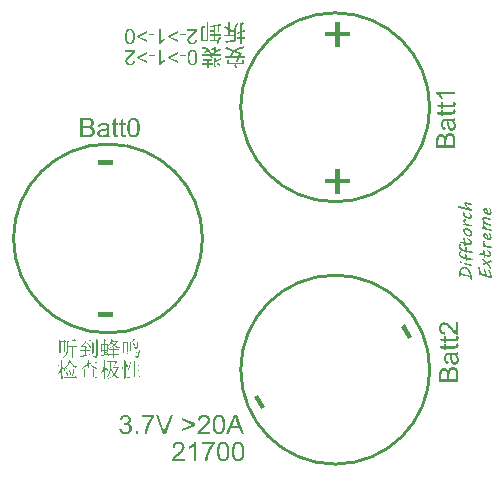
<source format=gbr>
G04 Layer_Color=65535*
%FSLAX25Y25*%
%MOIN*%
%TF.FileFunction,Legend,Top*%
%TF.Part,Single*%
G01*
G75*
%ADD13C,0.01000*%
G36*
X444599Y360983D02*
X443246Y360202D01*
X440866Y364325D01*
X442219Y365106D01*
X444599Y360983D01*
D02*
G37*
G36*
X388508Y457763D02*
X388513Y457753D01*
X388523Y457733D01*
X388533Y457704D01*
X388542Y457674D01*
X388562Y457635D01*
X388601Y457546D01*
X388651Y457448D01*
X388715Y457339D01*
X388788Y457231D01*
X388877Y457123D01*
X388852D01*
X388833Y457118D01*
X388784Y457113D01*
X388715Y457108D01*
X388631Y457098D01*
X388533Y457089D01*
X388419Y457074D01*
X388296Y457054D01*
X388164Y457034D01*
X388021Y457010D01*
X387873Y456985D01*
X387721Y456951D01*
X387401Y456877D01*
X387239Y456833D01*
X387081Y456783D01*
X387076D01*
X387071Y456779D01*
X387042Y456769D01*
X386998Y456754D01*
X386943Y456734D01*
X386870Y456710D01*
X386791Y456680D01*
X386697Y456641D01*
X386599Y456601D01*
X386496Y456562D01*
X386387Y456513D01*
X386171Y456410D01*
X386063Y456355D01*
X385959Y456296D01*
X385861Y456237D01*
X385772Y456173D01*
X385777D01*
X385782Y456169D01*
X385797Y456164D01*
X385817Y456159D01*
X385836Y456149D01*
X385866Y456139D01*
X385935Y456114D01*
X386023Y456085D01*
X386132Y456050D01*
X386250Y456011D01*
X386387Y455967D01*
X386540Y455923D01*
X386707Y455873D01*
X386884Y455824D01*
X387071Y455770D01*
X387273Y455716D01*
X387480Y455662D01*
X387701Y455613D01*
X387927Y455558D01*
X387923Y455549D01*
X387908Y455529D01*
X387878Y455494D01*
X387849Y455445D01*
X387804Y455386D01*
X387760Y455317D01*
X387706Y455239D01*
X387652Y455155D01*
X387593Y455066D01*
X387529Y454973D01*
X387406Y454776D01*
X387293Y454579D01*
X387239Y454481D01*
X387189Y454388D01*
X388164D01*
X388228Y454392D01*
X388375D01*
X388459Y454397D01*
X388552D01*
X388656Y454402D01*
X388764Y454407D01*
X388877Y454412D01*
X389000Y454417D01*
Y453866D01*
X388980D01*
X388961Y453871D01*
X388897D01*
X388847Y453876D01*
X388793D01*
X388734Y453881D01*
X388665Y453886D01*
X388592D01*
X388508Y453891D01*
X388321D01*
X388213Y453896D01*
X386973D01*
X386968Y453886D01*
X386953Y453861D01*
X386934Y453822D01*
X386909Y453768D01*
X386875Y453704D01*
X386835Y453625D01*
X386791Y453531D01*
X386747Y453433D01*
X386697Y453325D01*
X386648Y453212D01*
X386594Y453089D01*
X386545Y452961D01*
X386446Y452695D01*
X386358Y452420D01*
X386353D01*
X386343Y452429D01*
X386323Y452439D01*
X386294Y452454D01*
X386260Y452474D01*
X386225Y452493D01*
X386181Y452513D01*
X386132Y452538D01*
X386023Y452592D01*
X385905Y452641D01*
X385777Y452690D01*
X385649Y452729D01*
X385654Y452734D01*
X385669Y452749D01*
X385694Y452779D01*
X385723Y452813D01*
X385758Y452852D01*
X385797Y452902D01*
X385841Y452961D01*
X385881Y453020D01*
X385886Y453030D01*
X385891Y453039D01*
X385900Y453059D01*
X385915Y453079D01*
X385935Y453108D01*
X385954Y453148D01*
X385979Y453192D01*
X386004Y453246D01*
X386038Y453305D01*
X386073Y453379D01*
X386117Y453458D01*
X386161Y453551D01*
X386210Y453654D01*
X386269Y453768D01*
X386328Y453896D01*
X383209D01*
X383125Y453891D01*
X382850D01*
X382648Y453881D01*
X382452Y453876D01*
X382358Y453871D01*
X382269Y453866D01*
Y454417D01*
X382294D01*
X382319Y454412D01*
X382402D01*
X382461Y454407D01*
X382525D01*
X382599Y454402D01*
X382683Y454397D01*
X382771D01*
X382865Y454392D01*
X383076D01*
X383190Y454388D01*
X383745D01*
X383750Y454397D01*
X383760Y454427D01*
X383780Y454476D01*
X383804Y454535D01*
X383839Y454614D01*
X383883Y454707D01*
X383932Y454811D01*
X383986Y454919D01*
X384046Y455042D01*
X384119Y455170D01*
X384193Y455303D01*
X384277Y455435D01*
X384365Y455578D01*
X384459Y455716D01*
X384557Y455854D01*
X384665Y455986D01*
X384661D01*
X384651Y455991D01*
X384636Y455996D01*
X384616Y456006D01*
X384587Y456016D01*
X384552Y456031D01*
X384513Y456045D01*
X384469Y456065D01*
X384419Y456085D01*
X384365Y456110D01*
X384242Y456159D01*
X384105Y456218D01*
X383947Y456287D01*
X383775Y456360D01*
X383593Y456444D01*
X383401Y456537D01*
X383199Y456636D01*
X382988Y456739D01*
X382771Y456847D01*
X382555Y456966D01*
X382329Y457089D01*
Y457093D01*
X382338Y457098D01*
X382348Y457113D01*
X382368Y457133D01*
X382407Y457182D01*
X382461Y457256D01*
X382530Y457339D01*
X382604Y457438D01*
X382683Y457551D01*
X382761Y457674D01*
X382766D01*
X382776Y457664D01*
X382791Y457654D01*
X382811Y457640D01*
X382840Y457620D01*
X382875Y457600D01*
X382914Y457576D01*
X382958Y457546D01*
X383007Y457517D01*
X383062Y457482D01*
X383185Y457408D01*
X383327Y457325D01*
X383485Y457231D01*
X383657Y457133D01*
X383839Y457034D01*
X384036Y456926D01*
X384237Y456823D01*
X384454Y456720D01*
X384675Y456616D01*
X384897Y456513D01*
X385128Y456419D01*
X385138Y456424D01*
X385162Y456444D01*
X385207Y456474D01*
X385261Y456513D01*
X385335Y456562D01*
X385423Y456621D01*
X385522Y456680D01*
X385635Y456749D01*
X385758Y456823D01*
X385891Y456897D01*
X386038Y456971D01*
X386191Y457044D01*
X386353Y457118D01*
X386520Y457187D01*
X386697Y457256D01*
X386879Y457320D01*
X386884D01*
X386889Y457325D01*
X386904Y457330D01*
X386924Y457335D01*
X386973Y457349D01*
X387042Y457374D01*
X387125Y457399D01*
X387224Y457428D01*
X387332Y457463D01*
X387450Y457497D01*
X387578Y457536D01*
X387711Y457571D01*
X387982Y457645D01*
X388252Y457713D01*
X388385Y457743D01*
X388508Y457767D01*
Y457763D01*
D02*
G37*
G36*
X379071Y457699D02*
X379081Y457689D01*
X379091Y457679D01*
X379101Y457659D01*
X379135Y457605D01*
X379180Y457536D01*
X379234Y457463D01*
X379288Y457379D01*
X379347Y457295D01*
X379406Y457212D01*
X379396Y457207D01*
X379377Y457182D01*
X379347Y457148D01*
X379312Y457103D01*
X379273Y457039D01*
X379239Y456971D01*
X379214Y456882D01*
X379194Y456788D01*
Y456262D01*
X379204Y456267D01*
X379229Y456282D01*
X379268Y456306D01*
X379327Y456341D01*
X379396Y456380D01*
X379480Y456424D01*
X379568Y456479D01*
X379672Y456533D01*
X379785Y456597D01*
X379908Y456661D01*
X380031Y456725D01*
X380164Y456793D01*
X380444Y456926D01*
X380730Y457059D01*
Y457054D01*
X380734Y457049D01*
X380744Y457034D01*
X380759Y457020D01*
X380793Y456971D01*
X380843Y456907D01*
X380911Y456833D01*
X380990Y456754D01*
X381084Y456665D01*
X381192Y456572D01*
X381187D01*
X381172Y456567D01*
X381148Y456562D01*
X381108Y456552D01*
X381069Y456542D01*
X381015Y456528D01*
X380956Y456513D01*
X380887Y456493D01*
X380813Y456469D01*
X380734Y456444D01*
X380646Y456415D01*
X380557Y456385D01*
X380361Y456306D01*
X380149Y456218D01*
X380144Y456213D01*
X380124Y456208D01*
X380090Y456193D01*
X380050Y456173D01*
X380001Y456149D01*
X379942Y456119D01*
X379873Y456085D01*
X379804Y456050D01*
X379726Y456011D01*
X379642Y455967D01*
X379475Y455873D01*
X379303Y455775D01*
X379135Y455667D01*
X379131Y455662D01*
X379116Y455652D01*
X379096Y455637D01*
X379062Y455618D01*
X379027Y455588D01*
X378983Y455558D01*
X378889Y455485D01*
X378781Y455396D01*
X378668Y455303D01*
X378555Y455199D01*
X378456Y455096D01*
X380208D01*
X380272Y455101D01*
X380424D01*
X380597Y455106D01*
X380784Y455116D01*
X380976Y455126D01*
Y454574D01*
X380951D01*
X380926Y454579D01*
X380887Y454584D01*
X380838Y454589D01*
X380784Y454594D01*
X380720Y454599D01*
X380651Y454604D01*
X380577Y454609D01*
X380498Y454614D01*
X380326Y454624D01*
X380149Y454629D01*
X379962Y454634D01*
X377871D01*
Y454629D01*
X377881Y454614D01*
X377891Y454594D01*
X377905Y454560D01*
X377920Y454525D01*
X377945Y454481D01*
X377969Y454432D01*
X377999Y454383D01*
X378063Y454264D01*
X378142Y454142D01*
X378235Y454018D01*
X378333Y453896D01*
X378328D01*
X378324Y453891D01*
X378309Y453881D01*
X378289Y453876D01*
X378245Y453846D01*
X378181Y453817D01*
X378112Y453772D01*
X378033Y453728D01*
X377955Y453674D01*
X377871Y453620D01*
X377866Y453625D01*
X377856Y453640D01*
X377841Y453659D01*
X377817Y453689D01*
X377792Y453723D01*
X377763Y453768D01*
X377728Y453812D01*
X377689Y453866D01*
X377605Y453984D01*
X377522Y454112D01*
X377433Y454250D01*
X377349Y454388D01*
X377354D01*
X377359Y454392D01*
X377374Y454397D01*
X377394Y454407D01*
X377443Y454432D01*
X377502Y454466D01*
X377566Y454501D01*
X377635Y454545D01*
X377694Y454589D01*
X377748Y454634D01*
X375293D01*
X375234Y454629D01*
X375012D01*
X374929Y454624D01*
X374835Y454619D01*
X374742D01*
X374639Y454614D01*
X374427Y454604D01*
Y455126D01*
X374452D01*
X374481Y455121D01*
X374570D01*
X374629Y455116D01*
X374693D01*
X374762Y455111D01*
X374840Y455106D01*
X374924D01*
X375101Y455101D01*
X375283Y455096D01*
X377502D01*
X377497Y455106D01*
X377477Y455130D01*
X377448Y455175D01*
X377409Y455229D01*
X377359Y455298D01*
X377305Y455376D01*
X377241Y455460D01*
X377172Y455549D01*
X377094Y455642D01*
X377015Y455740D01*
X376852Y455927D01*
X376769Y456016D01*
X376685Y456095D01*
X376602Y456169D01*
X376518Y456233D01*
X376513Y456228D01*
X376503Y456223D01*
X376488Y456213D01*
X376464Y456193D01*
X376439Y456173D01*
X376405Y456154D01*
X376331Y456095D01*
X376242Y456031D01*
X376144Y455952D01*
X376046Y455873D01*
X375947Y455790D01*
X375942Y455785D01*
X375937Y455780D01*
X375923Y455765D01*
X375903Y455750D01*
X375854Y455701D01*
X375795Y455642D01*
X375726Y455573D01*
X375652Y455490D01*
X375573Y455401D01*
X375504Y455312D01*
X375500Y455317D01*
X375495Y455327D01*
X375485Y455342D01*
X375465Y455362D01*
X375421Y455421D01*
X375362Y455490D01*
X375288Y455573D01*
X375204Y455662D01*
X375111Y455750D01*
X375012Y455834D01*
X375017D01*
X375027Y455839D01*
X375047Y455849D01*
X375072Y455859D01*
X375111Y455873D01*
X375155Y455898D01*
X375209Y455927D01*
X375278Y455962D01*
X375352Y456006D01*
X375441Y456055D01*
X375534Y456114D01*
X375647Y456183D01*
X375765Y456262D01*
X375903Y456355D01*
X376046Y456459D01*
X376208Y456572D01*
X376203D01*
X376198Y456577D01*
X376183Y456587D01*
X376164Y456597D01*
X376139Y456611D01*
X376110Y456626D01*
X376075Y456646D01*
X376031Y456665D01*
X375937Y456710D01*
X375824Y456759D01*
X375696Y456808D01*
X375549Y456862D01*
X375544D01*
X375529Y456867D01*
X375504Y456877D01*
X375470Y456887D01*
X375431Y456897D01*
X375377Y456907D01*
X375318Y456921D01*
X375249Y456936D01*
X375170Y456956D01*
X375086Y456971D01*
X374993Y456985D01*
X374889Y457005D01*
X374776Y457020D01*
X374658Y457034D01*
X374530Y457049D01*
X374397Y457059D01*
X374402Y457064D01*
X374407Y457074D01*
X374422Y457089D01*
X374442Y457113D01*
X374461Y457138D01*
X374486Y457172D01*
X374540Y457246D01*
X374599Y457339D01*
X374653Y457438D01*
X374703Y457541D01*
X374717Y457590D01*
X374732Y457645D01*
X374742D01*
X374762Y457640D01*
X374801Y457630D01*
X374850Y457615D01*
X374914Y457600D01*
X374983Y457585D01*
X375062Y457566D01*
X375150Y457541D01*
X375244Y457517D01*
X375342Y457487D01*
X375544Y457423D01*
X375750Y457354D01*
X375947Y457275D01*
X375952Y457271D01*
X375972Y457266D01*
X375996Y457251D01*
X376031Y457236D01*
X376080Y457212D01*
X376129Y457182D01*
X376188Y457153D01*
X376257Y457113D01*
X376326Y457069D01*
X376405Y457025D01*
X376483Y456971D01*
X376562Y456911D01*
X376646Y456847D01*
X376734Y456783D01*
X376818Y456710D01*
X376902Y456631D01*
X376907Y456626D01*
X376921Y456611D01*
X376946Y456587D01*
X376980Y456547D01*
X377025Y456503D01*
X377074Y456449D01*
X377133Y456380D01*
X377197Y456301D01*
X377271Y456213D01*
X377349Y456114D01*
X377433Y456001D01*
X377527Y455878D01*
X377620Y455745D01*
X377718Y455603D01*
X377822Y455445D01*
X377930Y455278D01*
X377935Y455283D01*
X377945Y455293D01*
X377959Y455307D01*
X377979Y455327D01*
X378009Y455352D01*
X378043Y455386D01*
X378082Y455421D01*
X378127Y455465D01*
X378176Y455509D01*
X378235Y455558D01*
X378294Y455613D01*
X378358Y455672D01*
X378506Y455795D01*
X378668Y455927D01*
Y456911D01*
X378663D01*
X378643Y456902D01*
X378619Y456892D01*
X378584Y456877D01*
X378540Y456857D01*
X378486Y456838D01*
X378432Y456813D01*
X378363Y456783D01*
X378294Y456749D01*
X378220Y456715D01*
X378058Y456636D01*
X377891Y456547D01*
X377718Y456449D01*
Y456454D01*
Y456459D01*
X377713Y456474D01*
X377709Y456493D01*
X377699Y456537D01*
X377684Y456601D01*
X377664Y456675D01*
X377640Y456759D01*
X377605Y456847D01*
X377561Y456941D01*
X377566Y456946D01*
X377586Y456951D01*
X377615Y456966D01*
X377655Y456985D01*
X377699Y457010D01*
X377753Y457034D01*
X377812Y457064D01*
X377876Y457093D01*
X378014Y457157D01*
X378156Y457226D01*
X378289Y457290D01*
X378353Y457320D01*
X378412Y457349D01*
X378417D01*
X378427Y457354D01*
X378442Y457364D01*
X378461Y457374D01*
X378491Y457389D01*
X378525Y457403D01*
X378560Y457423D01*
X378604Y457448D01*
X378702Y457497D01*
X378811Y457561D01*
X378939Y457630D01*
X379071Y457704D01*
Y457699D01*
D02*
G37*
G36*
X420395Y413502D02*
X423827D01*
Y412063D01*
X420395D01*
Y408631D01*
X418932D01*
Y412063D01*
X415500D01*
Y413502D01*
X418932D01*
Y416958D01*
X420395D01*
Y413502D01*
D02*
G37*
G36*
Y462502D02*
X423827D01*
Y461063D01*
X420395D01*
Y457631D01*
X418932D01*
Y461063D01*
X415500D01*
Y462502D01*
X418932D01*
Y465958D01*
X420395D01*
Y462502D01*
D02*
G37*
G36*
X395599Y337483D02*
X394246Y336702D01*
X391866Y340825D01*
X393219Y341606D01*
X395599Y337483D01*
D02*
G37*
G36*
X339935Y359922D02*
X339713Y359725D01*
Y354692D01*
Y354682D01*
Y354662D01*
Y354628D01*
X339708Y354584D01*
X339699Y354530D01*
X339689Y354466D01*
X339674Y354397D01*
X339649Y354328D01*
X339620Y354249D01*
X339580Y354175D01*
X339531Y354101D01*
X339472Y354033D01*
X339398Y353964D01*
X339315Y353905D01*
X339221Y353855D01*
X339108Y353811D01*
Y353816D01*
X339103Y353831D01*
X339098Y353851D01*
X339088Y353880D01*
X339069Y353914D01*
X339044Y353954D01*
X339015Y353998D01*
X338975Y354042D01*
X338926Y354092D01*
X338862Y354141D01*
X338788Y354195D01*
X338700Y354244D01*
X338601Y354293D01*
X338483Y354338D01*
X338350Y354382D01*
X338198Y354421D01*
Y354554D01*
X338218D01*
X338237Y354549D01*
X338267Y354544D01*
X338306Y354539D01*
X338346D01*
X338395Y354534D01*
X338449Y354530D01*
X338567Y354520D01*
X338700Y354510D01*
X338833Y354505D01*
X338970Y354500D01*
X339039D01*
X339079Y354505D01*
X339128Y354510D01*
X339177Y354515D01*
X339226Y354525D01*
X339270Y354539D01*
X339275Y354544D01*
X339290Y354549D01*
X339305Y354569D01*
X339325Y354603D01*
X339334Y354628D01*
X339339Y354653D01*
X339349Y354687D01*
X339354Y354726D01*
X339359Y354766D01*
Y354820D01*
Y354874D01*
X339354Y354938D01*
Y359258D01*
Y359263D01*
Y359277D01*
Y359297D01*
Y359331D01*
Y359371D01*
Y359415D01*
Y359469D01*
X339349Y359528D01*
Y359597D01*
Y359671D01*
X339344Y359745D01*
Y359828D01*
X339339Y360005D01*
X339330Y360197D01*
X339935Y359922D01*
D02*
G37*
G36*
X383406Y452203D02*
X387957D01*
Y453098D01*
X388601D01*
Y453093D01*
Y453079D01*
X388597Y453054D01*
Y453025D01*
Y452990D01*
X388592Y452946D01*
Y452897D01*
X388587Y452843D01*
X388582Y452729D01*
X388577Y452606D01*
X388572Y452479D01*
Y452360D01*
Y452355D01*
Y452346D01*
Y452331D01*
Y452306D01*
Y452277D01*
X388577Y452242D01*
Y452164D01*
X388587Y452065D01*
X388597Y451957D01*
X388611Y451834D01*
X388631Y451711D01*
X385802D01*
X385807Y451706D01*
X385812Y451686D01*
X385827Y451662D01*
X385846Y451622D01*
X385866Y451578D01*
X385895Y451529D01*
X385930Y451470D01*
X385964Y451406D01*
X386048Y451273D01*
X386141Y451125D01*
X386245Y450983D01*
X386358Y450850D01*
X386353D01*
X386343Y450840D01*
X386333Y450830D01*
X386314Y450820D01*
X386260Y450781D01*
X386191Y450737D01*
X386117Y450678D01*
X386033Y450619D01*
X385950Y450550D01*
X385866Y450481D01*
X385861Y450486D01*
X385851Y450501D01*
X385831Y450525D01*
X385807Y450555D01*
X385777Y450599D01*
X385738Y450643D01*
X385699Y450702D01*
X385654Y450761D01*
X385605Y450830D01*
X385551Y450904D01*
X385497Y450983D01*
X385438Y451066D01*
X385315Y451244D01*
X385187Y451436D01*
X385197Y451440D01*
X385221Y451455D01*
X385256Y451475D01*
X385305Y451504D01*
X385369Y451544D01*
X385438Y451593D01*
X385512Y451647D01*
X385590Y451711D01*
X382761D01*
Y451716D01*
Y451731D01*
X382766Y451750D01*
Y451785D01*
Y451819D01*
X382771Y451863D01*
Y451908D01*
X382776Y451962D01*
X382781Y452075D01*
X382786Y452193D01*
X382791Y452311D01*
Y452420D01*
Y452424D01*
Y452434D01*
Y452449D01*
Y452469D01*
Y452498D01*
Y452533D01*
X382786Y452572D01*
Y452616D01*
Y452666D01*
Y452720D01*
X382781Y452784D01*
X382776Y452847D01*
X382771Y452995D01*
X382761Y453158D01*
X383406D01*
Y452203D01*
D02*
G37*
G36*
X369153Y454360D02*
X367249D01*
Y454985D01*
X369153D01*
Y454360D01*
D02*
G37*
G36*
X358776D02*
X356872D01*
Y454985D01*
X358776D01*
Y454360D01*
D02*
G37*
G36*
X377778Y452975D02*
X377763D01*
X377748Y452980D01*
X377694D01*
X377659Y452985D01*
X377620D01*
X377576Y452990D01*
X377472Y452995D01*
X377349Y453000D01*
X377217Y453005D01*
X376734D01*
Y452050D01*
X377369D01*
X377428Y452055D01*
X377561D01*
X377640Y452060D01*
X377718D01*
X377896Y452070D01*
X378087Y452080D01*
Y451558D01*
X378063D01*
X378038Y451563D01*
X377955D01*
X377901Y451568D01*
X377841D01*
X377773Y451573D01*
X377630Y451578D01*
X377477Y451583D01*
X377315Y451588D01*
X376734D01*
Y451583D01*
Y451563D01*
Y451539D01*
Y451499D01*
Y451455D01*
Y451401D01*
Y451342D01*
X376739Y451278D01*
Y451135D01*
X376744Y450978D01*
X376754Y450820D01*
X376764Y450668D01*
X376149D01*
Y450678D01*
X376154Y450688D01*
Y450707D01*
Y450732D01*
X376159Y450766D01*
Y450806D01*
X376164Y450850D01*
X376169Y450909D01*
Y450973D01*
X376174Y451047D01*
Y451130D01*
Y451229D01*
X376179Y451337D01*
Y451455D01*
Y451588D01*
X375268D01*
X375229Y451583D01*
X375076D01*
X375017Y451578D01*
X374953Y451573D01*
X374806Y451568D01*
X374643Y451558D01*
Y452080D01*
X374663D01*
X374688Y452075D01*
X374757D01*
X374801Y452070D01*
X374855D01*
X374909Y452065D01*
X375022Y452060D01*
X375145Y452055D01*
X375268Y452050D01*
X376179D01*
Y453005D01*
X375500D01*
X375470Y453000D01*
X375337D01*
X375278Y452995D01*
X375219Y452990D01*
X375155D01*
X375081Y452985D01*
X375003Y452980D01*
X374919Y452975D01*
Y453497D01*
X374939D01*
X374963Y453492D01*
X375032D01*
X375076Y453487D01*
X375175Y453482D01*
X375288Y453477D01*
X375396Y453472D01*
X375504Y453467D01*
X377192D01*
X377246Y453472D01*
X377359D01*
X377487Y453477D01*
X377630Y453487D01*
X377778Y453497D01*
Y452975D01*
D02*
G37*
G36*
X379937Y452415D02*
X379952Y452400D01*
X379972Y452375D01*
X380001Y452341D01*
X380041Y452301D01*
X380085Y452257D01*
X380134Y452203D01*
X380193Y452144D01*
X380257Y452085D01*
X380326Y452021D01*
X380474Y451888D01*
X380641Y451750D01*
X380823Y451622D01*
X380818Y451617D01*
X380813Y451613D01*
X380784Y451583D01*
X380739Y451544D01*
X380690Y451490D01*
X380631Y451431D01*
X380577Y451362D01*
X380523Y451288D01*
X380484Y451219D01*
X380479Y451224D01*
X380464Y451234D01*
X380439Y451249D01*
X380405Y451273D01*
X380361Y451303D01*
X380311Y451342D01*
X380252Y451381D01*
X380188Y451431D01*
X380119Y451485D01*
X380046Y451544D01*
X379967Y451608D01*
X379883Y451677D01*
X379711Y451824D01*
X379529Y451991D01*
X379539Y452001D01*
X379563Y452026D01*
X379608Y452070D01*
X379662Y452124D01*
X379721Y452188D01*
X379790Y452262D01*
X379864Y452341D01*
X379932Y452420D01*
X379937Y452415D01*
D02*
G37*
G36*
X379071Y453955D02*
Y453935D01*
X379066Y453910D01*
Y453871D01*
X379062Y453827D01*
Y453772D01*
X379057Y453713D01*
X379052Y453645D01*
X379047Y453502D01*
X379042Y453349D01*
X379037Y453187D01*
Y453034D01*
X379042D01*
X379057Y453039D01*
X379076Y453049D01*
X379106Y453064D01*
X379145Y453079D01*
X379189Y453093D01*
X379239Y453118D01*
X379298Y453143D01*
X379362Y453167D01*
X379431Y453197D01*
X379578Y453266D01*
X379741Y453344D01*
X379918Y453433D01*
X379923Y453438D01*
X379937Y453443D01*
X379962Y453458D01*
X379996Y453472D01*
X380041Y453497D01*
X380085Y453522D01*
X380139Y453546D01*
X380198Y453581D01*
X380331Y453645D01*
X380474Y453718D01*
X380616Y453792D01*
X380759Y453866D01*
Y453861D01*
X380764Y453851D01*
X380774Y453841D01*
X380784Y453822D01*
X380808Y453768D01*
X380848Y453699D01*
X380897Y453625D01*
X380956Y453541D01*
X381020Y453458D01*
X381099Y453374D01*
X381094Y453369D01*
X381074Y453364D01*
X381039Y453354D01*
X381000Y453335D01*
X380946Y453315D01*
X380882Y453295D01*
X380813Y453266D01*
X380734Y453236D01*
X380651Y453207D01*
X380562Y453167D01*
X380370Y453093D01*
X380169Y453010D01*
X379962Y452926D01*
X379957Y452921D01*
X379937Y452916D01*
X379908Y452902D01*
X379869Y452887D01*
X379819Y452867D01*
X379765Y452843D01*
X379706Y452818D01*
X379637Y452788D01*
X379490Y452725D01*
X379337Y452656D01*
X379185Y452582D01*
X379037Y452513D01*
Y451622D01*
Y451617D01*
Y451603D01*
Y451578D01*
Y451544D01*
Y451504D01*
Y451455D01*
X379042Y451401D01*
Y451342D01*
X379047Y451209D01*
X379052Y451062D01*
X379062Y450914D01*
X379071Y450761D01*
X378486D01*
Y450766D01*
Y450776D01*
X378491Y450796D01*
Y450820D01*
Y450855D01*
X378496Y450894D01*
Y450944D01*
X378501Y450993D01*
X378506Y451052D01*
Y451121D01*
X378511Y451190D01*
Y451263D01*
Y451347D01*
X378516Y451436D01*
Y451622D01*
Y453064D01*
Y453069D01*
Y453084D01*
Y453103D01*
Y453133D01*
Y453172D01*
Y453217D01*
X378511Y453271D01*
Y453325D01*
Y453389D01*
Y453458D01*
X378501Y453610D01*
X378496Y453777D01*
X378486Y453959D01*
X379071D01*
Y453955D01*
D02*
G37*
G36*
X338854Y350250D02*
X338608Y350058D01*
Y350054D01*
Y350039D01*
Y350014D01*
Y349980D01*
Y349940D01*
Y349891D01*
Y349837D01*
Y349773D01*
Y349704D01*
Y349630D01*
Y349468D01*
Y349296D01*
X338613Y349114D01*
Y348735D01*
X338618Y348548D01*
Y348371D01*
X338623Y348213D01*
Y348135D01*
Y348066D01*
X338628Y348007D01*
Y347948D01*
X338633Y347899D01*
Y347854D01*
X338219Y347662D01*
Y348022D01*
X335469D01*
Y347687D01*
X335056Y347500D01*
Y347510D01*
Y347534D01*
X335061Y347574D01*
Y347628D01*
Y347697D01*
X335066Y347776D01*
Y347864D01*
X335071Y347962D01*
X335076Y348071D01*
Y348189D01*
X335081Y348312D01*
Y348445D01*
X335085Y348715D01*
Y348996D01*
Y349006D01*
Y349030D01*
Y349069D01*
Y349129D01*
Y349197D01*
Y349276D01*
Y349370D01*
X335081Y349473D01*
Y349581D01*
Y349704D01*
X335076Y349827D01*
Y349960D01*
X335066Y350240D01*
X335056Y350526D01*
X335523Y350334D01*
X338195D01*
X338416Y350580D01*
X338854Y350250D01*
D02*
G37*
G36*
X330928Y352971D02*
X330707Y352833D01*
Y352828D01*
X330716Y352818D01*
X330726Y352794D01*
X330741Y352764D01*
X330761Y352730D01*
X330790Y352691D01*
X330815Y352641D01*
X330849Y352587D01*
X330933Y352469D01*
X331031Y352336D01*
X331144Y352189D01*
X331277Y352036D01*
X331430Y351879D01*
X331597Y351726D01*
X331784Y351579D01*
X331986Y351441D01*
X332207Y351318D01*
X332320Y351264D01*
X332443Y351210D01*
X332566Y351165D01*
X332694Y351126D01*
X332827Y351097D01*
X332965Y351072D01*
Y350964D01*
X332945D01*
X332926Y350959D01*
X332896Y350954D01*
X332857Y350949D01*
X332817Y350939D01*
X332729Y350910D01*
X332635Y350870D01*
X332591Y350846D01*
X332547Y350811D01*
X332507Y350777D01*
X332468Y350732D01*
X332438Y350688D01*
X332414Y350634D01*
X332409D01*
X332399Y350639D01*
X332379Y350649D01*
X332360Y350664D01*
X332325Y350678D01*
X332291Y350698D01*
X332252Y350723D01*
X332202Y350747D01*
X332099Y350816D01*
X331981Y350900D01*
X331848Y350998D01*
X331705Y351116D01*
X331558Y351249D01*
X331410Y351407D01*
X331336Y351490D01*
X331263Y351579D01*
X331189Y351672D01*
X331115Y351771D01*
X331046Y351874D01*
X330977Y351987D01*
X330908Y352100D01*
X330844Y352218D01*
X330785Y352346D01*
X330731Y352474D01*
X330677Y352612D01*
X330628Y352755D01*
Y352750D01*
X330623Y352740D01*
X330613Y352715D01*
X330603Y352691D01*
X330589Y352656D01*
X330569Y352612D01*
X330544Y352563D01*
X330520Y352509D01*
X330490Y352449D01*
X330461Y352386D01*
X330382Y352243D01*
X330293Y352080D01*
X330185Y351908D01*
X330062Y351726D01*
X329924Y351539D01*
X329767Y351343D01*
X329595Y351151D01*
X329403Y350964D01*
X329196Y350777D01*
X328975Y350605D01*
X328729Y350442D01*
X328645Y350526D01*
X328650Y350531D01*
X328660Y350541D01*
X328680Y350555D01*
X328704Y350575D01*
X328734Y350605D01*
X328768Y350634D01*
X328812Y350673D01*
X328857Y350723D01*
X328906Y350772D01*
X328960Y350826D01*
X329019Y350890D01*
X329083Y350954D01*
X329147Y351028D01*
X329211Y351106D01*
X329280Y351190D01*
X329349Y351274D01*
X329422Y351367D01*
X329491Y351466D01*
X329634Y351677D01*
X329777Y351903D01*
X329910Y352149D01*
X330033Y352415D01*
X330146Y352695D01*
X330244Y352996D01*
X330288Y353148D01*
X330323Y353306D01*
X330928Y352971D01*
D02*
G37*
G36*
X459000Y441806D02*
X453994D01*
Y441800D01*
X454006Y441794D01*
X454019Y441775D01*
X454038Y441756D01*
X454094Y441694D01*
X454163Y441606D01*
X454244Y441500D01*
X454338Y441369D01*
X454437Y441219D01*
X454537Y441056D01*
Y441050D01*
X454550Y441038D01*
X454563Y441012D01*
X454581Y440981D01*
X454606Y440938D01*
X454631Y440894D01*
X454688Y440781D01*
X454750Y440656D01*
X454819Y440519D01*
X454881Y440375D01*
X454938Y440238D01*
X454181D01*
X454175Y440244D01*
X454169Y440269D01*
X454150Y440300D01*
X454125Y440350D01*
X454094Y440406D01*
X454056Y440469D01*
X454019Y440544D01*
X453969Y440625D01*
X453862Y440806D01*
X453731Y441000D01*
X453587Y441194D01*
X453431Y441388D01*
X453425Y441394D01*
X453412Y441406D01*
X453387Y441437D01*
X453356Y441469D01*
X453312Y441506D01*
X453269Y441556D01*
X453212Y441606D01*
X453156Y441663D01*
X453025Y441775D01*
X452881Y441888D01*
X452725Y441994D01*
X452650Y442044D01*
X452569Y442081D01*
Y442594D01*
X459000D01*
Y441806D01*
D02*
G37*
G36*
X331976Y350418D02*
X329998D01*
X329959Y350413D01*
X329870Y350408D01*
X329767Y350398D01*
X329664Y350383D01*
X329560Y350363D01*
X329472Y350334D01*
X329221Y350580D01*
X331258D01*
X331533Y350855D01*
X331976Y350418D01*
D02*
G37*
G36*
X460000Y355087D02*
X459987Y355081D01*
X459956Y355069D01*
X459906Y355044D01*
X459837Y355019D01*
X459750Y354988D01*
X459656Y354962D01*
X459544Y354944D01*
X459425Y354925D01*
X459431Y354919D01*
X459444Y354906D01*
X459462Y354881D01*
X459487Y354850D01*
X459519Y354813D01*
X459550Y354763D01*
X459631Y354656D01*
X459719Y354525D01*
X459806Y354387D01*
X459888Y354231D01*
X459956Y354081D01*
Y354075D01*
X459963Y354063D01*
X459969Y354044D01*
X459981Y354012D01*
X459994Y353975D01*
X460006Y353931D01*
X460019Y353881D01*
X460031Y353825D01*
X460056Y353694D01*
X460081Y353550D01*
X460100Y353387D01*
X460106Y353219D01*
Y353212D01*
Y353187D01*
Y353144D01*
X460100Y353094D01*
X460094Y353031D01*
X460087Y352956D01*
X460075Y352875D01*
X460063Y352787D01*
X460019Y352600D01*
X459987Y352500D01*
X459950Y352400D01*
X459906Y352306D01*
X459856Y352213D01*
X459800Y352125D01*
X459737Y352044D01*
X459731Y352038D01*
X459719Y352025D01*
X459700Y352006D01*
X459669Y351981D01*
X459631Y351950D01*
X459587Y351912D01*
X459538Y351881D01*
X459475Y351844D01*
X459412Y351800D01*
X459338Y351769D01*
X459263Y351731D01*
X459175Y351700D01*
X459088Y351675D01*
X458988Y351656D01*
X458887Y351644D01*
X458781Y351638D01*
X458725D01*
X458656Y351644D01*
X458575Y351656D01*
X458475Y351675D01*
X458375Y351700D01*
X458262Y351737D01*
X458156Y351787D01*
X458150D01*
X458144Y351794D01*
X458106Y351819D01*
X458056Y351850D01*
X457994Y351900D01*
X457919Y351956D01*
X457844Y352025D01*
X457769Y352106D01*
X457700Y352194D01*
X457694Y352206D01*
X457675Y352238D01*
X457644Y352288D01*
X457606Y352356D01*
X457562Y352444D01*
X457519Y352537D01*
X457481Y352644D01*
X457444Y352756D01*
Y352769D01*
X457431Y352800D01*
X457419Y352856D01*
X457406Y352931D01*
X457387Y353031D01*
X457369Y353150D01*
X457344Y353294D01*
X457325Y353456D01*
Y353469D01*
X457319Y353500D01*
X457312Y353550D01*
X457306Y353612D01*
X457294Y353688D01*
X457281Y353781D01*
X457263Y353881D01*
X457250Y353988D01*
X457206Y354219D01*
X457163Y354450D01*
X457137Y354562D01*
X457106Y354669D01*
X457081Y354769D01*
X457050Y354856D01*
X457000D01*
X456969Y354862D01*
X456806D01*
X456769Y354856D01*
X456731D01*
X456687Y354850D01*
X456581Y354837D01*
X456475Y354806D01*
X456356Y354769D01*
X456256Y354713D01*
X456206Y354675D01*
X456169Y354638D01*
X456163Y354631D01*
X456156Y354625D01*
X456144Y354606D01*
X456125Y354581D01*
X456106Y354550D01*
X456081Y354513D01*
X456056Y354469D01*
X456031Y354413D01*
X456006Y354356D01*
X455988Y354288D01*
X455963Y354212D01*
X455944Y354131D01*
X455925Y354050D01*
X455912Y353950D01*
X455900Y353850D01*
Y353744D01*
Y353737D01*
Y353719D01*
Y353694D01*
Y353656D01*
X455906Y353606D01*
X455912Y353556D01*
X455925Y353437D01*
X455950Y353306D01*
X455981Y353169D01*
X456031Y353044D01*
X456063Y352981D01*
X456100Y352931D01*
X456106Y352919D01*
X456138Y352888D01*
X456187Y352844D01*
X456256Y352787D01*
X456350Y352719D01*
X456406Y352688D01*
X456469Y352656D01*
X456537Y352625D01*
X456619Y352594D01*
X456700Y352569D01*
X456787Y352544D01*
X456681Y351775D01*
X456675D01*
X456656Y351781D01*
X456631Y351787D01*
X456600Y351794D01*
X456556Y351806D01*
X456506Y351819D01*
X456394Y351856D01*
X456269Y351900D01*
X456138Y351962D01*
X456006Y352031D01*
X455888Y352113D01*
X455881D01*
X455875Y352125D01*
X455837Y352156D01*
X455781Y352213D01*
X455713Y352294D01*
X455638Y352387D01*
X455562Y352506D01*
X455487Y352650D01*
X455419Y352806D01*
Y352813D01*
X455412Y352825D01*
X455400Y352850D01*
X455394Y352888D01*
X455381Y352931D01*
X455363Y352981D01*
X455350Y353044D01*
X455331Y353113D01*
X455319Y353181D01*
X455306Y353262D01*
X455275Y353444D01*
X455256Y353644D01*
X455250Y353863D01*
Y353869D01*
Y353888D01*
Y353919D01*
Y353962D01*
X455256Y354012D01*
Y354069D01*
X455263Y354137D01*
X455269Y354206D01*
X455288Y354356D01*
X455312Y354519D01*
X455344Y354675D01*
X455394Y354825D01*
Y354831D01*
X455400Y354844D01*
X455406Y354862D01*
X455419Y354888D01*
X455450Y354950D01*
X455487Y355031D01*
X455538Y355119D01*
X455600Y355212D01*
X455669Y355294D01*
X455744Y355369D01*
X455756Y355375D01*
X455781Y355400D01*
X455825Y355425D01*
X455888Y355463D01*
X455969Y355506D01*
X456063Y355544D01*
X456163Y355581D01*
X456281Y355612D01*
X456294D01*
X456319Y355619D01*
X456375Y355625D01*
X456444Y355638D01*
X456494D01*
X456544Y355644D01*
X456606D01*
X456669Y355650D01*
X456744D01*
X456825Y355656D01*
X458419D01*
X458525Y355662D01*
X458644D01*
X458881Y355669D01*
X458994Y355675D01*
X459106D01*
X459212Y355681D01*
X459306Y355687D01*
X459387Y355700D01*
X459450Y355706D01*
X459462D01*
X459500Y355719D01*
X459556Y355731D01*
X459625Y355750D01*
X459713Y355775D01*
X459800Y355813D01*
X459900Y355856D01*
X460000Y355906D01*
Y355087D01*
D02*
G37*
G36*
X458269Y350831D02*
X458313Y350825D01*
X458425Y350813D01*
X458550Y350787D01*
X458694Y350756D01*
X458838Y350706D01*
X458988Y350644D01*
X458994D01*
X459006Y350638D01*
X459025Y350625D01*
X459050Y350612D01*
X459119Y350569D01*
X459206Y350513D01*
X459300Y350450D01*
X459400Y350369D01*
X459494Y350275D01*
X459581Y350175D01*
X459587Y350163D01*
X459613Y350125D01*
X459650Y350062D01*
X459700Y349981D01*
X459750Y349881D01*
X459800Y349756D01*
X459850Y349619D01*
X459894Y349469D01*
Y349463D01*
X459900Y349450D01*
X459906Y349425D01*
X459912Y349394D01*
X459919Y349356D01*
X459925Y349306D01*
X459937Y349250D01*
X459944Y349181D01*
X459956Y349113D01*
X459969Y349031D01*
X459975Y348950D01*
X459981Y348856D01*
X459994Y348656D01*
X460000Y348438D01*
Y346000D01*
X453594D01*
Y348400D01*
Y348406D01*
Y348431D01*
Y348469D01*
Y348519D01*
X453600Y348581D01*
X453606Y348656D01*
X453613Y348738D01*
X453619Y348819D01*
X453644Y349006D01*
X453675Y349206D01*
X453725Y349400D01*
X453756Y349487D01*
X453794Y349575D01*
Y349581D01*
X453800Y349594D01*
X453813Y349619D01*
X453831Y349650D01*
X453850Y349688D01*
X453875Y349731D01*
X453944Y349831D01*
X454025Y349938D01*
X454131Y350056D01*
X454250Y350169D01*
X454394Y350269D01*
X454400D01*
X454413Y350281D01*
X454431Y350294D01*
X454462Y350306D01*
X454500Y350331D01*
X454544Y350350D01*
X454650Y350400D01*
X454775Y350444D01*
X454919Y350487D01*
X455075Y350513D01*
X455237Y350525D01*
X455275D01*
X455306Y350519D01*
X455344D01*
X455387Y350513D01*
X455487Y350500D01*
X455606Y350469D01*
X455737Y350431D01*
X455875Y350375D01*
X456012Y350300D01*
X456019D01*
X456031Y350288D01*
X456050Y350275D01*
X456075Y350256D01*
X456138Y350206D01*
X456219Y350131D01*
X456313Y350038D01*
X456413Y349919D01*
X456506Y349781D01*
X456594Y349625D01*
Y349631D01*
X456600Y349650D01*
X456612Y349681D01*
X456625Y349719D01*
X456644Y349769D01*
X456669Y349825D01*
X456731Y349956D01*
X456812Y350100D01*
X456913Y350250D01*
X457037Y350394D01*
X457106Y350456D01*
X457181Y350519D01*
X457188Y350525D01*
X457200Y350531D01*
X457225Y350550D01*
X457256Y350569D01*
X457294Y350594D01*
X457338Y350619D01*
X457394Y350650D01*
X457456Y350681D01*
X457525Y350706D01*
X457594Y350738D01*
X457762Y350787D01*
X457944Y350825D01*
X458044Y350831D01*
X458150Y350837D01*
X458225D01*
X458269Y350831D01*
D02*
G37*
G36*
X458994Y439187D02*
Y439181D01*
X459000Y439162D01*
X459006Y439138D01*
X459013Y439075D01*
X459025Y438994D01*
X459037Y438900D01*
X459050Y438800D01*
X459056Y438694D01*
X459062Y438594D01*
Y438588D01*
Y438575D01*
Y438556D01*
Y438525D01*
X459056Y438487D01*
Y438450D01*
X459044Y438350D01*
X459031Y438244D01*
X459006Y438137D01*
X458975Y438025D01*
X458931Y437931D01*
X458925Y437919D01*
X458906Y437894D01*
X458875Y437850D01*
X458838Y437800D01*
X458781Y437744D01*
X458725Y437694D01*
X458650Y437644D01*
X458575Y437600D01*
X458563Y437594D01*
X458550D01*
X458531Y437587D01*
X458500Y437581D01*
X458469Y437569D01*
X458425Y437563D01*
X458375Y437556D01*
X458313Y437544D01*
X458250Y437537D01*
X458175Y437531D01*
X458087Y437519D01*
X457994Y437512D01*
X457888D01*
X457769Y437506D01*
X454969D01*
Y436925D01*
X454356D01*
Y437506D01*
X453212D01*
X452738Y438294D01*
X454356D01*
Y439081D01*
X454969D01*
Y438294D01*
X457806D01*
X457869Y438300D01*
X457944D01*
X458012Y438312D01*
X458075Y438319D01*
X458125Y438331D01*
X458131D01*
X458138Y438338D01*
X458181Y438363D01*
X458225Y438406D01*
X458275Y438469D01*
Y438475D01*
X458281Y438487D01*
X458294Y438506D01*
X458300Y438538D01*
X458313Y438575D01*
X458325Y438625D01*
X458331Y438675D01*
Y438737D01*
Y438744D01*
Y438763D01*
Y438788D01*
X458325Y438825D01*
Y438875D01*
X458319Y438938D01*
X458313Y439006D01*
X458300Y439081D01*
X458994Y439194D01*
Y439187D01*
D02*
G37*
G36*
X457269Y428831D02*
X457312Y428825D01*
X457425Y428813D01*
X457550Y428788D01*
X457694Y428756D01*
X457837Y428706D01*
X457987Y428644D01*
X457994D01*
X458006Y428638D01*
X458025Y428625D01*
X458050Y428613D01*
X458119Y428569D01*
X458206Y428512D01*
X458300Y428450D01*
X458400Y428369D01*
X458494Y428275D01*
X458581Y428175D01*
X458588Y428162D01*
X458612Y428125D01*
X458650Y428062D01*
X458700Y427981D01*
X458750Y427881D01*
X458800Y427756D01*
X458850Y427619D01*
X458894Y427469D01*
Y427462D01*
X458900Y427450D01*
X458906Y427425D01*
X458913Y427394D01*
X458919Y427356D01*
X458925Y427306D01*
X458938Y427250D01*
X458944Y427181D01*
X458956Y427112D01*
X458969Y427031D01*
X458975Y426950D01*
X458981Y426856D01*
X458994Y426656D01*
X459000Y426438D01*
Y424000D01*
X452594D01*
Y426400D01*
Y426406D01*
Y426431D01*
Y426469D01*
Y426519D01*
X452600Y426581D01*
X452606Y426656D01*
X452612Y426737D01*
X452619Y426819D01*
X452644Y427006D01*
X452675Y427206D01*
X452725Y427400D01*
X452756Y427488D01*
X452794Y427575D01*
Y427581D01*
X452800Y427594D01*
X452812Y427619D01*
X452831Y427650D01*
X452850Y427688D01*
X452875Y427731D01*
X452944Y427831D01*
X453025Y427938D01*
X453131Y428056D01*
X453250Y428169D01*
X453394Y428269D01*
X453400D01*
X453412Y428281D01*
X453431Y428294D01*
X453463Y428306D01*
X453500Y428331D01*
X453544Y428350D01*
X453650Y428400D01*
X453775Y428444D01*
X453919Y428487D01*
X454075Y428512D01*
X454238Y428525D01*
X454275D01*
X454306Y428519D01*
X454344D01*
X454388Y428512D01*
X454488Y428500D01*
X454606Y428469D01*
X454738Y428431D01*
X454875Y428375D01*
X455013Y428300D01*
X455019D01*
X455031Y428288D01*
X455050Y428275D01*
X455075Y428256D01*
X455137Y428206D01*
X455219Y428131D01*
X455312Y428038D01*
X455412Y427919D01*
X455506Y427781D01*
X455594Y427625D01*
Y427631D01*
X455600Y427650D01*
X455613Y427681D01*
X455625Y427719D01*
X455644Y427769D01*
X455669Y427825D01*
X455731Y427956D01*
X455813Y428100D01*
X455912Y428250D01*
X456038Y428394D01*
X456106Y428456D01*
X456181Y428519D01*
X456187Y428525D01*
X456200Y428531D01*
X456225Y428550D01*
X456256Y428569D01*
X456294Y428594D01*
X456337Y428619D01*
X456394Y428650D01*
X456456Y428681D01*
X456525Y428706D01*
X456594Y428737D01*
X456763Y428788D01*
X456944Y428825D01*
X457044Y428831D01*
X457150Y428837D01*
X457225D01*
X457269Y428831D01*
D02*
G37*
G36*
X352394Y352922D02*
X352118Y352730D01*
Y351298D01*
X352916D01*
X353304Y351682D01*
X353855Y351136D01*
X352118D01*
Y349616D01*
X352837D01*
X353191Y349975D01*
X353717Y349453D01*
X352118D01*
Y347525D01*
X353191D01*
X353580Y347908D01*
X354131Y347362D01*
X350431D01*
X350396Y347357D01*
X350308Y347352D01*
X350205Y347343D01*
X350096Y347328D01*
X349978Y347308D01*
X349865Y347284D01*
X349614Y347525D01*
X351735D01*
Y349453D01*
X351061D01*
X351026Y349448D01*
X350938Y349443D01*
X350839Y349434D01*
X350726Y349419D01*
X350613Y349399D01*
X350495Y349370D01*
X350249Y349616D01*
X351735D01*
Y351136D01*
X350608D01*
X350603Y351126D01*
X350593Y351097D01*
X350574Y351052D01*
X350544Y350988D01*
X350510Y350915D01*
X350470Y350826D01*
X350426Y350732D01*
X350372Y350629D01*
X350318Y350516D01*
X350254Y350398D01*
X350116Y350162D01*
X349968Y349926D01*
X349890Y349812D01*
X349806Y349704D01*
X349727Y349758D01*
X349732Y349768D01*
X349742Y349788D01*
X349762Y349822D01*
X349781Y349876D01*
X349811Y349935D01*
X349845Y350009D01*
X349880Y350093D01*
X349919Y350191D01*
X349963Y350295D01*
X350008Y350408D01*
X350052Y350531D01*
X350096Y350659D01*
X350141Y350792D01*
X350190Y350934D01*
X350234Y351077D01*
X350273Y351229D01*
X350278Y351239D01*
X350283Y351264D01*
X350293Y351308D01*
X350308Y351362D01*
X350328Y351436D01*
X350347Y351515D01*
X350367Y351603D01*
X350392Y351702D01*
X350416Y351805D01*
X350436Y351913D01*
X350485Y352135D01*
X350519Y352356D01*
X350539Y352464D01*
X350549Y352563D01*
X351184Y352263D01*
X350938Y352095D01*
X350662Y351298D01*
X351735D01*
Y351303D01*
Y351313D01*
Y351338D01*
Y351362D01*
Y351397D01*
Y351436D01*
Y351485D01*
Y351539D01*
Y351593D01*
Y351657D01*
Y351790D01*
Y351938D01*
X351730Y352095D01*
Y352258D01*
Y352420D01*
X351725Y352582D01*
Y352735D01*
X351720Y352883D01*
X351715Y353015D01*
Y353074D01*
X351710Y353129D01*
Y353178D01*
X351705Y353222D01*
X352394Y352922D01*
D02*
G37*
G36*
X345632Y357226D02*
X345356Y357029D01*
Y356783D01*
X346099D01*
X346400Y357088D01*
X346842Y356621D01*
X345356D01*
Y355956D01*
X345986D01*
X346262Y356232D01*
X346675Y355794D01*
X345356D01*
Y355135D01*
X346375D01*
X346705Y355464D01*
X347172Y354972D01*
X345356D01*
Y354962D01*
Y354943D01*
Y354908D01*
Y354859D01*
Y354805D01*
Y354741D01*
Y354667D01*
X345361Y354589D01*
Y354426D01*
X345366Y354264D01*
X345371Y354185D01*
Y354111D01*
X345376Y354042D01*
X345381Y353983D01*
X344968Y353787D01*
Y353791D01*
Y353806D01*
X344973Y353831D01*
Y353865D01*
Y353910D01*
X344978Y353959D01*
Y354023D01*
X344983Y354092D01*
X344988Y354170D01*
Y354259D01*
X344992Y354357D01*
Y354466D01*
Y354579D01*
X344997Y354702D01*
Y354835D01*
Y354972D01*
X344299D01*
X344264Y354967D01*
X344176Y354962D01*
X344072Y354953D01*
X343964Y354938D01*
X343846Y354918D01*
X343733Y354889D01*
X343482Y355135D01*
X344997D01*
Y355794D01*
X344604D01*
X344569Y355789D01*
X344481Y355784D01*
X344377Y355774D01*
X344264Y355760D01*
X344151Y355740D01*
X344033Y355710D01*
X343787Y355956D01*
X344997D01*
Y356621D01*
X344353D01*
X344318Y356616D01*
X344230Y356611D01*
X344127Y356601D01*
X344018Y356586D01*
X343900Y356566D01*
X343787Y356537D01*
X343541Y356783D01*
X344997D01*
Y356788D01*
Y356803D01*
Y356822D01*
Y356852D01*
Y356891D01*
Y356930D01*
Y356980D01*
X344992Y357034D01*
Y357152D01*
X344988Y357285D01*
X344978Y357418D01*
X344968Y357555D01*
X345632Y357226D01*
D02*
G37*
G36*
X458994Y436700D02*
Y436694D01*
X459000Y436675D01*
X459006Y436650D01*
X459013Y436587D01*
X459025Y436506D01*
X459037Y436412D01*
X459050Y436312D01*
X459056Y436206D01*
X459062Y436106D01*
Y436100D01*
Y436088D01*
Y436069D01*
Y436037D01*
X459056Y436000D01*
Y435962D01*
X459044Y435862D01*
X459031Y435756D01*
X459006Y435650D01*
X458975Y435537D01*
X458931Y435444D01*
X458925Y435431D01*
X458906Y435406D01*
X458875Y435362D01*
X458838Y435313D01*
X458781Y435256D01*
X458725Y435206D01*
X458650Y435156D01*
X458575Y435112D01*
X458563Y435106D01*
X458550D01*
X458531Y435100D01*
X458500Y435094D01*
X458469Y435081D01*
X458425Y435075D01*
X458375Y435069D01*
X458313Y435056D01*
X458250Y435050D01*
X458175Y435044D01*
X458087Y435031D01*
X457994Y435025D01*
X457888D01*
X457769Y435019D01*
X454969D01*
Y434438D01*
X454356D01*
Y435019D01*
X453212D01*
X452738Y435806D01*
X454356D01*
Y436594D01*
X454969D01*
Y435806D01*
X457806D01*
X457869Y435813D01*
X457944D01*
X458012Y435825D01*
X458075Y435831D01*
X458125Y435844D01*
X458131D01*
X458138Y435850D01*
X458181Y435875D01*
X458225Y435919D01*
X458275Y435981D01*
Y435988D01*
X458281Y436000D01*
X458294Y436019D01*
X458300Y436050D01*
X458313Y436088D01*
X458325Y436137D01*
X458331Y436188D01*
Y436250D01*
Y436256D01*
Y436275D01*
Y436300D01*
X458325Y436338D01*
Y436387D01*
X458319Y436450D01*
X458313Y436519D01*
X458300Y436594D01*
X458994Y436706D01*
Y436700D01*
D02*
G37*
G36*
X349339Y352976D02*
X349093Y352784D01*
Y351849D01*
X349098D01*
X349112Y351844D01*
X349137Y351835D01*
X349166Y351820D01*
X349201Y351805D01*
X349240Y351790D01*
X349334Y351751D01*
X349437Y351702D01*
X349545Y351653D01*
X349639Y351598D01*
X349683Y351569D01*
X349722Y351544D01*
X349732Y351539D01*
X349752Y351520D01*
X349781Y351490D01*
X349816Y351446D01*
X349850Y351397D01*
X349875Y351333D01*
X349890Y351264D01*
X349895Y351224D01*
X349890Y351185D01*
Y351175D01*
X349885Y351151D01*
X349875Y351111D01*
X349865Y351067D01*
X349845Y351018D01*
X349821Y350969D01*
X349791Y350924D01*
X349752Y350885D01*
X349747Y350880D01*
X349732Y350875D01*
X349713D01*
X349683Y350880D01*
X349668Y350890D01*
X349649Y350905D01*
X349634Y350919D01*
X349614Y350944D01*
X349594Y350974D01*
X349575Y351008D01*
X349550Y351052D01*
X349531Y351106D01*
Y351111D01*
X349526Y351121D01*
X349516Y351136D01*
X349506Y351161D01*
X349491Y351185D01*
X349471Y351220D01*
X349422Y351293D01*
X349363Y351387D01*
X349289Y351490D01*
X349196Y351598D01*
X349093Y351712D01*
Y348051D01*
Y348046D01*
Y348031D01*
Y348007D01*
Y347967D01*
Y347928D01*
Y347874D01*
X349098Y347815D01*
Y347751D01*
Y347677D01*
Y347598D01*
X349102Y347515D01*
X349107Y347426D01*
X349112Y347239D01*
X349122Y347038D01*
X348679Y346841D01*
Y346851D01*
Y346875D01*
X348684Y346919D01*
Y346974D01*
Y347047D01*
X348689Y347126D01*
Y347220D01*
X348694Y347318D01*
X348699Y347426D01*
Y347539D01*
X348704Y347780D01*
X348709Y348026D01*
Y348268D01*
Y352149D01*
Y352154D01*
Y352169D01*
Y352199D01*
Y352233D01*
Y352277D01*
Y352331D01*
Y352395D01*
X348704Y352464D01*
Y352543D01*
Y352632D01*
X348699Y352725D01*
Y352823D01*
X348694Y352932D01*
X348689Y353040D01*
X348684Y353158D01*
X348679Y353281D01*
X349339Y352976D01*
D02*
G37*
G36*
X459000Y433087D02*
X458988Y433081D01*
X458956Y433069D01*
X458906Y433044D01*
X458838Y433019D01*
X458750Y432987D01*
X458656Y432963D01*
X458544Y432944D01*
X458425Y432925D01*
X458431Y432919D01*
X458444Y432906D01*
X458462Y432881D01*
X458488Y432850D01*
X458519Y432812D01*
X458550Y432762D01*
X458631Y432656D01*
X458719Y432525D01*
X458806Y432387D01*
X458887Y432231D01*
X458956Y432081D01*
Y432075D01*
X458962Y432062D01*
X458969Y432044D01*
X458981Y432013D01*
X458994Y431975D01*
X459006Y431931D01*
X459019Y431881D01*
X459031Y431825D01*
X459056Y431694D01*
X459081Y431550D01*
X459100Y431388D01*
X459106Y431219D01*
Y431213D01*
Y431187D01*
Y431144D01*
X459100Y431094D01*
X459094Y431031D01*
X459088Y430956D01*
X459075Y430875D01*
X459062Y430788D01*
X459019Y430600D01*
X458988Y430500D01*
X458950Y430400D01*
X458906Y430306D01*
X458856Y430212D01*
X458800Y430125D01*
X458738Y430044D01*
X458731Y430037D01*
X458719Y430025D01*
X458700Y430006D01*
X458669Y429981D01*
X458631Y429950D01*
X458588Y429913D01*
X458537Y429881D01*
X458475Y429844D01*
X458413Y429800D01*
X458337Y429769D01*
X458262Y429731D01*
X458175Y429700D01*
X458087Y429675D01*
X457987Y429656D01*
X457888Y429644D01*
X457781Y429637D01*
X457725D01*
X457656Y429644D01*
X457575Y429656D01*
X457475Y429675D01*
X457375Y429700D01*
X457263Y429738D01*
X457156Y429787D01*
X457150D01*
X457144Y429794D01*
X457106Y429819D01*
X457056Y429850D01*
X456994Y429900D01*
X456919Y429956D01*
X456844Y430025D01*
X456769Y430106D01*
X456700Y430194D01*
X456694Y430206D01*
X456675Y430237D01*
X456644Y430288D01*
X456606Y430356D01*
X456563Y430444D01*
X456519Y430538D01*
X456481Y430644D01*
X456444Y430756D01*
Y430769D01*
X456431Y430800D01*
X456419Y430856D01*
X456406Y430931D01*
X456388Y431031D01*
X456369Y431150D01*
X456344Y431294D01*
X456325Y431456D01*
Y431469D01*
X456319Y431500D01*
X456313Y431550D01*
X456306Y431612D01*
X456294Y431687D01*
X456281Y431781D01*
X456262Y431881D01*
X456250Y431987D01*
X456206Y432219D01*
X456163Y432450D01*
X456138Y432562D01*
X456106Y432669D01*
X456081Y432769D01*
X456050Y432856D01*
X456000D01*
X455969Y432863D01*
X455806D01*
X455769Y432856D01*
X455731D01*
X455688Y432850D01*
X455581Y432837D01*
X455475Y432806D01*
X455356Y432769D01*
X455256Y432713D01*
X455206Y432675D01*
X455169Y432638D01*
X455162Y432631D01*
X455156Y432625D01*
X455144Y432606D01*
X455125Y432581D01*
X455106Y432550D01*
X455081Y432513D01*
X455056Y432469D01*
X455031Y432412D01*
X455006Y432356D01*
X454987Y432288D01*
X454962Y432212D01*
X454944Y432131D01*
X454925Y432050D01*
X454913Y431950D01*
X454900Y431850D01*
Y431744D01*
Y431738D01*
Y431719D01*
Y431694D01*
Y431656D01*
X454906Y431606D01*
X454913Y431556D01*
X454925Y431437D01*
X454950Y431306D01*
X454981Y431169D01*
X455031Y431044D01*
X455062Y430981D01*
X455100Y430931D01*
X455106Y430919D01*
X455137Y430888D01*
X455188Y430844D01*
X455256Y430788D01*
X455350Y430719D01*
X455406Y430688D01*
X455469Y430656D01*
X455538Y430625D01*
X455619Y430594D01*
X455700Y430569D01*
X455788Y430544D01*
X455681Y429775D01*
X455675D01*
X455656Y429781D01*
X455631Y429787D01*
X455600Y429794D01*
X455556Y429806D01*
X455506Y429819D01*
X455394Y429856D01*
X455269Y429900D01*
X455137Y429962D01*
X455006Y430031D01*
X454887Y430113D01*
X454881D01*
X454875Y430125D01*
X454838Y430156D01*
X454781Y430212D01*
X454712Y430294D01*
X454637Y430387D01*
X454563Y430506D01*
X454488Y430650D01*
X454419Y430806D01*
Y430813D01*
X454413Y430825D01*
X454400Y430850D01*
X454394Y430888D01*
X454381Y430931D01*
X454362Y430981D01*
X454350Y431044D01*
X454331Y431112D01*
X454319Y431181D01*
X454306Y431262D01*
X454275Y431444D01*
X454256Y431644D01*
X454250Y431862D01*
Y431869D01*
Y431887D01*
Y431919D01*
Y431962D01*
X454256Y432013D01*
Y432069D01*
X454262Y432137D01*
X454269Y432206D01*
X454287Y432356D01*
X454313Y432519D01*
X454344Y432675D01*
X454394Y432825D01*
Y432831D01*
X454400Y432844D01*
X454406Y432863D01*
X454419Y432888D01*
X454450Y432950D01*
X454488Y433031D01*
X454537Y433119D01*
X454600Y433213D01*
X454669Y433294D01*
X454744Y433369D01*
X454756Y433375D01*
X454781Y433400D01*
X454825Y433425D01*
X454887Y433462D01*
X454969Y433506D01*
X455062Y433544D01*
X455162Y433581D01*
X455281Y433612D01*
X455294D01*
X455319Y433619D01*
X455375Y433625D01*
X455444Y433638D01*
X455494D01*
X455544Y433644D01*
X455606D01*
X455669Y433650D01*
X455744D01*
X455825Y433656D01*
X457419D01*
X457525Y433663D01*
X457644D01*
X457881Y433669D01*
X457994Y433675D01*
X458106D01*
X458213Y433681D01*
X458306Y433687D01*
X458388Y433700D01*
X458450Y433706D01*
X458462D01*
X458500Y433719D01*
X458556Y433731D01*
X458625Y433750D01*
X458712Y433775D01*
X458800Y433813D01*
X458900Y433856D01*
X459000Y433906D01*
Y433087D01*
D02*
G37*
G36*
X388296Y465763D02*
X388301Y465748D01*
Y465728D01*
X388311Y465699D01*
X388316Y465664D01*
X388326Y465625D01*
X388341Y465576D01*
X388351Y465526D01*
X388390Y465413D01*
X388439Y465290D01*
X388498Y465157D01*
X388572Y465029D01*
X388400D01*
X388292Y465025D01*
X388178D01*
X388065Y465015D01*
X388016D01*
X387972Y465010D01*
X387932Y465005D01*
X387898Y465000D01*
X387893D01*
X387873Y464990D01*
X387849Y464970D01*
X387819Y464941D01*
X387804Y464916D01*
X387790Y464892D01*
X387775Y464857D01*
X387765Y464818D01*
X387755Y464774D01*
X387745Y464724D01*
X387740Y464665D01*
Y464602D01*
Y462880D01*
X387750Y462884D01*
X387775Y462894D01*
X387809Y462909D01*
X387859Y462929D01*
X387918Y462953D01*
X387986Y462983D01*
X388060Y463017D01*
X388139Y463052D01*
X388306Y463121D01*
X388469Y463194D01*
X388542Y463229D01*
X388611Y463258D01*
X388670Y463288D01*
X388724Y463312D01*
Y463308D01*
X388729Y463298D01*
X388734Y463283D01*
X388744Y463258D01*
X388759Y463229D01*
X388774Y463199D01*
X388803Y463121D01*
X388847Y463027D01*
X388897Y462924D01*
X388946Y462811D01*
X389005Y462697D01*
X388990D01*
X388970Y462692D01*
X388946Y462688D01*
X388911Y462678D01*
X388862Y462668D01*
X388808Y462653D01*
X388739Y462638D01*
X388665Y462619D01*
X388572Y462594D01*
X388469Y462560D01*
X388351Y462525D01*
X388223Y462486D01*
X388075Y462442D01*
X387918Y462388D01*
X387740Y462328D01*
Y460788D01*
X388090D01*
X388178Y460793D01*
X388365D01*
X388562Y460798D01*
X388656Y460803D01*
X388744Y460808D01*
X388833Y460813D01*
X388911Y460818D01*
Y460237D01*
X388892D01*
X388867Y460242D01*
X388793D01*
X388744Y460247D01*
X388685D01*
X388616Y460252D01*
X388538Y460257D01*
X388449D01*
X388355Y460262D01*
X388134D01*
X388011Y460267D01*
X387740D01*
Y460257D01*
Y460228D01*
Y460183D01*
Y460124D01*
Y460050D01*
Y459962D01*
X387745Y459864D01*
Y459750D01*
Y459632D01*
X387750Y459504D01*
Y459372D01*
X387755Y459229D01*
X387765Y458939D01*
X387775Y458638D01*
X387125D01*
Y458648D01*
Y458673D01*
X387130Y458712D01*
Y458766D01*
X387135Y458835D01*
Y458919D01*
X387140Y459012D01*
Y459121D01*
X387145Y459234D01*
X387150Y459362D01*
Y459494D01*
X387155Y459637D01*
Y459785D01*
X387160Y459942D01*
Y460100D01*
Y460267D01*
X386993D01*
X386939Y460262D01*
X386727D01*
X386648Y460257D01*
X386560Y460252D01*
X386378Y460247D01*
X386176Y460237D01*
Y460818D01*
X386200D01*
X386230Y460813D01*
X386323D01*
X386383Y460808D01*
X386446D01*
X386515Y460803D01*
X386673Y460798D01*
X386835Y460793D01*
X387002Y460788D01*
X387160D01*
Y462112D01*
X387155D01*
X387140Y462102D01*
X387116Y462092D01*
X387081Y462078D01*
X387037Y462063D01*
X386988Y462043D01*
X386934Y462018D01*
X386870Y461994D01*
X386801Y461964D01*
X386732Y461930D01*
X386574Y461866D01*
X386407Y461792D01*
X386235Y461713D01*
Y461723D01*
X386230Y461748D01*
X386220Y461787D01*
X386210Y461846D01*
X386200Y461920D01*
X386181Y462009D01*
X386166Y462117D01*
X386141Y462235D01*
X386146D01*
X386156Y462240D01*
X386176Y462250D01*
X386205Y462260D01*
X386240Y462274D01*
X386284Y462289D01*
X386338Y462309D01*
X386397Y462333D01*
X386461Y462363D01*
X386540Y462392D01*
X386624Y462427D01*
X386712Y462466D01*
X386816Y462510D01*
X386919Y462555D01*
X387037Y462609D01*
X387160Y462663D01*
Y464818D01*
Y464823D01*
Y464843D01*
Y464867D01*
X387165Y464902D01*
Y464941D01*
X387170Y464990D01*
X387185Y465094D01*
X387214Y465207D01*
X387253Y465320D01*
X387278Y465369D01*
X387303Y465413D01*
X387337Y465453D01*
X387376Y465487D01*
X387386Y465492D01*
X387401Y465502D01*
X387421Y465512D01*
X387445Y465526D01*
X387480Y465541D01*
X387524Y465561D01*
X387568Y465581D01*
X387627Y465600D01*
X387696Y465625D01*
X387770Y465649D01*
X387854Y465674D01*
X387947Y465694D01*
X388055Y465718D01*
X388169Y465743D01*
X388296Y465767D01*
Y465763D01*
D02*
G37*
G36*
X376671Y465817D02*
X376666Y465792D01*
Y465753D01*
X376661Y465699D01*
X376656Y465630D01*
X376651Y465551D01*
X376646Y465458D01*
X376641Y465354D01*
X376636Y465241D01*
X376631Y465118D01*
X376626Y464990D01*
X376621Y464857D01*
X376616Y464715D01*
X376611Y464567D01*
Y464262D01*
Y460695D01*
Y460685D01*
Y460666D01*
Y460626D01*
Y460582D01*
Y460518D01*
Y460449D01*
Y460365D01*
X376616Y460277D01*
Y460178D01*
Y460075D01*
X376621Y459967D01*
Y459854D01*
X376631Y459618D01*
X376641Y459376D01*
X374245D01*
Y459381D01*
Y459406D01*
X374250Y459440D01*
Y459485D01*
Y459544D01*
X374255Y459613D01*
Y459691D01*
X374260Y459775D01*
X374265Y459868D01*
Y459967D01*
X374270Y460070D01*
Y460178D01*
X374274Y460405D01*
Y460636D01*
Y463711D01*
Y463716D01*
Y463736D01*
Y463770D01*
X374279Y463809D01*
Y463859D01*
X374284Y463913D01*
X374299Y464031D01*
X374324Y464159D01*
X374338Y464218D01*
X374358Y464277D01*
X374383Y464326D01*
X374407Y464370D01*
X374442Y464410D01*
X374476Y464434D01*
X374486Y464439D01*
X374501Y464444D01*
X374520Y464454D01*
X374545Y464464D01*
X374580Y464478D01*
X374624Y464493D01*
X374673Y464508D01*
X374737Y464528D01*
X374806Y464547D01*
X374889Y464567D01*
X374978Y464592D01*
X375086Y464616D01*
X375199Y464641D01*
X375332Y464665D01*
X375475Y464695D01*
Y464690D01*
X375480Y464675D01*
X375485Y464656D01*
X375490Y464626D01*
X375500Y464592D01*
X375514Y464552D01*
X375524Y464508D01*
X375544Y464459D01*
X375583Y464346D01*
X375627Y464228D01*
X375687Y464105D01*
X375750Y463986D01*
X375549D01*
X375490Y463982D01*
X375293D01*
X375165Y463972D01*
X375111D01*
X375062Y463967D01*
X375017Y463962D01*
X374983Y463957D01*
X374978D01*
X374958Y463947D01*
X374934Y463932D01*
X374904Y463903D01*
X374875Y463859D01*
X374860Y463834D01*
X374850Y463799D01*
X374840Y463765D01*
X374830Y463721D01*
X374826Y463672D01*
Y463618D01*
Y459834D01*
X376090D01*
Y465827D01*
X376671D01*
Y465817D01*
D02*
G37*
G36*
X332560Y359617D02*
X332486D01*
X332446Y359612D01*
X332397D01*
X332338Y359607D01*
X332269D01*
X332191Y359597D01*
X332102Y359592D01*
X332009Y359587D01*
X331900Y359577D01*
X331787Y359563D01*
X331664Y359553D01*
X331531Y359538D01*
X331389Y359518D01*
X331379D01*
X331354Y359513D01*
X331315Y359509D01*
X331256Y359504D01*
X331192Y359494D01*
X331113Y359484D01*
X331020Y359474D01*
X330926Y359459D01*
X330823Y359450D01*
X330715Y359435D01*
X330483Y359405D01*
X330252Y359371D01*
X330026Y359341D01*
Y359331D01*
Y359312D01*
Y359272D01*
Y359218D01*
Y359154D01*
Y359081D01*
Y358992D01*
Y358889D01*
Y358780D01*
Y358662D01*
Y358534D01*
Y358402D01*
Y358259D01*
Y358111D01*
Y357959D01*
Y357801D01*
X332092D01*
X332476Y358185D01*
X332914Y357639D01*
X331566D01*
Y354962D01*
Y354958D01*
Y354943D01*
Y354918D01*
Y354889D01*
Y354849D01*
Y354800D01*
X331571Y354746D01*
Y354687D01*
Y354623D01*
Y354554D01*
X331580Y354406D01*
X331585Y354249D01*
X331595Y354087D01*
X331128Y353865D01*
Y353870D01*
Y353875D01*
Y353890D01*
X331133Y353905D01*
Y353954D01*
X331138Y354018D01*
X331143Y354092D01*
X331148Y354180D01*
X331153Y354274D01*
X331157Y354377D01*
X331167Y354593D01*
X331172Y354805D01*
X331177Y354908D01*
X331182Y355002D01*
Y355085D01*
Y355159D01*
Y357639D01*
X330026D01*
Y357634D01*
Y357624D01*
Y357600D01*
Y357575D01*
Y357536D01*
X330021Y357496D01*
Y357447D01*
Y357393D01*
X330016Y357334D01*
X330011Y357265D01*
X330001Y357122D01*
X329986Y356960D01*
X329967Y356783D01*
X329942Y356596D01*
X329913Y356399D01*
X329873Y356202D01*
X329829Y356006D01*
X329775Y355804D01*
X329711Y355612D01*
X329642Y355425D01*
X329558Y355253D01*
X329554Y355243D01*
X329539Y355213D01*
X329509Y355169D01*
X329475Y355105D01*
X329426Y355031D01*
X329366Y354943D01*
X329303Y354849D01*
X329224Y354746D01*
X329140Y354638D01*
X329047Y354525D01*
X328939Y354406D01*
X328830Y354293D01*
X328707Y354180D01*
X328579Y354067D01*
X328442Y353964D01*
X328294Y353865D01*
X328235Y353949D01*
X328245Y353959D01*
X328269Y353983D01*
X328309Y354023D01*
X328363Y354077D01*
X328422Y354146D01*
X328496Y354229D01*
X328574Y354323D01*
X328658Y354426D01*
X328747Y354539D01*
X328835Y354667D01*
X328924Y354795D01*
X329012Y354938D01*
X329096Y355085D01*
X329175Y355233D01*
X329248Y355391D01*
X329308Y355553D01*
Y355558D01*
X329312Y355563D01*
X329322Y355592D01*
X329337Y355641D01*
X329357Y355705D01*
X329381Y355789D01*
X329406Y355887D01*
X329431Y356001D01*
X329460Y356133D01*
X329489Y356271D01*
X329519Y356429D01*
X329549Y356591D01*
X329573Y356768D01*
X329593Y356955D01*
X329608Y357152D01*
X329622Y357354D01*
X329627Y357565D01*
Y357570D01*
Y357580D01*
Y357595D01*
Y357614D01*
Y357644D01*
Y357678D01*
Y357718D01*
Y357762D01*
Y357811D01*
X329632Y357865D01*
Y357983D01*
Y358121D01*
Y358274D01*
Y358441D01*
Y358613D01*
X329627Y358800D01*
Y358992D01*
Y359194D01*
X329622Y359395D01*
X329612Y359809D01*
X330026Y359509D01*
X330031D01*
X330046Y359513D01*
X330075D01*
X330109Y359518D01*
X330154Y359528D01*
X330208Y359533D01*
X330267Y359543D01*
X330341Y359558D01*
X330415Y359568D01*
X330498Y359587D01*
X330592Y359602D01*
X330685Y359622D01*
X330788Y359646D01*
X330897Y359671D01*
X331123Y359725D01*
X331128D01*
X331153Y359735D01*
X331182Y359745D01*
X331226Y359755D01*
X331280Y359769D01*
X331344Y359789D01*
X331413Y359814D01*
X331487Y359838D01*
X331654Y359902D01*
X331822Y359971D01*
X331989Y360055D01*
X332072Y360099D01*
X332146Y360143D01*
X332560Y359617D01*
D02*
G37*
G36*
X350589Y463579D02*
X350643Y463574D01*
X350703Y463569D01*
X350776Y463554D01*
X350855Y463539D01*
X350939Y463520D01*
X351027Y463490D01*
X351121Y463456D01*
X351219Y463416D01*
X351313Y463367D01*
X351406Y463308D01*
X351500Y463239D01*
X351588Y463156D01*
X351667Y463067D01*
X351672Y463057D01*
X351687Y463037D01*
X351711Y462998D01*
X351746Y462944D01*
X351780Y462875D01*
X351824Y462791D01*
X351869Y462688D01*
X351913Y462570D01*
X351962Y462437D01*
X352006Y462285D01*
X352051Y462117D01*
X352085Y461935D01*
X352119Y461729D01*
X352144Y461512D01*
X352159Y461271D01*
X352164Y461015D01*
Y461011D01*
Y461006D01*
Y460976D01*
Y460927D01*
X352159Y460868D01*
Y460789D01*
X352154Y460705D01*
X352149Y460607D01*
X352139Y460499D01*
X352129Y460386D01*
X352119Y460268D01*
X352085Y460031D01*
X352041Y459790D01*
X352011Y459682D01*
X351982Y459574D01*
Y459569D01*
X351972Y459549D01*
X351962Y459520D01*
X351947Y459485D01*
X351928Y459436D01*
X351903Y459387D01*
X351878Y459328D01*
X351844Y459264D01*
X351770Y459126D01*
X351677Y458988D01*
X351564Y458855D01*
X351500Y458792D01*
X351436Y458733D01*
X351431Y458728D01*
X351421Y458718D01*
X351396Y458703D01*
X351372Y458688D01*
X351332Y458664D01*
X351293Y458639D01*
X351239Y458614D01*
X351185Y458585D01*
X351121Y458555D01*
X351052Y458531D01*
X350978Y458506D01*
X350894Y458482D01*
X350811Y458467D01*
X350717Y458452D01*
X350624Y458442D01*
X350520Y458437D01*
X350452D01*
X350417Y458442D01*
X350378Y458447D01*
X350329Y458452D01*
X350279Y458457D01*
X350171Y458477D01*
X350053Y458506D01*
X349930Y458551D01*
X349812Y458605D01*
X349807D01*
X349797Y458614D01*
X349782Y458619D01*
X349758Y458634D01*
X349704Y458673D01*
X349630Y458723D01*
X349551Y458792D01*
X349468Y458870D01*
X349384Y458969D01*
X349305Y459077D01*
Y459082D01*
X349295Y459092D01*
X349286Y459106D01*
X349271Y459131D01*
X349256Y459161D01*
X349236Y459195D01*
X349217Y459239D01*
X349192Y459284D01*
X349167Y459338D01*
X349143Y459392D01*
X349094Y459520D01*
X349040Y459667D01*
X348995Y459825D01*
Y459830D01*
X348990Y459844D01*
X348986Y459869D01*
X348976Y459903D01*
X348966Y459948D01*
X348956Y460002D01*
X348946Y460066D01*
X348936Y460140D01*
X348926Y460218D01*
X348917Y460312D01*
X348907Y460405D01*
X348897Y460514D01*
X348887Y460627D01*
X348882Y460750D01*
X348877Y460878D01*
Y461015D01*
Y461025D01*
Y461055D01*
Y461099D01*
X348882Y461163D01*
Y461237D01*
X348887Y461325D01*
X348892Y461419D01*
X348902Y461527D01*
X348912Y461640D01*
X348921Y461753D01*
X348956Y461995D01*
X349000Y462231D01*
X349030Y462339D01*
X349064Y462447D01*
Y462452D01*
X349074Y462472D01*
X349084Y462501D01*
X349099Y462536D01*
X349118Y462585D01*
X349143Y462634D01*
X349167Y462693D01*
X349202Y462757D01*
X349276Y462890D01*
X349369Y463033D01*
X349482Y463165D01*
X349546Y463229D01*
X349610Y463288D01*
X349615Y463293D01*
X349625Y463303D01*
X349645Y463318D01*
X349674Y463333D01*
X349709Y463357D01*
X349753Y463382D01*
X349802Y463407D01*
X349856Y463436D01*
X349920Y463466D01*
X349989Y463490D01*
X350063Y463515D01*
X350147Y463539D01*
X350230Y463554D01*
X350324Y463569D01*
X350417Y463579D01*
X350520Y463584D01*
X350555D01*
X350589Y463579D01*
D02*
G37*
G36*
X383868Y465733D02*
Y465718D01*
X383863Y465694D01*
Y465654D01*
Y465615D01*
X383859Y465561D01*
Y465502D01*
X383854Y465433D01*
X383849Y465359D01*
Y465280D01*
X383844Y465192D01*
Y465103D01*
X383839Y464907D01*
Y464695D01*
Y463618D01*
X383844D01*
X383854Y463608D01*
X383873Y463598D01*
X383898Y463583D01*
X383932Y463563D01*
X383977Y463539D01*
X384026Y463509D01*
X384085Y463470D01*
X384159Y463431D01*
X384232Y463386D01*
X384321Y463337D01*
X384419Y463283D01*
X384528Y463219D01*
X384646Y463155D01*
X384774Y463081D01*
X384911Y463002D01*
Y462998D01*
X384907Y462993D01*
X384897Y462978D01*
X384887Y462958D01*
X384857Y462909D01*
X384818Y462840D01*
X384779Y462761D01*
X384729Y462668D01*
X384685Y462565D01*
X384636Y462451D01*
X384631Y462456D01*
X384616Y462461D01*
X384587Y462476D01*
X384552Y462496D01*
X384513Y462520D01*
X384464Y462550D01*
X384410Y462579D01*
X384351Y462614D01*
X384223Y462683D01*
X384090Y462761D01*
X383962Y462835D01*
X383839Y462909D01*
Y461650D01*
X385157D01*
Y461654D01*
Y461664D01*
Y461679D01*
Y461704D01*
Y461733D01*
Y461772D01*
Y461812D01*
X385162Y461861D01*
Y461910D01*
Y461969D01*
X385167Y462097D01*
X385172Y462240D01*
X385177Y462392D01*
X385187Y462560D01*
X385202Y462732D01*
X385212Y462914D01*
X385231Y463096D01*
X385271Y463465D01*
X385300Y463647D01*
X385330Y463819D01*
Y463824D01*
Y463829D01*
X385335Y463844D01*
X385339Y463859D01*
X385349Y463908D01*
X385364Y463977D01*
X385389Y464060D01*
X385418Y464154D01*
X385453Y464267D01*
X385497Y464390D01*
X385551Y464523D01*
X385610Y464670D01*
X385679Y464823D01*
X385758Y464985D01*
X385846Y465153D01*
X385945Y465320D01*
X386053Y465497D01*
X386176Y465674D01*
X386181Y465669D01*
X386186Y465664D01*
X386200Y465649D01*
X386220Y465635D01*
X386269Y465590D01*
X386338Y465531D01*
X386427Y465467D01*
X386525Y465403D01*
X386633Y465335D01*
X386756Y465275D01*
X386752Y465271D01*
X386737Y465256D01*
X386717Y465231D01*
X386688Y465197D01*
X386648Y465153D01*
X386609Y465098D01*
X386565Y465039D01*
X386515Y464975D01*
X386461Y464902D01*
X386407Y464818D01*
X386353Y464734D01*
X386299Y464641D01*
X386245Y464547D01*
X386191Y464444D01*
X386097Y464232D01*
X386092Y464228D01*
X386087Y464208D01*
X386077Y464173D01*
X386058Y464129D01*
X386043Y464075D01*
X386018Y464011D01*
X385999Y463937D01*
X385974Y463854D01*
X385945Y463760D01*
X385920Y463662D01*
X385895Y463558D01*
X385871Y463445D01*
X385846Y463332D01*
X385827Y463209D01*
X385792Y462958D01*
Y462948D01*
X385787Y462924D01*
X385782Y462884D01*
X385777Y462830D01*
X385772Y462761D01*
X385768Y462678D01*
X385758Y462579D01*
X385753Y462471D01*
X385743Y462343D01*
X385738Y462205D01*
X385733Y462058D01*
X385723Y461896D01*
X385718Y461718D01*
Y461531D01*
X385713Y461335D01*
Y461128D01*
Y461123D01*
Y461113D01*
Y461098D01*
Y461079D01*
Y461049D01*
Y461020D01*
Y460941D01*
Y460848D01*
Y460734D01*
Y460616D01*
X385718Y460483D01*
Y460346D01*
Y460203D01*
X385723Y459908D01*
X385728Y459765D01*
X385733Y459627D01*
X385738Y459499D01*
X385743Y459376D01*
X385704D01*
X385649Y459372D01*
X385585Y459367D01*
X385497Y459362D01*
X385399Y459357D01*
X385285Y459347D01*
X385157Y459332D01*
X385015Y459322D01*
X384867Y459303D01*
X384705Y459288D01*
X384538Y459263D01*
X384365Y459239D01*
X384183Y459209D01*
X383809Y459145D01*
X383800D01*
X383785Y459140D01*
X383765Y459135D01*
X383716Y459126D01*
X383647Y459111D01*
X383568Y459096D01*
X383480Y459076D01*
X383381Y459052D01*
X383278Y459027D01*
X383067Y458978D01*
X382968Y458948D01*
X382875Y458924D01*
X382786Y458894D01*
X382712Y458870D01*
X382653Y458845D01*
X382609Y458820D01*
Y458825D01*
X382599Y458835D01*
X382594Y458855D01*
X382579Y458880D01*
X382565Y458909D01*
X382545Y458944D01*
X382496Y459027D01*
X382432Y459126D01*
X382358Y459234D01*
X382274Y459352D01*
X382176Y459465D01*
X382181D01*
X382196Y459470D01*
X382220D01*
X382255Y459475D01*
X382299Y459480D01*
X382348Y459490D01*
X382407Y459494D01*
X382471Y459504D01*
X382545Y459514D01*
X382629Y459524D01*
X382712Y459539D01*
X382806Y459549D01*
X382899Y459563D01*
X383002Y459573D01*
X383219Y459603D01*
X383450Y459632D01*
X383686Y459662D01*
X383937Y459691D01*
X384188Y459726D01*
X384439Y459755D01*
X384685Y459785D01*
X384926Y459809D01*
X385157Y459834D01*
Y461128D01*
X382673D01*
X382624Y461123D01*
X382432D01*
X382358Y461118D01*
X382274Y461113D01*
X382191D01*
X382097Y461108D01*
X381900Y461098D01*
Y461679D01*
X381935D01*
X381974Y461674D01*
X382097D01*
X382176Y461669D01*
X382260D01*
X382358Y461664D01*
X382461Y461659D01*
X382570D01*
X382796Y461654D01*
X383027Y461650D01*
X383253D01*
Y463248D01*
X383248D01*
X383244Y463253D01*
X383229Y463263D01*
X383209Y463273D01*
X383155Y463308D01*
X383091Y463347D01*
X383007Y463401D01*
X382914Y463455D01*
X382811Y463524D01*
X382702Y463588D01*
X382471Y463736D01*
X382353Y463809D01*
X382245Y463883D01*
X382137Y463952D01*
X382038Y464021D01*
X381945Y464085D01*
X381871Y464139D01*
Y464144D01*
X381881Y464154D01*
X381891Y464169D01*
X381905Y464188D01*
X381925Y464213D01*
X381945Y464242D01*
X381994Y464316D01*
X382053Y464405D01*
X382117Y464503D01*
X382181Y464611D01*
X382240Y464724D01*
X382245Y464720D01*
X382264Y464705D01*
X382294Y464675D01*
X382333Y464641D01*
X382383Y464602D01*
X382437Y464552D01*
X382501Y464503D01*
X382575Y464444D01*
X382648Y464385D01*
X382727Y464321D01*
X382899Y464193D01*
X383076Y464070D01*
X383165Y464011D01*
X383253Y463957D01*
Y464695D01*
Y464700D01*
Y464720D01*
Y464754D01*
Y464798D01*
Y464848D01*
Y464911D01*
X383248Y464980D01*
Y465054D01*
Y465133D01*
Y465216D01*
X383239Y465394D01*
X383234Y465571D01*
X383224Y465738D01*
X383868D01*
Y465733D01*
D02*
G37*
G36*
X380823Y465271D02*
X380828Y465256D01*
X380833Y465236D01*
X380843Y465212D01*
X380853Y465177D01*
X380867Y465138D01*
X380897Y465044D01*
X380931Y464941D01*
X380966Y464838D01*
X381005Y464729D01*
X381039Y464631D01*
X381025D01*
X381005Y464626D01*
X380980D01*
X380951Y464621D01*
X380911Y464616D01*
X380872D01*
X380823Y464606D01*
X380715Y464597D01*
X380597Y464582D01*
X380469Y464562D01*
X380331Y464542D01*
Y463189D01*
Y463184D01*
Y463170D01*
Y463150D01*
Y463121D01*
Y463081D01*
Y463042D01*
Y462993D01*
X380336Y462938D01*
Y462816D01*
X380341Y462683D01*
X380351Y462535D01*
X380361Y462388D01*
X379746D01*
Y462392D01*
Y462402D01*
X379750Y462422D01*
Y462446D01*
X379755Y462481D01*
Y462520D01*
X379760Y462565D01*
Y462614D01*
X379765Y462673D01*
X379770Y462732D01*
X379775Y462870D01*
X379780Y463022D01*
Y463189D01*
Y464478D01*
X379775D01*
X379760Y464474D01*
X379741D01*
X379711Y464469D01*
X379677Y464464D01*
X379632Y464454D01*
X379588Y464449D01*
X379534Y464439D01*
X379421Y464424D01*
X379298Y464400D01*
X379170Y464380D01*
X379042Y464356D01*
Y461772D01*
X380277D01*
X380346Y461777D01*
X380493D01*
X380661Y461782D01*
X380833Y461792D01*
X381010Y461802D01*
Y461251D01*
X380990D01*
X380966Y461256D01*
X380887D01*
X380838Y461261D01*
X380779D01*
X380715Y461266D01*
X380641Y461271D01*
X380567D01*
X380484Y461276D01*
X380400D01*
X380218Y461280D01*
X379042D01*
Y459991D01*
X379839D01*
X379844Y459996D01*
X379854Y460021D01*
X379873Y460055D01*
X379898Y460100D01*
X379927Y460154D01*
X379962Y460218D01*
X380001Y460292D01*
X380041Y460365D01*
X380090Y460449D01*
X380139Y460538D01*
X380242Y460715D01*
X380351Y460897D01*
X380400Y460980D01*
X380454Y461064D01*
X380459Y461059D01*
X380464Y461054D01*
X380479Y461044D01*
X380498Y461030D01*
X380552Y460995D01*
X380621Y460951D01*
X380700Y460902D01*
X380788Y460857D01*
X380882Y460818D01*
X380976Y460788D01*
X380971Y460784D01*
X380956Y460759D01*
X380931Y460729D01*
X380902Y460685D01*
X380862Y460626D01*
X380818Y460562D01*
X380769Y460488D01*
X380715Y460410D01*
X380661Y460321D01*
X380602Y460228D01*
X380484Y460031D01*
X380370Y459819D01*
X380321Y459716D01*
X380272Y459608D01*
X380267Y459603D01*
X380262Y459583D01*
X380247Y459554D01*
X380233Y459509D01*
X380213Y459460D01*
X380188Y459401D01*
X380164Y459337D01*
X380134Y459263D01*
X380105Y459185D01*
X380075Y459106D01*
X380011Y458929D01*
X379952Y458752D01*
X379903Y458574D01*
X379898D01*
X379893Y458579D01*
X379878Y458589D01*
X379859Y458599D01*
X379834Y458614D01*
X379804Y458624D01*
X379736Y458658D01*
X379642Y458693D01*
X379539Y458732D01*
X379421Y458761D01*
X379288Y458791D01*
X379293Y458801D01*
X379308Y458825D01*
X379332Y458870D01*
X379357Y458919D01*
X379391Y458978D01*
X379426Y459042D01*
X379490Y459175D01*
X379495Y459185D01*
X379504Y459204D01*
X379519Y459239D01*
X379539Y459283D01*
X379563Y459332D01*
X379593Y459396D01*
X379623Y459460D01*
X379657Y459529D01*
X378078D01*
X378019Y459524D01*
X377802D01*
X377635Y459514D01*
X377463Y459509D01*
X377286Y459499D01*
Y460021D01*
X377315D01*
X377349Y460016D01*
X377458D01*
X377527Y460011D01*
X377605D01*
X377689Y460006D01*
X377782Y460001D01*
X377876D01*
X378078Y459996D01*
X378284Y459991D01*
X378486D01*
Y461280D01*
X378196D01*
X378102Y461276D01*
X377782D01*
X377551Y461266D01*
X377320Y461261D01*
X377212Y461256D01*
X377103Y461251D01*
Y461802D01*
X377128D01*
X377158Y461797D01*
X377256D01*
X377320Y461792D01*
X377399D01*
X377482Y461787D01*
X377576Y461782D01*
X377684D01*
X377797Y461777D01*
X378048D01*
X378186Y461772D01*
X378486D01*
Y462604D01*
X377286D01*
Y463066D01*
X378486D01*
Y464232D01*
X378476D01*
X378451Y464228D01*
X378412Y464223D01*
X378358Y464218D01*
X378289Y464208D01*
X378210Y464198D01*
X378122Y464183D01*
X378024Y464169D01*
X377920Y464154D01*
X377812Y464139D01*
X377581Y464100D01*
X377340Y464060D01*
X377103Y464016D01*
Y464021D01*
Y464031D01*
X377108Y464045D01*
Y464065D01*
X377113Y464124D01*
X377118Y464198D01*
X377123Y464282D01*
X377128Y464370D01*
X377133Y464459D01*
Y464542D01*
X377138D01*
X377158Y464547D01*
X377187D01*
X377231Y464557D01*
X377290Y464562D01*
X377359Y464572D01*
X377443Y464587D01*
X377541Y464602D01*
X377655Y464616D01*
X377778Y464641D01*
X377920Y464661D01*
X378073Y464690D01*
X378240Y464720D01*
X378427Y464754D01*
X378624Y464793D01*
X378840Y464833D01*
X378855D01*
X378870Y464838D01*
X378894Y464843D01*
X378919Y464848D01*
X378953Y464857D01*
X378993Y464862D01*
X379037Y464872D01*
X379140Y464892D01*
X379258Y464916D01*
X379391Y464941D01*
X379534Y464970D01*
X379686Y465005D01*
X379844Y465039D01*
X380178Y465113D01*
X380508Y465192D01*
X380670Y465236D01*
X380823Y465275D01*
Y465271D01*
D02*
G37*
G36*
X329091Y359425D02*
X328870Y359233D01*
Y356837D01*
Y356832D01*
Y356817D01*
Y356793D01*
Y356763D01*
Y356724D01*
Y356680D01*
X328874Y356625D01*
Y356571D01*
Y356448D01*
X328884Y356311D01*
X328889Y356173D01*
X328899Y356035D01*
X328486Y355843D01*
Y356424D01*
X327413D01*
Y355676D01*
X327000Y355484D01*
Y355489D01*
Y355494D01*
Y355509D01*
Y355528D01*
Y355553D01*
Y355582D01*
X327005Y355651D01*
Y355745D01*
X327010Y355853D01*
Y355976D01*
X327015Y356114D01*
Y356271D01*
Y356434D01*
X327020Y356616D01*
Y356803D01*
X327025Y356999D01*
Y357206D01*
Y357422D01*
Y357644D01*
Y357649D01*
Y357659D01*
Y357673D01*
Y357698D01*
Y357728D01*
Y357762D01*
Y357801D01*
Y357846D01*
Y357949D01*
Y358072D01*
Y358210D01*
X327020Y358357D01*
Y358520D01*
Y358687D01*
X327015Y358864D01*
Y359041D01*
X327010Y359400D01*
X327005Y359582D01*
X327000Y359755D01*
X327413Y359479D01*
X328432D01*
X328648Y359784D01*
X329091Y359425D01*
D02*
G37*
G36*
X351443Y358869D02*
X351462Y358859D01*
X351497Y358844D01*
X351536Y358825D01*
X351580Y358800D01*
X351634Y358771D01*
X351752Y358707D01*
X351875Y358638D01*
X351940Y358598D01*
X351994Y358564D01*
X352043Y358529D01*
X352087Y358500D01*
X352126Y358470D01*
X352151Y358446D01*
X352156Y358441D01*
X352171Y358426D01*
X352186Y358402D01*
X352210Y358372D01*
X352230Y358338D01*
X352244Y358298D01*
X352259Y358254D01*
X352264Y358215D01*
Y358210D01*
Y358195D01*
X352259Y358170D01*
X352254Y358141D01*
X352240Y358101D01*
X352225Y358062D01*
X352200Y358013D01*
X352166Y357964D01*
X352161Y357959D01*
X352151Y357944D01*
X352131Y357919D01*
X352112Y357900D01*
X352087Y357875D01*
X352063Y357851D01*
X352038Y357836D01*
X352013Y357831D01*
X352008D01*
X351994Y357836D01*
X351974Y357841D01*
X351954Y357860D01*
X351925Y357885D01*
X351900Y357924D01*
X351875Y357978D01*
X351861Y358008D01*
X351851Y358047D01*
Y358052D01*
X351846Y358062D01*
X351841Y358082D01*
X351826Y358111D01*
X351817Y358141D01*
X351797Y358180D01*
X351777Y358224D01*
X351752Y358274D01*
X351689Y358387D01*
X351649Y358446D01*
X351610Y358515D01*
X351561Y358579D01*
X351506Y358648D01*
X351448Y358716D01*
X351383Y358790D01*
X351438Y358874D01*
X351443Y358869D01*
D02*
G37*
G36*
X337622Y359509D02*
X335694D01*
X336191Y359204D01*
X336186D01*
X336176Y359199D01*
X336156Y359189D01*
X336132Y359179D01*
X336102Y359169D01*
X336068Y359149D01*
X336028Y359125D01*
X335979Y359100D01*
X335930Y359071D01*
X335876Y359036D01*
X335822Y358992D01*
X335763Y358948D01*
X335699Y358898D01*
X335635Y358839D01*
X335571Y358775D01*
X335502Y358707D01*
X335497Y358702D01*
X335482Y358687D01*
X335462Y358667D01*
X335433Y358638D01*
X335398Y358598D01*
X335354Y358554D01*
X335305Y358505D01*
X335251Y358451D01*
X335192Y358387D01*
X335128Y358323D01*
X334980Y358185D01*
X334823Y358033D01*
X334651Y357880D01*
X336850Y357934D01*
X336845Y357939D01*
X336840Y357954D01*
X336825Y357974D01*
X336806Y358003D01*
X336781Y358037D01*
X336751Y358077D01*
X336717Y358126D01*
X336678Y358180D01*
X336589Y358303D01*
X336481Y358436D01*
X336358Y358584D01*
X336220Y358736D01*
X336299Y358820D01*
X336304D01*
X336314Y358810D01*
X336328Y358800D01*
X336348Y358785D01*
X336373Y358766D01*
X336407Y358746D01*
X336481Y358692D01*
X336569Y358628D01*
X336668Y358554D01*
X336776Y358470D01*
X336884Y358387D01*
X336993Y358293D01*
X337101Y358205D01*
X337204Y358116D01*
X337298Y358028D01*
X337376Y357944D01*
X337440Y357870D01*
X337465Y357831D01*
X337485Y357801D01*
X337499Y357772D01*
X337509Y357742D01*
Y357737D01*
Y357732D01*
X337514Y357718D01*
Y357698D01*
X337519Y357649D01*
X337524Y357590D01*
X337514Y357521D01*
X337499Y357452D01*
X337475Y357388D01*
X337430Y357329D01*
X337425Y357324D01*
X337406Y357309D01*
X337386Y357285D01*
X337357Y357260D01*
X337322Y357236D01*
X337293Y357211D01*
X337263Y357196D01*
X337239Y357191D01*
X337229D01*
X337219Y357196D01*
X337204Y357206D01*
X337194Y357221D01*
X337179Y357240D01*
X337165Y357265D01*
X337155Y357304D01*
X337150Y357314D01*
X337140Y357339D01*
X337120Y357383D01*
X337091Y357437D01*
X337056Y357511D01*
X337017Y357595D01*
X336968Y357693D01*
X336909Y357801D01*
X336904D01*
X336879Y357796D01*
X336850D01*
X336806Y357791D01*
X336751Y357787D01*
X336687Y357782D01*
X336614Y357772D01*
X336530Y357767D01*
X336446Y357757D01*
X336353Y357747D01*
X336151Y357728D01*
X335940Y357708D01*
X335723Y357688D01*
X336161Y357467D01*
X335945Y357275D01*
Y356394D01*
X336687D01*
X337017Y356724D01*
X337514Y356232D01*
X335945D01*
Y354908D01*
X337514Y355213D01*
X337539Y355076D01*
X337529D01*
X337504Y355066D01*
X337460Y355056D01*
X337406Y355041D01*
X337332Y355022D01*
X337248Y355002D01*
X337150Y354977D01*
X337047Y354948D01*
X336929Y354918D01*
X336806Y354884D01*
X336673Y354849D01*
X336535Y354810D01*
X336387Y354771D01*
X336240Y354731D01*
X335940Y354648D01*
X335635Y354559D01*
X335334Y354470D01*
X335187Y354426D01*
X335049Y354382D01*
X334911Y354343D01*
X334788Y354298D01*
X334665Y354259D01*
X334557Y354220D01*
X334459Y354185D01*
X334370Y354146D01*
X334296Y354116D01*
X334232Y354087D01*
X334183Y354057D01*
X334154Y354033D01*
X333854Y354579D01*
X333858D01*
X333878Y354584D01*
X333903D01*
X333947Y354589D01*
X334001Y354598D01*
X334065Y354608D01*
X334149Y354618D01*
X334242Y354628D01*
X334350Y354643D01*
X334473Y354662D01*
X334616Y354682D01*
X334769Y354707D01*
X334941Y354731D01*
X335128Y354761D01*
X335334Y354790D01*
X335556Y354825D01*
Y356232D01*
X334513D01*
X334183Y356173D01*
X333962Y356394D01*
X335556D01*
Y357688D01*
X335546D01*
X335531Y357683D01*
X335512D01*
X335462Y357673D01*
X335398Y357664D01*
X335320Y357654D01*
X335231Y357634D01*
X335138Y357619D01*
X335039Y357600D01*
X334833Y357555D01*
X334734Y357531D01*
X334641Y357501D01*
X334557Y357477D01*
X334483Y357447D01*
X334419Y357418D01*
X334375Y357388D01*
X334129Y357880D01*
X334149D01*
X334168Y357885D01*
X334198Y357895D01*
X334232Y357905D01*
X334272Y357919D01*
X334321Y357934D01*
X334375Y357959D01*
X334429Y357988D01*
X334493Y358028D01*
X334557Y358072D01*
X334626Y358126D01*
X334700Y358185D01*
X334774Y358259D01*
X334847Y358338D01*
X334926Y358431D01*
X334931Y358436D01*
X334946Y358456D01*
X334965Y358485D01*
X334995Y358525D01*
X335029Y358569D01*
X335069Y358628D01*
X335113Y358692D01*
X335162Y358766D01*
X335216Y358839D01*
X335271Y358928D01*
X335325Y359017D01*
X335379Y359110D01*
X335487Y359302D01*
X335585Y359509D01*
X334778D01*
X334744Y359504D01*
X334655Y359499D01*
X334552Y359489D01*
X334439Y359474D01*
X334326Y359454D01*
X334208Y359425D01*
X333962Y359671D01*
X336742D01*
X337101Y360030D01*
X337622Y359509D01*
D02*
G37*
G36*
X344943Y359946D02*
X344722Y359814D01*
X344560Y359509D01*
X345932D01*
X346208Y359784D01*
X346596Y359400D01*
X346375Y359263D01*
X346370Y359253D01*
X346355Y359233D01*
X346326Y359199D01*
X346291Y359149D01*
X346247Y359090D01*
X346193Y359021D01*
X346134Y358948D01*
X346070Y358864D01*
X346001Y358775D01*
X345927Y358682D01*
X345770Y358495D01*
X345607Y358308D01*
X345524Y358215D01*
X345440Y358131D01*
X345450Y358126D01*
X345475Y358106D01*
X345519Y358077D01*
X345578Y358037D01*
X345652Y357988D01*
X345735Y357939D01*
X345839Y357880D01*
X345952Y357821D01*
X346075Y357762D01*
X346213Y357703D01*
X346360Y357649D01*
X346518Y357600D01*
X346685Y357550D01*
X346857Y357516D01*
X347039Y357486D01*
X347226Y357472D01*
Y357388D01*
X347221D01*
X347206Y357383D01*
X347187Y357373D01*
X347162Y357363D01*
X347128Y357349D01*
X347093Y357334D01*
X347015Y357290D01*
X346936Y357240D01*
X346867Y357176D01*
X346837Y357142D01*
X346813Y357108D01*
X346798Y357068D01*
X346788Y357029D01*
X346778Y357034D01*
X346749Y357044D01*
X346705Y357058D01*
X346646Y357083D01*
X346567Y357113D01*
X346478Y357147D01*
X346380Y357191D01*
X346272Y357240D01*
X346154Y357299D01*
X346031Y357363D01*
X345898Y357437D01*
X345765Y357516D01*
X345627Y357605D01*
X345489Y357698D01*
X345356Y357801D01*
X345219Y357910D01*
X345209Y357905D01*
X345184Y357880D01*
X345135Y357851D01*
X345076Y357806D01*
X344997Y357752D01*
X344904Y357688D01*
X344791Y357619D01*
X344668Y357545D01*
X344530Y357467D01*
X344377Y357383D01*
X344210Y357299D01*
X344033Y357216D01*
X343841Y357127D01*
X343644Y357049D01*
X343428Y356965D01*
X343207Y356891D01*
X343182Y356975D01*
X343187D01*
X343192Y356980D01*
X343207Y356985D01*
X343226Y356994D01*
X343256Y357009D01*
X343285Y357024D01*
X343359Y357058D01*
X343448Y357103D01*
X343551Y357157D01*
X343669Y357221D01*
X343802Y357295D01*
X343940Y357373D01*
X344082Y357462D01*
X344235Y357555D01*
X344387Y357659D01*
X344545Y357767D01*
X344697Y357885D01*
X344850Y358003D01*
X344997Y358131D01*
X344992Y358136D01*
X344983Y358141D01*
X344968Y358160D01*
X344948Y358180D01*
X344924Y358210D01*
X344889Y358249D01*
X344855Y358293D01*
X344815Y358343D01*
X344771Y358406D01*
X344722Y358475D01*
X344668Y358554D01*
X344614Y358643D01*
X344555Y358741D01*
X344496Y358849D01*
X344432Y358967D01*
X344363Y359095D01*
X344358Y359085D01*
X344343Y359066D01*
X344318Y359031D01*
X344284Y358982D01*
X344245Y358923D01*
X344195Y358854D01*
X344141Y358780D01*
X344077Y358697D01*
X344008Y358608D01*
X343935Y358520D01*
X343856Y358426D01*
X343772Y358328D01*
X343595Y358141D01*
X343502Y358052D01*
X343403Y357969D01*
X343344Y358052D01*
X343349Y358057D01*
X343359Y358072D01*
X343379Y358097D01*
X343403Y358131D01*
X343438Y358170D01*
X343472Y358224D01*
X343516Y358283D01*
X343561Y358347D01*
X343610Y358421D01*
X343659Y358500D01*
X343713Y358584D01*
X343772Y358677D01*
X343826Y358775D01*
X343881Y358879D01*
X343994Y359095D01*
X343999Y359100D01*
X344008Y359125D01*
X344023Y359154D01*
X344043Y359199D01*
X344068Y359253D01*
X344092Y359317D01*
X344122Y359390D01*
X344156Y359469D01*
X344191Y359558D01*
X344225Y359651D01*
X344259Y359750D01*
X344299Y359853D01*
X344363Y360065D01*
X344422Y360281D01*
X344943Y359946D01*
D02*
G37*
G36*
X352151Y360030D02*
X351905Y359917D01*
X351900Y359912D01*
X351895Y359902D01*
X351880Y359882D01*
X351866Y359863D01*
X351841Y359833D01*
X351817Y359799D01*
X351757Y359720D01*
X351689Y359627D01*
X351615Y359523D01*
X351541Y359415D01*
X351467Y359312D01*
X352894D01*
X353145Y359558D01*
X353529Y359174D01*
X353307Y359066D01*
Y359061D01*
Y359051D01*
Y359036D01*
X353302Y359017D01*
Y358987D01*
X353297Y358958D01*
X353292Y358879D01*
X353288Y358790D01*
X353278Y358682D01*
X353268Y358569D01*
X353258Y358451D01*
X353238Y358200D01*
X353224Y358077D01*
X353214Y357964D01*
X353199Y357851D01*
X353184Y357757D01*
X353174Y357673D01*
X353165Y357634D01*
X353160Y357605D01*
Y357600D01*
X353155Y357590D01*
Y357575D01*
X353145Y357555D01*
X353130Y357501D01*
X353105Y357437D01*
X353071Y357363D01*
X353032Y357285D01*
X352982Y357216D01*
X352923Y357152D01*
X352914Y357147D01*
X352894Y357127D01*
X352855Y357098D01*
X352796Y357063D01*
X352727Y357029D01*
X352633Y356990D01*
X352530Y356950D01*
X352402Y356916D01*
Y356921D01*
Y356930D01*
Y356945D01*
X352397Y356965D01*
X352387Y356990D01*
X352372Y357014D01*
X352353Y357049D01*
X352323Y357083D01*
X352289Y357122D01*
X352244Y357167D01*
X352190Y357211D01*
X352121Y357255D01*
X352043Y357299D01*
X351949Y357349D01*
X351836Y357393D01*
X351713Y357442D01*
X351743Y357550D01*
X351748D01*
X351767Y357545D01*
X351802Y357536D01*
X351841Y357531D01*
X351890Y357521D01*
X351944Y357506D01*
X352003Y357496D01*
X352067Y357482D01*
X352200Y357462D01*
X352328Y357442D01*
X352387Y357432D01*
X352441Y357427D01*
X352535D01*
X352554Y357432D01*
X352584Y357447D01*
X352623Y357472D01*
X352663Y357506D01*
X352702Y357560D01*
X352722Y357595D01*
X352741Y357634D01*
X352756Y357678D01*
X352771Y357728D01*
Y357732D01*
X352776Y357742D01*
Y357762D01*
X352781Y357791D01*
X352791Y357831D01*
X352796Y357880D01*
X352805Y357939D01*
X352815Y358013D01*
X352825Y358101D01*
X352840Y358205D01*
X352850Y358318D01*
X352864Y358451D01*
X352879Y358598D01*
X352894Y358766D01*
X352909Y358948D01*
X352914Y359046D01*
X352923Y359149D01*
X351000D01*
Y356645D01*
X353391D01*
X353642Y356891D01*
X354026Y356507D01*
X353804Y356399D01*
Y356394D01*
Y356384D01*
X353799Y356365D01*
Y356345D01*
X353794Y356311D01*
Y356276D01*
X353789Y356237D01*
X353784Y356188D01*
X353775Y356084D01*
X353765Y355966D01*
X353750Y355833D01*
X353735Y355696D01*
X353720Y355548D01*
X353701Y355400D01*
X353686Y355253D01*
X353666Y355110D01*
X353647Y354972D01*
X353627Y354849D01*
X353602Y354736D01*
X353583Y354638D01*
Y354633D01*
X353578Y354618D01*
X353573Y354593D01*
X353563Y354564D01*
X353548Y354525D01*
X353538Y354480D01*
X353499Y354387D01*
X353450Y354283D01*
X353391Y354180D01*
X353356Y354136D01*
X353322Y354092D01*
X353283Y354052D01*
X353238Y354023D01*
X353233D01*
X353228Y354018D01*
X353199Y353998D01*
X353150Y353974D01*
X353091Y353939D01*
X353012Y353905D01*
X352928Y353870D01*
X352835Y353836D01*
X352732Y353811D01*
Y353816D01*
Y353826D01*
X352727Y353846D01*
X352722Y353870D01*
X352712Y353900D01*
X352697Y353934D01*
X352673Y353974D01*
X352643Y354018D01*
X352604Y354062D01*
X352550Y354111D01*
X352486Y354165D01*
X352407Y354220D01*
X352313Y354274D01*
X352205Y354333D01*
X352082Y354392D01*
X352008Y354416D01*
X351935Y354446D01*
X351959Y354579D01*
X351969D01*
X351989Y354574D01*
X352023Y354564D01*
X352072Y354554D01*
X352126Y354544D01*
X352190Y354530D01*
X352259Y354515D01*
X352333Y354500D01*
X352490Y354470D01*
X352643Y354446D01*
X352717Y354436D01*
X352786Y354426D01*
X352845Y354421D01*
X352904D01*
X352933Y354431D01*
X352958Y354441D01*
X352978Y354451D01*
X353007Y354470D01*
X353032Y354490D01*
X353061Y354520D01*
X353091Y354559D01*
X353120Y354603D01*
X353150Y354657D01*
X353179Y354721D01*
X353209Y354795D01*
X353233Y354884D01*
X353253Y354982D01*
Y354987D01*
X353258Y355007D01*
X353263Y355041D01*
X353273Y355085D01*
X353283Y355140D01*
X353292Y355208D01*
X353302Y355287D01*
X353317Y355381D01*
X353332Y355484D01*
X353342Y355597D01*
X353356Y355720D01*
X353371Y355853D01*
X353386Y355996D01*
X353396Y356148D01*
X353411Y356311D01*
X353420Y356483D01*
X351024D01*
X350833Y356232D01*
X350449Y356561D01*
X350641Y356699D01*
Y356704D01*
Y356724D01*
Y356753D01*
Y356798D01*
Y356852D01*
Y356911D01*
Y356980D01*
Y357058D01*
Y357147D01*
Y357240D01*
Y357339D01*
Y357442D01*
Y357664D01*
X350636Y357900D01*
Y358141D01*
Y358382D01*
X350631Y358618D01*
Y358844D01*
X350626Y358953D01*
Y359056D01*
X350621Y359154D01*
Y359243D01*
Y359331D01*
X350616Y359405D01*
Y359474D01*
X350611Y359533D01*
X351000Y359312D01*
X351329D01*
X351334Y359317D01*
X351339Y359336D01*
X351349Y359371D01*
X351364Y359410D01*
X351383Y359464D01*
X351403Y359523D01*
X351423Y359592D01*
X351448Y359661D01*
X351492Y359819D01*
X351536Y359986D01*
X351575Y360153D01*
X351590Y360232D01*
X351605Y360306D01*
X352151Y360030D01*
D02*
G37*
G36*
X350006Y359066D02*
X349784Y358898D01*
Y358894D01*
Y358869D01*
Y358835D01*
Y358790D01*
Y358731D01*
Y358662D01*
Y358584D01*
Y358495D01*
Y358397D01*
Y358298D01*
Y358185D01*
Y358072D01*
X349789Y357831D01*
Y357580D01*
Y357329D01*
Y357073D01*
X349794Y356832D01*
Y356719D01*
X349799Y356611D01*
Y356507D01*
Y356414D01*
X349804Y356325D01*
Y356247D01*
Y356178D01*
X349809Y356119D01*
Y356069D01*
X349814Y356035D01*
X349430Y355873D01*
Y356370D01*
X348491D01*
Y355568D01*
X348107Y355405D01*
Y355410D01*
Y355415D01*
Y355430D01*
Y355450D01*
Y355469D01*
X348112Y355499D01*
Y355568D01*
Y355656D01*
X348117Y355760D01*
Y355878D01*
X348122Y356010D01*
X348127Y356158D01*
Y356315D01*
X348131Y356483D01*
Y356665D01*
Y356852D01*
X348136Y357044D01*
Y357245D01*
Y357452D01*
Y357457D01*
Y357467D01*
Y357482D01*
Y357501D01*
Y357531D01*
Y357560D01*
Y357600D01*
Y357639D01*
Y357737D01*
Y357851D01*
Y357978D01*
X348131Y358116D01*
Y358264D01*
Y358421D01*
X348127Y358589D01*
Y358756D01*
X348117Y359090D01*
X348112Y359258D01*
X348107Y359420D01*
X348491Y359174D01*
X349401D01*
X349593Y359420D01*
X350006Y359066D01*
D02*
G37*
G36*
X342464Y359868D02*
X342218Y359671D01*
Y358461D01*
X342715D01*
X342961Y358707D01*
X343320Y358352D01*
X343098Y358215D01*
Y358210D01*
Y358195D01*
Y358175D01*
Y358146D01*
Y358111D01*
Y358067D01*
Y358018D01*
Y357964D01*
Y357905D01*
Y357836D01*
Y357698D01*
X343103Y357541D01*
Y357378D01*
Y357039D01*
X343108Y356876D01*
X343113Y356714D01*
Y356566D01*
X343118Y356434D01*
Y356375D01*
X343123Y356320D01*
Y356276D01*
X343128Y356232D01*
X342769Y356015D01*
Y356291D01*
X342218D01*
Y355076D01*
X342936Y355213D01*
Y355218D01*
X342931Y355223D01*
X342921Y355238D01*
X342911Y355258D01*
X342897Y355282D01*
X342882Y355312D01*
X342838Y355386D01*
X342788Y355469D01*
X342724Y355573D01*
X342655Y355691D01*
X342577Y355819D01*
X342660Y355878D01*
X342670Y355873D01*
X342690Y355853D01*
X342724Y355819D01*
X342769Y355779D01*
X342823Y355735D01*
X342882Y355676D01*
X343010Y355558D01*
X343143Y355425D01*
X343207Y355361D01*
X343266Y355302D01*
X343320Y355248D01*
X343359Y355199D01*
X343393Y355154D01*
X343413Y355120D01*
X343418Y355115D01*
X343423Y355095D01*
X343433Y355066D01*
X343448Y355031D01*
X343472Y354958D01*
X343477Y354918D01*
X343482Y354884D01*
Y354879D01*
Y354864D01*
X343477Y354844D01*
X343467Y354815D01*
X343457Y354776D01*
X343438Y354736D01*
X343408Y354687D01*
X343374Y354638D01*
X343369Y354633D01*
X343354Y354618D01*
X343334Y354593D01*
X343315Y354569D01*
X343285Y354544D01*
X343256Y354520D01*
X343231Y354505D01*
X343207Y354500D01*
X343197D01*
X343187Y354510D01*
X343177Y354520D01*
X343162Y354534D01*
X343152Y354559D01*
X343138Y354593D01*
X343128Y354638D01*
Y354643D01*
Y354648D01*
X343118Y354677D01*
X343108Y354721D01*
X343088Y354780D01*
X343069Y354849D01*
X343049Y354928D01*
X343020Y355017D01*
X342990Y355105D01*
X342985D01*
X342970Y355100D01*
X342946Y355090D01*
X342911Y355085D01*
X342872Y355071D01*
X342823Y355056D01*
X342769Y355041D01*
X342705Y355022D01*
X342636Y355002D01*
X342567Y354982D01*
X342409Y354933D01*
X342242Y354879D01*
X342070Y354820D01*
X341893Y354756D01*
X341721Y354692D01*
X341558Y354628D01*
X341411Y354564D01*
X341342Y354530D01*
X341283Y354495D01*
X341224Y354466D01*
X341175Y354431D01*
X341135Y354402D01*
X341101Y354372D01*
X341076Y354343D01*
X341061Y354313D01*
X340761Y354830D01*
X340766D01*
X340776Y354835D01*
X340801D01*
X340830Y354839D01*
X340869Y354844D01*
X340914Y354854D01*
X340968Y354864D01*
X341037Y354874D01*
X341111Y354889D01*
X341194Y354899D01*
X341283Y354918D01*
X341386Y354933D01*
X341499Y354953D01*
X341617Y354972D01*
X341750Y354997D01*
X341888Y355022D01*
Y356291D01*
X341366D01*
Y355932D01*
X341007Y355710D01*
Y355715D01*
Y355735D01*
X341012Y355764D01*
Y355804D01*
Y355858D01*
X341017Y355922D01*
Y355996D01*
X341022Y356084D01*
X341027Y356188D01*
Y356296D01*
X341032Y356424D01*
Y356557D01*
Y356704D01*
X341037Y356867D01*
Y357039D01*
Y357221D01*
Y357226D01*
Y357231D01*
Y357245D01*
Y357265D01*
Y357319D01*
Y357388D01*
Y357472D01*
Y357565D01*
Y357673D01*
X341032Y357787D01*
Y357905D01*
Y358028D01*
X341027Y358269D01*
X341022Y358382D01*
X341017Y358490D01*
X341012Y358593D01*
X341007Y358682D01*
X341391Y358461D01*
X341888D01*
Y358466D01*
Y358475D01*
Y358490D01*
Y358515D01*
Y358544D01*
Y358584D01*
Y358623D01*
Y358667D01*
Y358771D01*
Y358889D01*
Y359017D01*
X341883Y359159D01*
Y359302D01*
Y359450D01*
X341878Y359597D01*
Y359740D01*
X341873Y359878D01*
X341868Y360005D01*
X341863Y360124D01*
X341858Y360222D01*
X342464Y359868D01*
D02*
G37*
G36*
X371426Y456579D02*
X371480Y456574D01*
X371539Y456569D01*
X371613Y456554D01*
X371691Y456539D01*
X371775Y456520D01*
X371864Y456490D01*
X371957Y456456D01*
X372055Y456416D01*
X372149Y456367D01*
X372242Y456308D01*
X372336Y456239D01*
X372424Y456156D01*
X372503Y456067D01*
X372508Y456057D01*
X372523Y456038D01*
X372547Y455998D01*
X372582Y455944D01*
X372616Y455875D01*
X372660Y455792D01*
X372705Y455688D01*
X372749Y455570D01*
X372798Y455437D01*
X372843Y455285D01*
X372887Y455118D01*
X372921Y454935D01*
X372956Y454729D01*
X372980Y454512D01*
X372995Y454271D01*
X373000Y454015D01*
Y454010D01*
Y454006D01*
Y453976D01*
Y453927D01*
X372995Y453868D01*
Y453789D01*
X372990Y453705D01*
X372985Y453607D01*
X372975Y453499D01*
X372966Y453386D01*
X372956Y453268D01*
X372921Y453031D01*
X372877Y452790D01*
X372848Y452682D01*
X372818Y452574D01*
Y452569D01*
X372808Y452549D01*
X372798Y452520D01*
X372783Y452485D01*
X372764Y452436D01*
X372739Y452387D01*
X372715Y452328D01*
X372680Y452264D01*
X372606Y452126D01*
X372513Y451988D01*
X372400Y451856D01*
X372336Y451792D01*
X372272Y451732D01*
X372267Y451728D01*
X372257Y451718D01*
X372233Y451703D01*
X372208Y451688D01*
X372168Y451664D01*
X372129Y451639D01*
X372075Y451614D01*
X372021Y451585D01*
X371957Y451555D01*
X371888Y451531D01*
X371814Y451506D01*
X371731Y451482D01*
X371647Y451467D01*
X371553Y451452D01*
X371460Y451442D01*
X371357Y451437D01*
X371288D01*
X371253Y451442D01*
X371214Y451447D01*
X371165Y451452D01*
X371116Y451457D01*
X371007Y451477D01*
X370889Y451506D01*
X370766Y451550D01*
X370648Y451605D01*
X370643D01*
X370634Y451614D01*
X370619Y451619D01*
X370594Y451634D01*
X370540Y451674D01*
X370466Y451723D01*
X370388Y451792D01*
X370304Y451870D01*
X370220Y451969D01*
X370142Y452077D01*
Y452082D01*
X370132Y452092D01*
X370122Y452106D01*
X370107Y452131D01*
X370092Y452161D01*
X370073Y452195D01*
X370053Y452239D01*
X370028Y452284D01*
X370004Y452338D01*
X369979Y452392D01*
X369930Y452520D01*
X369876Y452667D01*
X369831Y452825D01*
Y452830D01*
X369827Y452844D01*
X369822Y452869D01*
X369812Y452904D01*
X369802Y452948D01*
X369792Y453002D01*
X369782Y453066D01*
X369773Y453140D01*
X369763Y453218D01*
X369753Y453312D01*
X369743Y453405D01*
X369733Y453514D01*
X369723Y453627D01*
X369718Y453750D01*
X369713Y453878D01*
Y454015D01*
Y454025D01*
Y454055D01*
Y454099D01*
X369718Y454163D01*
Y454237D01*
X369723Y454325D01*
X369728Y454419D01*
X369738Y454527D01*
X369748Y454640D01*
X369758Y454753D01*
X369792Y454994D01*
X369836Y455231D01*
X369866Y455339D01*
X369900Y455447D01*
Y455452D01*
X369910Y455472D01*
X369920Y455501D01*
X369935Y455536D01*
X369954Y455585D01*
X369979Y455634D01*
X370004Y455693D01*
X370038Y455757D01*
X370112Y455890D01*
X370205Y456033D01*
X370319Y456165D01*
X370383Y456229D01*
X370446Y456288D01*
X370451Y456293D01*
X370461Y456303D01*
X370481Y456318D01*
X370511Y456333D01*
X370545Y456357D01*
X370589Y456382D01*
X370638Y456406D01*
X370692Y456436D01*
X370757Y456466D01*
X370825Y456490D01*
X370899Y456515D01*
X370983Y456539D01*
X371066Y456554D01*
X371160Y456569D01*
X371253Y456579D01*
X371357Y456584D01*
X371391D01*
X371426Y456579D01*
D02*
G37*
G36*
X360912Y452559D02*
X360916D01*
X360921Y452569D01*
X360936Y452579D01*
X360951Y452594D01*
X361000Y452638D01*
X361069Y452692D01*
X361153Y452756D01*
X361256Y452830D01*
X361374Y452908D01*
X361502Y452987D01*
X361507D01*
X361517Y452997D01*
X361536Y453007D01*
X361561Y453022D01*
X361595Y453041D01*
X361630Y453061D01*
X361718Y453105D01*
X361817Y453154D01*
X361925Y453208D01*
X362038Y453258D01*
X362146Y453302D01*
Y452707D01*
X362142Y452702D01*
X362122Y452697D01*
X362097Y452682D01*
X362058Y452662D01*
X362014Y452638D01*
X361964Y452608D01*
X361905Y452579D01*
X361841Y452539D01*
X361699Y452456D01*
X361546Y452352D01*
X361394Y452239D01*
X361241Y452116D01*
X361236Y452111D01*
X361226Y452102D01*
X361202Y452082D01*
X361177Y452057D01*
X361148Y452023D01*
X361108Y451988D01*
X361069Y451944D01*
X361025Y451900D01*
X360936Y451796D01*
X360848Y451683D01*
X360764Y451560D01*
X360725Y451501D01*
X360695Y451437D01*
X360292D01*
Y456500D01*
X360912D01*
Y452559D01*
D02*
G37*
G36*
X352326Y456495D02*
Y456490D01*
Y456461D01*
Y456421D01*
X352321Y456362D01*
X352311Y456298D01*
X352302Y456224D01*
X352282Y456151D01*
X352257Y456072D01*
Y456067D01*
X352252Y456057D01*
X352242Y456038D01*
X352233Y456013D01*
X352218Y455983D01*
X352203Y455949D01*
X352159Y455860D01*
X352100Y455757D01*
X352031Y455644D01*
X351947Y455526D01*
X351849Y455403D01*
X351844Y455398D01*
X351834Y455388D01*
X351819Y455368D01*
X351795Y455344D01*
X351765Y455314D01*
X351731Y455275D01*
X351692Y455231D01*
X351642Y455181D01*
X351588Y455132D01*
X351529Y455073D01*
X351460Y455009D01*
X351391Y454940D01*
X351313Y454872D01*
X351229Y454798D01*
X351135Y454719D01*
X351042Y454640D01*
X351032Y454630D01*
X351008Y454611D01*
X350963Y454576D01*
X350909Y454527D01*
X350840Y454473D01*
X350766Y454404D01*
X350683Y454330D01*
X350594Y454252D01*
X350407Y454079D01*
X350225Y453902D01*
X350142Y453814D01*
X350063Y453725D01*
X349989Y453646D01*
X349930Y453568D01*
X349925Y453563D01*
X349915Y453548D01*
X349901Y453528D01*
X349886Y453499D01*
X349861Y453464D01*
X349837Y453425D01*
X349812Y453376D01*
X349782Y453327D01*
X349728Y453213D01*
X349679Y453090D01*
X349664Y453022D01*
X349650Y452958D01*
X349640Y452889D01*
X349635Y452825D01*
Y452820D01*
Y452810D01*
Y452790D01*
X349640Y452761D01*
X349645Y452731D01*
X349650Y452697D01*
X349669Y452608D01*
X349699Y452510D01*
X349748Y452407D01*
X349778Y452357D01*
X349812Y452303D01*
X349851Y452254D01*
X349901Y452205D01*
X349905Y452200D01*
X349910Y452195D01*
X349930Y452180D01*
X349950Y452166D01*
X349974Y452146D01*
X350009Y452126D01*
X350043Y452102D01*
X350088Y452077D01*
X350132Y452052D01*
X350186Y452028D01*
X350304Y451988D01*
X350437Y451959D01*
X350511Y451954D01*
X350589Y451949D01*
X350634D01*
X350663Y451954D01*
X350703Y451959D01*
X350747Y451964D01*
X350796Y451974D01*
X350845Y451983D01*
X350963Y452013D01*
X351081Y452062D01*
X351140Y452092D01*
X351200Y452131D01*
X351254Y452170D01*
X351308Y452220D01*
X351313Y452224D01*
X351318Y452229D01*
X351332Y452249D01*
X351347Y452269D01*
X351367Y452293D01*
X351391Y452328D01*
X351416Y452367D01*
X351441Y452412D01*
X351465Y452461D01*
X351490Y452515D01*
X351509Y452579D01*
X351534Y452643D01*
X351549Y452712D01*
X351564Y452790D01*
X351569Y452869D01*
X351573Y452958D01*
X352208Y452894D01*
Y452884D01*
X352203Y452864D01*
X352198Y452825D01*
X352193Y452776D01*
X352179Y452716D01*
X352164Y452648D01*
X352144Y452574D01*
X352124Y452490D01*
X352095Y452407D01*
X352061Y452318D01*
X352021Y452229D01*
X351977Y452136D01*
X351923Y452047D01*
X351864Y451964D01*
X351795Y451885D01*
X351721Y451811D01*
X351716Y451806D01*
X351701Y451796D01*
X351677Y451777D01*
X351642Y451752D01*
X351598Y451723D01*
X351549Y451693D01*
X351485Y451659D01*
X351416Y451624D01*
X351337Y451590D01*
X351254Y451555D01*
X351160Y451526D01*
X351057Y451496D01*
X350949Y451472D01*
X350831Y451452D01*
X350708Y451442D01*
X350575Y451437D01*
X350540D01*
X350506Y451442D01*
X350452D01*
X350393Y451447D01*
X350324Y451457D01*
X350245Y451472D01*
X350156Y451486D01*
X350068Y451511D01*
X349974Y451536D01*
X349876Y451570D01*
X349782Y451610D01*
X349684Y451654D01*
X349596Y451708D01*
X349507Y451772D01*
X349423Y451841D01*
X349418Y451846D01*
X349404Y451860D01*
X349384Y451880D01*
X349359Y451915D01*
X349325Y451954D01*
X349290Y451998D01*
X349251Y452052D01*
X349212Y452116D01*
X349172Y452185D01*
X349133Y452264D01*
X349099Y452343D01*
X349064Y452431D01*
X349040Y452525D01*
X349020Y452628D01*
X349005Y452731D01*
X349000Y452840D01*
Y452844D01*
Y452854D01*
Y452869D01*
Y452889D01*
X349005Y452918D01*
Y452948D01*
X349015Y453026D01*
X349030Y453115D01*
X349054Y453218D01*
X349084Y453327D01*
X349128Y453435D01*
Y453440D01*
X349133Y453450D01*
X349143Y453464D01*
X349153Y453484D01*
X349167Y453514D01*
X349182Y453543D01*
X349227Y453622D01*
X349281Y453710D01*
X349355Y453819D01*
X349438Y453932D01*
X349541Y454050D01*
X349546Y454055D01*
X349556Y454065D01*
X349571Y454084D01*
X349596Y454109D01*
X349630Y454143D01*
X349664Y454183D01*
X349714Y454227D01*
X349768Y454281D01*
X349827Y454340D01*
X349901Y454409D01*
X349974Y454483D01*
X350063Y454562D01*
X350156Y454645D01*
X350260Y454739D01*
X350373Y454832D01*
X350491Y454935D01*
X350496Y454940D01*
X350516Y454955D01*
X350545Y454980D01*
X350580Y455009D01*
X350624Y455049D01*
X350673Y455093D01*
X350791Y455191D01*
X350909Y455295D01*
X351027Y455398D01*
X351081Y455447D01*
X351131Y455496D01*
X351175Y455536D01*
X351209Y455570D01*
X351214Y455575D01*
X351234Y455600D01*
X351263Y455634D01*
X351303Y455673D01*
X351342Y455728D01*
X351386Y455782D01*
X351431Y455841D01*
X351470Y455905D01*
X348995D01*
Y456500D01*
X352326D01*
Y456495D01*
D02*
G37*
G36*
X366643Y455103D02*
X364001Y454010D01*
X366643Y452923D01*
Y452303D01*
X363308Y453715D01*
Y454296D01*
X366643Y455723D01*
Y455103D01*
D02*
G37*
G36*
X356267D02*
X353625Y454010D01*
X356267Y452923D01*
Y452303D01*
X352931Y453715D01*
Y454296D01*
X356267Y455723D01*
Y455103D01*
D02*
G37*
G36*
X338641Y358982D02*
X338395Y358790D01*
Y356232D01*
Y356227D01*
Y356217D01*
Y356202D01*
Y356183D01*
Y356153D01*
Y356119D01*
Y356079D01*
X338400Y356035D01*
Y355986D01*
Y355932D01*
X338405Y355868D01*
Y355804D01*
X338409Y355730D01*
Y355656D01*
X338419Y355489D01*
X338006Y355322D01*
Y355327D01*
Y355331D01*
Y355346D01*
Y355361D01*
X338011Y355415D01*
Y355484D01*
Y355568D01*
X338016Y355671D01*
Y355789D01*
X338021Y355922D01*
X338026Y356065D01*
Y356222D01*
X338031Y356394D01*
Y356571D01*
Y356758D01*
X338036Y356960D01*
Y357162D01*
Y357373D01*
Y357378D01*
Y357388D01*
Y357403D01*
Y357422D01*
Y357452D01*
Y357486D01*
Y357521D01*
Y357565D01*
Y357664D01*
Y357777D01*
Y357905D01*
X338031Y358042D01*
Y358195D01*
Y358347D01*
X338026Y358510D01*
Y358672D01*
X338016Y359002D01*
X338011Y359159D01*
X338006Y359312D01*
X338641Y358982D01*
D02*
G37*
G36*
X369069Y461360D02*
X367165D01*
Y461985D01*
X369069D01*
Y461360D01*
D02*
G37*
G36*
X353061Y355405D02*
X350375D01*
X350336Y355400D01*
X350291D01*
X350242Y355395D01*
X350139Y355386D01*
X350021Y355371D01*
X349903Y355351D01*
X349784Y355322D01*
X349538Y355568D01*
X352210D01*
X352564Y355927D01*
X353061Y355405D01*
D02*
G37*
G36*
X372995Y463495D02*
Y463490D01*
Y463461D01*
Y463421D01*
X372990Y463362D01*
X372980Y463298D01*
X372971Y463225D01*
X372951Y463151D01*
X372926Y463072D01*
Y463067D01*
X372921Y463057D01*
X372911Y463037D01*
X372902Y463013D01*
X372887Y462983D01*
X372872Y462949D01*
X372828Y462860D01*
X372769Y462757D01*
X372700Y462644D01*
X372616Y462526D01*
X372518Y462403D01*
X372513Y462398D01*
X372503Y462388D01*
X372488Y462368D01*
X372464Y462344D01*
X372434Y462314D01*
X372400Y462275D01*
X372360Y462231D01*
X372311Y462181D01*
X372257Y462132D01*
X372198Y462073D01*
X372129Y462009D01*
X372060Y461940D01*
X371982Y461871D01*
X371898Y461798D01*
X371804Y461719D01*
X371711Y461640D01*
X371701Y461630D01*
X371676Y461611D01*
X371632Y461576D01*
X371578Y461527D01*
X371509Y461473D01*
X371435Y461404D01*
X371352Y461330D01*
X371263Y461252D01*
X371076Y461079D01*
X370894Y460902D01*
X370811Y460814D01*
X370732Y460725D01*
X370658Y460646D01*
X370599Y460568D01*
X370594Y460563D01*
X370584Y460548D01*
X370569Y460528D01*
X370555Y460499D01*
X370530Y460464D01*
X370506Y460425D01*
X370481Y460376D01*
X370451Y460327D01*
X370397Y460213D01*
X370348Y460090D01*
X370333Y460022D01*
X370319Y459958D01*
X370309Y459889D01*
X370304Y459825D01*
Y459820D01*
Y459810D01*
Y459790D01*
X370309Y459761D01*
X370314Y459731D01*
X370319Y459697D01*
X370338Y459608D01*
X370368Y459510D01*
X370417Y459407D01*
X370446Y459357D01*
X370481Y459303D01*
X370520Y459254D01*
X370569Y459205D01*
X370574Y459200D01*
X370579Y459195D01*
X370599Y459180D01*
X370619Y459165D01*
X370643Y459146D01*
X370678Y459126D01*
X370712Y459101D01*
X370757Y459077D01*
X370801Y459052D01*
X370855Y459028D01*
X370973Y458988D01*
X371106Y458959D01*
X371180Y458954D01*
X371258Y458949D01*
X371303D01*
X371332Y458954D01*
X371372Y458959D01*
X371416Y458964D01*
X371465Y458974D01*
X371514Y458983D01*
X371632Y459013D01*
X371750Y459062D01*
X371809Y459092D01*
X371868Y459131D01*
X371922Y459170D01*
X371977Y459220D01*
X371982Y459225D01*
X371987Y459229D01*
X372001Y459249D01*
X372016Y459269D01*
X372036Y459293D01*
X372060Y459328D01*
X372085Y459367D01*
X372110Y459411D01*
X372134Y459461D01*
X372159Y459515D01*
X372178Y459579D01*
X372203Y459643D01*
X372218Y459712D01*
X372233Y459790D01*
X372237Y459869D01*
X372242Y459958D01*
X372877Y459894D01*
Y459884D01*
X372872Y459864D01*
X372867Y459825D01*
X372862Y459776D01*
X372848Y459717D01*
X372833Y459648D01*
X372813Y459574D01*
X372793Y459490D01*
X372764Y459407D01*
X372729Y459318D01*
X372690Y459229D01*
X372646Y459136D01*
X372592Y459047D01*
X372533Y458964D01*
X372464Y458885D01*
X372390Y458811D01*
X372385Y458806D01*
X372370Y458797D01*
X372346Y458777D01*
X372311Y458752D01*
X372267Y458723D01*
X372218Y458693D01*
X372154Y458659D01*
X372085Y458624D01*
X372006Y458590D01*
X371922Y458555D01*
X371829Y458526D01*
X371726Y458496D01*
X371618Y458472D01*
X371499Y458452D01*
X371376Y458442D01*
X371244Y458437D01*
X371209D01*
X371175Y458442D01*
X371121D01*
X371061Y458447D01*
X370993Y458457D01*
X370914Y458472D01*
X370825Y458487D01*
X370737Y458511D01*
X370643Y458536D01*
X370545Y458570D01*
X370451Y458609D01*
X370353Y458654D01*
X370265Y458708D01*
X370176Y458772D01*
X370092Y458841D01*
X370087Y458846D01*
X370073Y458860D01*
X370053Y458880D01*
X370028Y458915D01*
X369994Y458954D01*
X369959Y458998D01*
X369920Y459052D01*
X369881Y459116D01*
X369841Y459185D01*
X369802Y459264D01*
X369768Y459343D01*
X369733Y459431D01*
X369708Y459525D01*
X369689Y459628D01*
X369674Y459731D01*
X369669Y459839D01*
Y459844D01*
Y459854D01*
Y459869D01*
Y459889D01*
X369674Y459918D01*
Y459948D01*
X369684Y460027D01*
X369699Y460115D01*
X369723Y460218D01*
X369753Y460327D01*
X369797Y460435D01*
Y460440D01*
X369802Y460450D01*
X369812Y460464D01*
X369822Y460484D01*
X369836Y460514D01*
X369851Y460543D01*
X369896Y460622D01*
X369950Y460710D01*
X370023Y460819D01*
X370107Y460932D01*
X370210Y461050D01*
X370215Y461055D01*
X370225Y461065D01*
X370240Y461084D01*
X370265Y461109D01*
X370299Y461143D01*
X370333Y461183D01*
X370383Y461227D01*
X370437Y461281D01*
X370496Y461340D01*
X370569Y461409D01*
X370643Y461483D01*
X370732Y461561D01*
X370825Y461645D01*
X370929Y461739D01*
X371042Y461832D01*
X371160Y461935D01*
X371165Y461940D01*
X371184Y461955D01*
X371214Y461980D01*
X371249Y462009D01*
X371293Y462049D01*
X371342Y462093D01*
X371460Y462191D01*
X371578Y462295D01*
X371696Y462398D01*
X371750Y462447D01*
X371799Y462496D01*
X371844Y462536D01*
X371878Y462570D01*
X371883Y462575D01*
X371903Y462600D01*
X371932Y462634D01*
X371972Y462673D01*
X372011Y462728D01*
X372055Y462782D01*
X372100Y462841D01*
X372139Y462905D01*
X369664D01*
Y463500D01*
X372995D01*
Y463495D01*
D02*
G37*
G36*
X360828Y459559D02*
X360833D01*
X360838Y459569D01*
X360853Y459579D01*
X360867Y459593D01*
X360916Y459638D01*
X360985Y459692D01*
X361069Y459756D01*
X361172Y459830D01*
X361290Y459908D01*
X361418Y459987D01*
X361423D01*
X361433Y459997D01*
X361453Y460007D01*
X361477Y460022D01*
X361512Y460041D01*
X361546Y460061D01*
X361635Y460105D01*
X361733Y460154D01*
X361841Y460209D01*
X361955Y460258D01*
X362063Y460302D01*
Y459707D01*
X362058Y459702D01*
X362038Y459697D01*
X362014Y459682D01*
X361974Y459662D01*
X361930Y459638D01*
X361881Y459608D01*
X361822Y459579D01*
X361758Y459539D01*
X361615Y459456D01*
X361463Y459352D01*
X361310Y459239D01*
X361158Y459116D01*
X361153Y459111D01*
X361143Y459101D01*
X361118Y459082D01*
X361094Y459057D01*
X361064Y459023D01*
X361025Y458988D01*
X360985Y458944D01*
X360941Y458900D01*
X360853Y458797D01*
X360764Y458683D01*
X360680Y458560D01*
X360641Y458501D01*
X360611Y458437D01*
X360208D01*
Y463500D01*
X360828D01*
Y459559D01*
D02*
G37*
G36*
X358693Y461360D02*
X356789D01*
Y461985D01*
X358693D01*
Y461360D01*
D02*
G37*
G36*
X366560Y462103D02*
X363918Y461011D01*
X366560Y459923D01*
Y459303D01*
X363224Y460715D01*
Y461296D01*
X366560Y462723D01*
Y462103D01*
D02*
G37*
G36*
X356183D02*
X353541Y461011D01*
X356183Y459923D01*
Y459303D01*
X352848Y460715D01*
Y461296D01*
X356183Y462723D01*
Y462103D01*
D02*
G37*
G36*
X468369Y389981D02*
X468412Y389975D01*
X468456Y389956D01*
X468463Y389950D01*
X468488Y389937D01*
X468519Y389913D01*
X468550Y389881D01*
X468556Y389875D01*
X468575Y389850D01*
X468600Y389819D01*
X468619Y389775D01*
X468625Y389762D01*
X468631Y389738D01*
X468644Y389706D01*
X468656Y389663D01*
Y389656D01*
X468663Y389631D01*
X468669Y389587D01*
X468681Y389538D01*
Y389531D01*
Y389525D01*
X468694Y389488D01*
X468706Y389438D01*
X468725Y389369D01*
Y389363D01*
Y389350D01*
X468731Y389331D01*
X468738Y389313D01*
X468750Y389250D01*
X468769Y389175D01*
Y389169D01*
X468775Y389156D01*
Y389138D01*
X468781Y389112D01*
X468800Y389050D01*
X468813Y388981D01*
Y388975D01*
X468819Y388956D01*
X468825Y388931D01*
X468831Y388900D01*
X468856Y388825D01*
X468875Y388744D01*
Y388738D01*
X468881Y388725D01*
Y388706D01*
X468888Y388687D01*
X468900Y388631D01*
X468913Y388575D01*
Y388562D01*
X468919Y388538D01*
X468925Y388500D01*
X468931Y388462D01*
Y388456D01*
Y388438D01*
X468937Y388412D01*
Y388394D01*
X468944D01*
X468969Y388381D01*
X469000Y388369D01*
X469044Y388356D01*
X469094Y388337D01*
X469150Y388325D01*
X469275Y388287D01*
X469281D01*
X469306Y388281D01*
X469338Y388275D01*
X469375Y388263D01*
X469425Y388256D01*
X469475Y388244D01*
X469588Y388219D01*
X469594D01*
X469613Y388212D01*
X469637D01*
X469675Y388206D01*
X469756Y388188D01*
X469844Y388175D01*
X469863D01*
X469881Y388169D01*
X469906D01*
X469963Y388162D01*
X470069D01*
X470119Y388169D01*
X470175Y388175D01*
X470181D01*
X470188Y388181D01*
X470219Y388188D01*
X470262Y388206D01*
X470306Y388231D01*
X470312Y388238D01*
X470337Y388256D01*
X470369Y388287D01*
X470394Y388331D01*
X470400Y388344D01*
X470406Y388375D01*
X470419Y388425D01*
X470425Y388488D01*
Y388494D01*
Y388512D01*
X470419Y388544D01*
X470412Y388587D01*
X470406Y388631D01*
X470388Y388687D01*
X470369Y388744D01*
X470337Y388800D01*
X470331Y388806D01*
X470319Y388825D01*
X470300Y388856D01*
X470275Y388894D01*
X470244Y388937D01*
X470206Y388987D01*
X470119Y389094D01*
X470113Y389100D01*
X470094Y389119D01*
X470069Y389144D01*
X470031Y389181D01*
X469987Y389225D01*
X469931Y389269D01*
X469819Y389363D01*
X469812Y389369D01*
X469794Y389381D01*
X469763Y389406D01*
X469719Y389438D01*
X469675Y389475D01*
X469619Y389512D01*
X469513Y389594D01*
X469506Y389600D01*
X469481Y389619D01*
X469462Y389650D01*
X469456Y389687D01*
Y389694D01*
Y389700D01*
X469462Y389731D01*
Y389738D01*
X469469Y389750D01*
X469487Y389781D01*
Y389788D01*
X469494Y389794D01*
X469525Y389819D01*
X469531Y389825D01*
X469544Y389831D01*
X469556Y389838D01*
X469625D01*
X469650Y389831D01*
X469688Y389819D01*
X469737Y389800D01*
X469794Y389781D01*
X469856Y389756D01*
X470000Y389687D01*
X470006Y389681D01*
X470031Y389669D01*
X470069Y389650D01*
X470119Y389625D01*
X470175Y389594D01*
X470237Y389556D01*
X470375Y389481D01*
X470388Y389475D01*
X470419Y389456D01*
X470456Y389425D01*
X470506Y389381D01*
X470519Y389369D01*
X470544Y389344D01*
X470587Y389306D01*
X470631Y389256D01*
X470644Y389244D01*
X470669Y389212D01*
X470700Y389162D01*
X470744Y389106D01*
Y389100D01*
X470750Y389094D01*
X470775Y389062D01*
X470806Y389019D01*
X470837Y388969D01*
Y388963D01*
X470850Y388950D01*
X470862Y388925D01*
X470875Y388894D01*
X470894Y388856D01*
X470906Y388812D01*
X470937Y388713D01*
Y388706D01*
X470944Y388687D01*
Y388663D01*
X470950Y388631D01*
X470956Y388544D01*
X470962Y388450D01*
Y388444D01*
Y388419D01*
X470956Y388381D01*
Y388331D01*
X470944Y388281D01*
X470931Y388219D01*
X470919Y388162D01*
X470894Y388100D01*
X470888Y388094D01*
X470881Y388075D01*
X470862Y388050D01*
X470844Y388013D01*
X470781Y387931D01*
X470700Y387844D01*
X470694Y387838D01*
X470675Y387825D01*
X470650Y387806D01*
X470619Y387781D01*
X470575Y387756D01*
X470525Y387731D01*
X470412Y387681D01*
X470406D01*
X470381Y387675D01*
X470350Y387669D01*
X470306Y387656D01*
X470256Y387650D01*
X470194Y387637D01*
X470062Y387631D01*
X470019D01*
X469969Y387637D01*
X469900D01*
X469819Y387644D01*
X469731Y387656D01*
X469631Y387669D01*
X469531Y387687D01*
X469519D01*
X469481Y387700D01*
X469431Y387706D01*
X469362Y387725D01*
X469281Y387744D01*
X469194Y387762D01*
X469006Y387806D01*
Y387800D01*
Y387794D01*
X469000Y387756D01*
X468994Y387706D01*
X468981Y387650D01*
Y387644D01*
X468975Y387637D01*
X468969Y387600D01*
X468950Y387550D01*
X468925Y387500D01*
X468919Y387488D01*
X468900Y387462D01*
X468875Y387425D01*
X468837Y387387D01*
X468825Y387381D01*
X468800Y387369D01*
X468762Y387356D01*
X468713Y387350D01*
X468694D01*
X468675Y387356D01*
X468644Y387363D01*
X468638D01*
X468619Y387369D01*
X468594Y387381D01*
X468563Y387394D01*
X468556Y387400D01*
X468538Y387413D01*
X468512Y387431D01*
X468494Y387456D01*
X468488Y387462D01*
X468475Y387481D01*
X468469Y387506D01*
X468463Y387538D01*
Y387944D01*
Y387950D01*
X468456Y387975D01*
X468444Y388000D01*
X468412Y388019D01*
X468406Y388025D01*
X468381Y388031D01*
X468350Y388044D01*
X468313Y388056D01*
X468306D01*
X468281Y388063D01*
X468250Y388069D01*
X468206Y388081D01*
X468113Y388100D01*
X468013Y388125D01*
X468006D01*
X467987Y388131D01*
X467969Y388138D01*
X467938Y388150D01*
X467863Y388169D01*
X467794Y388188D01*
X467788D01*
X467775Y388194D01*
X467737Y388200D01*
X467694Y388212D01*
X467644Y388225D01*
X467631D01*
X467613Y388231D01*
X467581Y388238D01*
X467531D01*
X467481Y388231D01*
X467312D01*
X467287Y388238D01*
X467281D01*
X467256Y388244D01*
X467219Y388256D01*
X467175Y388269D01*
X467163Y388275D01*
X467137Y388281D01*
X467100Y388306D01*
X467063Y388331D01*
X467056Y388344D01*
X467037Y388369D01*
X467019Y388412D01*
X467013Y388475D01*
Y388481D01*
Y388488D01*
X467019Y388525D01*
X467025Y388569D01*
X467050Y388613D01*
X467056Y388625D01*
X467075Y388650D01*
X467100Y388681D01*
X467137Y388706D01*
X467144Y388713D01*
X467169Y388725D01*
X467206Y388744D01*
X467256Y388762D01*
X467269Y388769D01*
X467300Y388775D01*
X467344Y388781D01*
X467444D01*
X467487Y388775D01*
X467531Y388769D01*
X468381Y388544D01*
Y388550D01*
X468375Y388569D01*
X468369Y388600D01*
X468363Y388644D01*
X468350Y388731D01*
X468331Y388831D01*
Y388838D01*
X468325Y388856D01*
X468319Y388881D01*
X468313Y388913D01*
X468300Y389000D01*
X468281Y389094D01*
Y389100D01*
X468275Y389119D01*
X468269Y389144D01*
X468262Y389175D01*
X468250Y389250D01*
X468231Y389331D01*
Y389337D01*
X468225Y389350D01*
Y389369D01*
X468219Y389394D01*
X468206Y389450D01*
X468194Y389506D01*
Y389512D01*
X468188Y389519D01*
X468181Y389550D01*
X468175Y389594D01*
X468162Y389631D01*
Y389637D01*
X468156Y389663D01*
X468150Y389687D01*
Y389713D01*
Y389719D01*
Y389744D01*
X468156Y389775D01*
X468162Y389812D01*
Y389819D01*
X468169Y389844D01*
X468175Y389869D01*
X468188Y389900D01*
Y389906D01*
X468200Y389925D01*
X468213Y389944D01*
X468237Y389963D01*
X468244Y389969D01*
X468262Y389975D01*
X468288Y389981D01*
X468325Y389987D01*
X468337D01*
X468369Y389981D01*
D02*
G37*
G36*
X468281Y386900D02*
X468337Y386894D01*
X468406Y386869D01*
X468412D01*
X468419Y386862D01*
X468456Y386844D01*
X468500Y386812D01*
X468544Y386775D01*
Y386769D01*
X468556Y386762D01*
X468569Y386744D01*
X468587Y386719D01*
X468644Y386656D01*
X468713Y386581D01*
X468719Y386575D01*
X468731Y386562D01*
X468750Y386544D01*
X468775Y386512D01*
X468837Y386450D01*
X468919Y386369D01*
X468925Y386363D01*
X468937Y386350D01*
X468956Y386331D01*
X468988Y386300D01*
X469050Y386238D01*
X469131Y386156D01*
X469137Y386150D01*
X469150Y386138D01*
X469169Y386119D01*
X469194Y386094D01*
X469256Y386031D01*
X469325Y385963D01*
X469331Y385956D01*
X469344Y385944D01*
X469369Y385919D01*
X469394Y385900D01*
X469400Y385894D01*
X469413Y385888D01*
X469444Y385881D01*
X469475Y385875D01*
X469494D01*
X469525Y385881D01*
X469556Y385888D01*
X469562Y385894D01*
X469581Y385900D01*
X469613Y385912D01*
X469650Y385931D01*
X469656Y385938D01*
X469681Y385950D01*
X469719Y385963D01*
X469756Y385981D01*
X469763Y385987D01*
X469788Y385994D01*
X469819Y386013D01*
X469850Y386025D01*
X469856D01*
X469863Y386031D01*
X469881Y386037D01*
X469906Y386050D01*
X469969Y386081D01*
X470044Y386125D01*
X470050Y386131D01*
X470062Y386138D01*
X470087Y386150D01*
X470113Y386169D01*
X470194Y386212D01*
X470281Y386256D01*
X470288Y386262D01*
X470300Y386269D01*
X470325Y386281D01*
X470356Y386294D01*
X470437Y386331D01*
X470531Y386369D01*
X470538D01*
X470550Y386375D01*
X470575Y386387D01*
X470606Y386394D01*
X470681Y386413D01*
X470769Y386419D01*
X470813D01*
X470856Y386413D01*
X470906Y386400D01*
X470919Y386394D01*
X470944Y386387D01*
X470975Y386369D01*
X471012Y386344D01*
X471019Y386337D01*
X471037Y386325D01*
X471063Y386300D01*
X471081Y386269D01*
X471088Y386262D01*
X471094Y386244D01*
X471100Y386219D01*
X471106Y386194D01*
Y386188D01*
Y386181D01*
Y386150D01*
X471100Y386106D01*
X471088Y386063D01*
Y386056D01*
X471075Y386037D01*
X471063Y386013D01*
X471037Y385987D01*
X471031Y385981D01*
X471012Y385969D01*
X470988Y385950D01*
X470950Y385931D01*
X470944Y385925D01*
X470919Y385919D01*
X470881Y385900D01*
X470831Y385881D01*
X470825D01*
X470813Y385875D01*
X470787Y385869D01*
X470756Y385856D01*
X470719Y385838D01*
X470675Y385819D01*
X470575Y385775D01*
X470569D01*
X470550Y385763D01*
X470519Y385750D01*
X470481Y385737D01*
X470437Y385719D01*
X470388Y385694D01*
X470288Y385644D01*
X470281D01*
X470262Y385631D01*
X470237Y385619D01*
X470200Y385606D01*
X470119Y385562D01*
X470025Y385519D01*
X470019D01*
X470006Y385506D01*
X469981Y385500D01*
X469956Y385481D01*
X469887Y385450D01*
X469831Y385425D01*
Y385419D01*
X469844Y385413D01*
X469875Y385369D01*
X469919Y385313D01*
X469975Y385250D01*
Y385244D01*
X469987Y385231D01*
X470000Y385212D01*
X470025Y385188D01*
X470050Y385156D01*
X470081Y385119D01*
X470156Y385019D01*
X470162Y385013D01*
X470175Y384994D01*
X470200Y384963D01*
X470231Y384919D01*
X470275Y384869D01*
X470325Y384806D01*
X470381Y384737D01*
X470444Y384656D01*
X470450Y384644D01*
X470475Y384619D01*
X470512Y384569D01*
X470563Y384506D01*
X470625Y384419D01*
X470700Y384325D01*
X470787Y384212D01*
X470881Y384087D01*
X470888Y384075D01*
X470906Y384037D01*
X470931Y383981D01*
X470937Y383906D01*
Y383900D01*
Y383875D01*
X470931Y383844D01*
X470919Y383812D01*
X470913Y383806D01*
X470900Y383787D01*
X470862Y383744D01*
X470856Y383737D01*
X470837Y383725D01*
X470813Y383713D01*
X470781Y383700D01*
X470775D01*
X470756Y383694D01*
X470725Y383687D01*
X470681D01*
X470656Y383694D01*
X470619Y383700D01*
X470581Y383713D01*
X470575Y383719D01*
X470556Y383731D01*
X470531Y383750D01*
X470506Y383775D01*
X470500Y383781D01*
X470487Y383800D01*
X470469Y383825D01*
X470456Y383856D01*
X470450Y383862D01*
X470444Y383881D01*
X470431Y383906D01*
X470419Y383938D01*
X470412Y383944D01*
X470406Y383956D01*
X470388Y383981D01*
X470363Y384019D01*
X470337Y384056D01*
X470300Y384100D01*
X470225Y384206D01*
X470219Y384212D01*
X470206Y384231D01*
X470181Y384262D01*
X470150Y384306D01*
X470113Y384350D01*
X470069Y384406D01*
X469975Y384519D01*
X469969Y384525D01*
X469950Y384544D01*
X469925Y384581D01*
X469894Y384619D01*
X469850Y384669D01*
X469806Y384725D01*
X469712Y384838D01*
X469706Y384844D01*
X469688Y384862D01*
X469663Y384894D01*
X469625Y384938D01*
X469588Y384981D01*
X469544Y385037D01*
X469450Y385144D01*
X469325Y385281D01*
X469319D01*
X469300Y385275D01*
X469269Y385262D01*
X469238Y385250D01*
X469150Y385219D01*
X469063Y385188D01*
X469056D01*
X469044Y385181D01*
X469025Y385169D01*
X468994Y385162D01*
X468931Y385131D01*
X468862Y385094D01*
X468856D01*
X468850Y385087D01*
X468806Y385069D01*
X468756Y385037D01*
X468700Y385000D01*
X468694D01*
X468687Y384994D01*
X468650Y384969D01*
X468594Y384938D01*
X468531Y384900D01*
X468525D01*
X468519Y384894D01*
X468488Y384875D01*
X468450Y384850D01*
X468412Y384825D01*
X468406Y384819D01*
X468388Y384812D01*
X468356Y384806D01*
X468325Y384800D01*
X468306D01*
X468288Y384806D01*
X468256Y384812D01*
X468250Y384819D01*
X468225Y384825D01*
X468200Y384844D01*
X468169Y384862D01*
X468162Y384869D01*
X468144Y384888D01*
X468119Y384912D01*
X468100Y384944D01*
X468094Y384950D01*
X468081Y384975D01*
X468075Y385013D01*
X468069Y385063D01*
Y385069D01*
Y385081D01*
Y385100D01*
X468075Y385119D01*
X468087Y385175D01*
X468113Y385231D01*
Y385238D01*
X468119Y385244D01*
X468138Y385275D01*
X468175Y385319D01*
X468219Y385363D01*
X468231Y385375D01*
X468256Y385400D01*
X468300Y385431D01*
X468356Y385462D01*
X468369Y385469D01*
X468400Y385488D01*
X468444Y385512D01*
X468494Y385544D01*
X468500Y385550D01*
X468519Y385556D01*
X468550Y385569D01*
X468594Y385581D01*
X468606Y385588D01*
X468631Y385594D01*
X468669Y385606D01*
X468719Y385619D01*
X468731Y385625D01*
X468762Y385631D01*
X468806Y385650D01*
X468856Y385663D01*
X468869Y385669D01*
X468894Y385675D01*
X468931Y385681D01*
X468969Y385687D01*
X468962Y385694D01*
X468944Y385713D01*
X468919Y385737D01*
X468888Y385775D01*
X468844Y385812D01*
X468800Y385856D01*
X468700Y385950D01*
X468694Y385956D01*
X468675Y385975D01*
X468644Y386000D01*
X468606Y386031D01*
X468563Y386075D01*
X468506Y386119D01*
X468444Y386175D01*
X468375Y386231D01*
X468363Y386238D01*
X468337Y386262D01*
X468300Y386294D01*
X468256Y386331D01*
X468250D01*
X468244Y386344D01*
X468213Y386369D01*
X468175Y386400D01*
X468131Y386444D01*
X468119Y386456D01*
X468100Y386481D01*
X468069Y386512D01*
X468038Y386556D01*
X468031Y386569D01*
X468019Y386594D01*
X468006Y386637D01*
X468000Y386687D01*
Y386694D01*
Y386706D01*
Y386725D01*
X468006Y386756D01*
X468025Y386806D01*
X468044Y386838D01*
X468062Y386856D01*
X468075Y386862D01*
X468100Y386881D01*
X468150Y386900D01*
X468219Y386906D01*
X468256D01*
X468281Y386900D01*
D02*
G37*
G36*
X466900Y384462D02*
X466931Y384450D01*
X466937Y384444D01*
X466956Y384437D01*
X466981Y384413D01*
X467006Y384381D01*
X467013Y384375D01*
X467031Y384350D01*
X467050Y384313D01*
X467075Y384262D01*
X467081Y384250D01*
X467088Y384212D01*
X467100Y384156D01*
X467106Y384081D01*
Y384075D01*
X467112Y384056D01*
X467119Y384019D01*
X467125Y383987D01*
X467131Y383956D01*
Y383950D01*
Y383938D01*
X467137Y383919D01*
Y383894D01*
X467150Y383825D01*
X467169Y383744D01*
Y383737D01*
Y383725D01*
X467175Y383700D01*
X467181Y383675D01*
X467194Y383606D01*
X467206Y383525D01*
Y383519D01*
Y383506D01*
X467212Y383469D01*
X467219Y383425D01*
X467231Y383381D01*
Y383369D01*
X467244Y383344D01*
X467256Y383300D01*
Y383288D01*
X467269Y383256D01*
X467281Y383200D01*
X467300Y383131D01*
Y383125D01*
X467306Y383113D01*
X467312Y383094D01*
X467319Y383069D01*
X467338Y383006D01*
X467362Y382925D01*
Y382919D01*
X467369Y382906D01*
X467375Y382881D01*
X467381Y382856D01*
X467400Y382781D01*
X467425Y382700D01*
Y382694D01*
X467431Y382681D01*
X467438Y382663D01*
X467444Y382631D01*
X467462Y382569D01*
X467487Y382494D01*
Y382488D01*
X467494Y382481D01*
X467500Y382437D01*
X467519Y382394D01*
X467531Y382344D01*
Y382337D01*
X467544Y382312D01*
X467562Y382281D01*
X467581Y382238D01*
X467644Y382144D01*
X467681Y382094D01*
X467725Y382050D01*
X467731Y382044D01*
X467744Y382031D01*
X467769Y382013D01*
X467800Y381994D01*
X467844Y381969D01*
X467887Y381938D01*
X467994Y381888D01*
X468000D01*
X468013Y381881D01*
X468044Y381869D01*
X468087Y381850D01*
X468100Y381844D01*
X468131Y381838D01*
X468175Y381819D01*
X468231Y381800D01*
X468237D01*
X468244Y381794D01*
X468281Y381781D01*
X468337Y381763D01*
X468406Y381737D01*
X468412D01*
X468425Y381731D01*
X468437Y381725D01*
X468463Y381719D01*
X468525Y381700D01*
X468587Y381675D01*
X468594D01*
X468600Y381669D01*
X468638Y381656D01*
X468687Y381638D01*
X468744Y381619D01*
X468756D01*
X468781Y381606D01*
X468813Y381600D01*
X468844Y381588D01*
X468850D01*
X468862Y381581D01*
X468900Y381575D01*
X468950D01*
X468956Y381581D01*
Y381594D01*
Y381606D01*
X468950Y381625D01*
Y381650D01*
X468937Y381681D01*
X468931Y381725D01*
X468919Y381775D01*
Y381781D01*
X468913Y381800D01*
X468900Y381831D01*
X468888Y381869D01*
X468875Y381919D01*
X468856Y381975D01*
X468837Y382037D01*
X468813Y382106D01*
Y382113D01*
X468800Y382137D01*
X468787Y382181D01*
X468775Y382231D01*
X468750Y382294D01*
X468731Y382363D01*
X468706Y382437D01*
X468681Y382519D01*
X468675Y382531D01*
X468669Y382556D01*
X468656Y382600D01*
X468638Y382656D01*
X468619Y382719D01*
X468600Y382794D01*
X468556Y382944D01*
Y382950D01*
X468544Y382975D01*
X468531Y383013D01*
X468519Y383063D01*
X468500Y383119D01*
X468488Y383181D01*
X468450Y383300D01*
Y383306D01*
X468444Y383325D01*
X468437Y383356D01*
X468425Y383387D01*
X468412Y383463D01*
X468406Y383500D01*
Y383531D01*
Y383538D01*
Y383550D01*
X468412Y383588D01*
X468419Y383631D01*
X468431Y383656D01*
X468444Y383669D01*
X468450Y383675D01*
X468469Y383687D01*
X468494Y383700D01*
X468519Y383706D01*
X468538D01*
X468556Y383700D01*
X468587Y383694D01*
X468650Y383675D01*
X468681Y383650D01*
X468713Y383625D01*
X468719Y383619D01*
X468725Y383612D01*
X468762Y383575D01*
X468806Y383512D01*
X468856Y383437D01*
X468862Y383431D01*
X468869Y383406D01*
X468888Y383363D01*
X468913Y383300D01*
Y383294D01*
X468919Y383281D01*
X468925Y383262D01*
X468931Y383238D01*
X468956Y383169D01*
X468981Y383087D01*
Y383081D01*
X468988Y383069D01*
X468994Y383044D01*
X469000Y383019D01*
X469025Y382950D01*
X469050Y382869D01*
Y382862D01*
X469056Y382850D01*
X469069Y382812D01*
X469081Y382769D01*
X469100Y382725D01*
Y382719D01*
X469106Y382713D01*
X469119Y382675D01*
X469137Y382625D01*
X469163Y382556D01*
X469194Y382481D01*
X469225Y382400D01*
X469256Y382319D01*
X469287Y382244D01*
Y382238D01*
X469300Y382212D01*
X469312Y382181D01*
X469331Y382137D01*
X469369Y382037D01*
X469394Y381988D01*
X469413Y381938D01*
Y381931D01*
X469419Y381919D01*
X469425Y381900D01*
X469438Y381875D01*
X469462Y381819D01*
X469481Y381763D01*
Y381750D01*
X469494Y381725D01*
X469506Y381687D01*
X469519Y381644D01*
Y381638D01*
X469531Y381612D01*
X469544Y381575D01*
X469556Y381531D01*
Y381519D01*
X469562Y381487D01*
X469575Y381431D01*
X469594Y381356D01*
X469606Y381350D01*
X469644Y381337D01*
X469669Y381331D01*
X469700Y381319D01*
X469744Y381306D01*
X469788Y381294D01*
X469794D01*
X469806Y381288D01*
X469838Y381281D01*
X469869Y381269D01*
X469906Y381256D01*
X469956Y381244D01*
X470056Y381219D01*
X470062D01*
X470081Y381212D01*
X470106Y381206D01*
X470138Y381200D01*
X470225Y381181D01*
X470312Y381163D01*
X470331D01*
X470350Y381156D01*
X470375D01*
X470431Y381150D01*
X470475Y381144D01*
X470506D01*
X470531Y381150D01*
X470556Y381156D01*
X470563Y381163D01*
X470569Y381169D01*
X470594Y381194D01*
Y381200D01*
Y381206D01*
X470600Y381238D01*
Y381244D01*
Y381250D01*
Y381269D01*
Y381275D01*
Y381294D01*
Y381325D01*
X470594Y381369D01*
X470587Y381419D01*
X470581Y381481D01*
X470569Y381544D01*
X470556Y381619D01*
Y381631D01*
X470550Y381656D01*
X470538Y381694D01*
X470525Y381750D01*
X470506Y381806D01*
X470487Y381875D01*
X470444Y382025D01*
X470437Y382031D01*
X470431Y382056D01*
X470419Y382094D01*
X470400Y382137D01*
X470381Y382194D01*
X470356Y382244D01*
X470300Y382356D01*
X470294Y382363D01*
X470288Y382381D01*
X470269Y382406D01*
X470250Y382444D01*
X470200Y382531D01*
X470150Y382625D01*
X470144Y382631D01*
X470138Y382644D01*
X470125Y382669D01*
X470113Y382700D01*
X470075Y382781D01*
X470038Y382869D01*
Y382875D01*
X470031Y382894D01*
X470019Y382919D01*
X470013Y382950D01*
X470000Y382987D01*
X469994Y383037D01*
X469987Y383137D01*
Y383144D01*
Y383156D01*
Y383175D01*
X469994Y383206D01*
Y383212D01*
X470000Y383231D01*
X470019Y383281D01*
Y383288D01*
X470031Y383300D01*
X470044Y383319D01*
X470062Y383337D01*
X470069Y383344D01*
X470081Y383350D01*
X470100Y383356D01*
X470138D01*
X470181Y383344D01*
X470237Y383319D01*
X470269Y383294D01*
X470300Y383269D01*
X470306Y383262D01*
X470312Y383256D01*
X470331Y383238D01*
X470356Y383219D01*
X470406Y383156D01*
X470469Y383075D01*
X470475Y383069D01*
X470481Y383056D01*
X470494Y383031D01*
X470512Y383000D01*
X470538Y382962D01*
X470563Y382919D01*
X470619Y382819D01*
Y382812D01*
X470631Y382794D01*
X470644Y382769D01*
X470662Y382731D01*
X470681Y382687D01*
X470706Y382638D01*
X470756Y382531D01*
Y382525D01*
X470769Y382506D01*
X470781Y382475D01*
X470794Y382437D01*
X470813Y382394D01*
X470831Y382344D01*
X470875Y382238D01*
Y382231D01*
X470881Y382212D01*
X470894Y382188D01*
X470906Y382156D01*
X470931Y382075D01*
X470962Y381988D01*
X470969Y381975D01*
X470975Y381938D01*
X470994Y381888D01*
X471012Y381813D01*
X471037Y381731D01*
X471063Y381638D01*
X471100Y381444D01*
Y381431D01*
X471106Y381400D01*
X471112Y381350D01*
X471119Y381288D01*
X471131Y381212D01*
X471138Y381131D01*
X471144Y380969D01*
Y380956D01*
Y380931D01*
X471138Y380894D01*
X471131Y380844D01*
X471106Y380725D01*
X471088Y380669D01*
X471063Y380619D01*
X471056Y380612D01*
X471044Y380600D01*
X471025Y380581D01*
X470994Y380556D01*
X470956Y380531D01*
X470906Y380512D01*
X470850Y380500D01*
X470781Y380494D01*
X470744D01*
X470713Y380500D01*
X470644Y380506D01*
X470556Y380525D01*
X470550D01*
X470538Y380531D01*
X470512Y380538D01*
X470487Y380544D01*
X470450Y380556D01*
X470406Y380569D01*
X470300Y380594D01*
X470175Y380631D01*
X470044Y380675D01*
X469900Y380719D01*
X469750Y380769D01*
X469744D01*
X469731Y380775D01*
X469712Y380781D01*
X469681Y380794D01*
X469644Y380806D01*
X469600Y380819D01*
X469500Y380850D01*
X469381Y380888D01*
X469250Y380931D01*
X469106Y380975D01*
X468962Y381019D01*
X468956D01*
X468944Y381025D01*
X468925Y381031D01*
X468894Y381037D01*
X468825Y381056D01*
X468731Y381081D01*
X468625Y381113D01*
X468519Y381144D01*
X468406Y381175D01*
X468300Y381200D01*
X468294D01*
X468288Y381206D01*
X468256Y381212D01*
X468206Y381225D01*
X468144Y381244D01*
X468069Y381262D01*
X467994Y381288D01*
X467919Y381312D01*
X467844Y381331D01*
X467837D01*
X467812Y381344D01*
X467775Y381356D01*
X467731Y381369D01*
X467675Y381387D01*
X467625Y381400D01*
X467513Y381437D01*
X467506D01*
X467487Y381444D01*
X467462Y381456D01*
X467425Y381469D01*
X467381Y381487D01*
X467331Y381506D01*
X467231Y381550D01*
X467225D01*
X467219Y381556D01*
X467181Y381569D01*
X467125Y381594D01*
X467063Y381625D01*
X467056D01*
X467050Y381631D01*
X467006Y381656D01*
X466956Y381681D01*
X466900Y381719D01*
X466894D01*
X466888Y381731D01*
X466856Y381756D01*
X466819Y381787D01*
X466781Y381831D01*
X466775Y381844D01*
X466756Y381869D01*
X466738Y381906D01*
X466731Y381950D01*
Y381956D01*
Y381969D01*
Y381994D01*
X466738Y382019D01*
X466750Y382075D01*
X466775Y382131D01*
Y382137D01*
X466781Y382144D01*
X466800Y382169D01*
X466825Y382200D01*
X466850Y382219D01*
X466975Y382244D01*
Y382250D01*
X466969Y382275D01*
X466962Y382312D01*
X466956Y382363D01*
Y382369D01*
Y382375D01*
X466950Y382406D01*
X466937Y382456D01*
X466931Y382506D01*
Y382512D01*
X466925Y382519D01*
X466919Y382550D01*
X466913Y382594D01*
X466900Y382644D01*
Y382650D01*
X466894Y382656D01*
X466888Y382681D01*
X466881Y382713D01*
X466869Y382744D01*
Y382750D01*
X466856Y382775D01*
X466850Y382819D01*
X466838Y382862D01*
X466819Y382919D01*
X466806Y382981D01*
X466775Y383113D01*
Y383119D01*
X466769Y383144D01*
X466762Y383175D01*
X466750Y383219D01*
X466744Y383262D01*
X466731Y383319D01*
X466713Y383431D01*
Y383437D01*
X466706Y383456D01*
Y383488D01*
X466700Y383525D01*
X466694Y383569D01*
X466687Y383619D01*
X466675Y383725D01*
Y383731D01*
Y383750D01*
X466669Y383781D01*
Y383812D01*
Y383856D01*
X466663Y383906D01*
Y384013D01*
Y384019D01*
Y384037D01*
Y384063D01*
Y384094D01*
X466669Y384169D01*
X466681Y384238D01*
Y384244D01*
Y384250D01*
X466687Y384288D01*
X466700Y384331D01*
X466719Y384375D01*
X466725Y384381D01*
X466738Y384406D01*
X466756Y384431D01*
X466781Y384450D01*
X466787Y384456D01*
X466800Y384462D01*
X466825Y384469D01*
X466875D01*
X466900Y384462D01*
D02*
G37*
G36*
X330190Y350103D02*
X330215Y350073D01*
X330244Y350029D01*
X330283Y349970D01*
X330333Y349896D01*
X330392Y349812D01*
X330451Y349724D01*
X330515Y349625D01*
X330638Y349419D01*
X330697Y349311D01*
X330756Y349207D01*
X330805Y349109D01*
X330844Y349010D01*
X330879Y348927D01*
X330898Y348848D01*
Y348843D01*
X330903Y348833D01*
Y348814D01*
X330908Y348784D01*
X330913Y348755D01*
X330918Y348720D01*
X330923Y348641D01*
X330918Y348553D01*
X330903Y348469D01*
X330879Y348395D01*
X330854Y348361D01*
X330830Y348336D01*
X330825Y348331D01*
X330805Y348317D01*
X330780Y348297D01*
X330751Y348277D01*
X330716Y348253D01*
X330682Y348233D01*
X330652Y348218D01*
X330628Y348213D01*
X330623D01*
X330608Y348218D01*
X330589Y348233D01*
X330569Y348258D01*
X330554Y348277D01*
X330544Y348302D01*
X330534Y348331D01*
X330525Y348366D01*
X330510Y348405D01*
X330505Y348454D01*
X330495Y348509D01*
X330490Y348573D01*
Y348577D01*
Y348597D01*
X330485Y348627D01*
X330480Y348666D01*
X330470Y348720D01*
X330461Y348784D01*
X330446Y348858D01*
X330431Y348946D01*
X330406Y349050D01*
X330382Y349158D01*
X330352Y349286D01*
X330313Y349419D01*
X330269Y349566D01*
X330220Y349729D01*
X330165Y349901D01*
X330101Y350083D01*
X330185Y350113D01*
X330190Y350103D01*
D02*
G37*
G36*
X470319Y395619D02*
X470356Y395613D01*
X470406Y395594D01*
X470469Y395563D01*
X470475D01*
X470481Y395556D01*
X470512Y395531D01*
X470556Y395494D01*
X470600Y395444D01*
Y395438D01*
X470612Y395431D01*
X470625Y395412D01*
X470638Y395388D01*
X470687Y395325D01*
X470738Y395244D01*
X470794Y395150D01*
X470856Y395038D01*
X470913Y394925D01*
X470956Y394800D01*
Y394794D01*
X470962Y394788D01*
Y394769D01*
X470969Y394744D01*
X470988Y394675D01*
X471006Y394587D01*
X471025Y394481D01*
X471037Y394362D01*
X471050Y394231D01*
X471056Y394094D01*
Y394088D01*
Y394081D01*
Y394044D01*
X471050Y393987D01*
X471044Y393919D01*
Y393913D01*
Y393900D01*
X471037Y393881D01*
Y393856D01*
X471025Y393794D01*
X471012Y393719D01*
Y393712D01*
X471006Y393700D01*
Y393681D01*
X470994Y393650D01*
X470975Y393587D01*
X470944Y393506D01*
Y393500D01*
X470931Y393488D01*
X470919Y393469D01*
X470906Y393444D01*
X470862Y393388D01*
X470806Y393325D01*
X470800Y393319D01*
X470787Y393313D01*
X470769Y393294D01*
X470744Y393281D01*
X470681Y393237D01*
X470594Y393194D01*
X470587D01*
X470569Y393187D01*
X470544Y393181D01*
X470506Y393169D01*
X470463Y393162D01*
X470412Y393150D01*
X470356Y393144D01*
X470237D01*
X470200Y393150D01*
X470150D01*
X470100Y393162D01*
X469975Y393181D01*
Y393175D01*
X469969Y393156D01*
X469956Y393131D01*
X469938Y393106D01*
X469931Y393100D01*
X469912Y393094D01*
X469875Y393081D01*
X469831Y393075D01*
X469806D01*
X469788Y393081D01*
X469756D01*
X469681Y393106D01*
X469644Y393119D01*
X469613Y393144D01*
X469606Y393150D01*
X469600Y393156D01*
X469562Y393194D01*
X469525Y393250D01*
X469506Y393287D01*
X469494Y393325D01*
X469487D01*
X469481Y393331D01*
X469444Y393350D01*
X469387Y393388D01*
X469312Y393431D01*
X469306Y393438D01*
X469294Y393444D01*
X469269Y393456D01*
X469238Y393481D01*
X469163Y393531D01*
X469069Y393600D01*
X469063Y393606D01*
X469044Y393619D01*
X469019Y393644D01*
X468981Y393669D01*
X468900Y393744D01*
X468800Y393837D01*
X468794Y393844D01*
X468775Y393863D01*
X468750Y393887D01*
X468719Y393925D01*
X468681Y393963D01*
X468638Y394012D01*
X468550Y394125D01*
X468544Y394131D01*
X468531Y394156D01*
X468512Y394187D01*
X468488Y394231D01*
X468456Y394281D01*
X468425Y394338D01*
X468369Y394469D01*
X468363Y394475D01*
X468356Y394500D01*
X468344Y394537D01*
X468331Y394587D01*
X468319Y394650D01*
X468313Y394712D01*
X468300Y394788D01*
Y394863D01*
Y394869D01*
Y394894D01*
Y394925D01*
X468306Y394969D01*
X468319Y395069D01*
X468344Y395169D01*
Y395175D01*
X468350Y395194D01*
X468363Y395213D01*
X468375Y395244D01*
X468412Y395312D01*
X468463Y395381D01*
X468469Y395388D01*
X468475Y395394D01*
X468512Y395431D01*
X468569Y395469D01*
X468644Y395506D01*
X468650D01*
X468663Y395513D01*
X468681Y395519D01*
X468706Y395531D01*
X468781Y395544D01*
X468869Y395550D01*
X468931D01*
X468994Y395537D01*
X469063Y395525D01*
X469069D01*
X469094Y395519D01*
X469125Y395506D01*
X469163Y395487D01*
X469212Y395469D01*
X469263Y395438D01*
X469312Y395406D01*
X469362Y395362D01*
X469369Y395356D01*
X469381Y395344D01*
X469406Y395319D01*
X469438Y395287D01*
X469475Y395250D01*
X469513Y395200D01*
X469588Y395094D01*
X469594Y395088D01*
X469600Y395069D01*
X469619Y395038D01*
X469644Y394994D01*
X469669Y394944D01*
X469694Y394887D01*
X469744Y394756D01*
Y394750D01*
X469756Y394725D01*
X469769Y394688D01*
X469781Y394644D01*
X469800Y394587D01*
X469812Y394525D01*
X469850Y394388D01*
Y394381D01*
X469856Y394356D01*
X469863Y394319D01*
X469875Y394275D01*
X469887Y394225D01*
X469900Y394163D01*
X469919Y394038D01*
Y394031D01*
Y394012D01*
X469925Y393975D01*
X469931Y393937D01*
X469938Y393844D01*
X469950Y393744D01*
X469956Y393738D01*
X469987Y393731D01*
X470031Y393712D01*
X470087Y393694D01*
X470100D01*
X470138Y393688D01*
X470188Y393681D01*
X470250Y393675D01*
X470281D01*
X470312Y393681D01*
X470350Y393694D01*
X470394Y393706D01*
X470437Y393731D01*
X470481Y393769D01*
X470525Y393812D01*
X470531Y393819D01*
X470538Y393837D01*
X470556Y393869D01*
X470569Y393913D01*
X470587Y393969D01*
X470606Y394038D01*
X470612Y394112D01*
X470619Y394200D01*
Y394206D01*
Y394225D01*
Y394250D01*
X470612Y394287D01*
X470606Y394375D01*
X470587Y394475D01*
Y394481D01*
X470581Y394500D01*
X470575Y394525D01*
X470563Y394556D01*
X470538Y394631D01*
X470506Y394719D01*
Y394725D01*
X470500Y394738D01*
X470487Y394762D01*
X470475Y394794D01*
X470437Y394863D01*
X470400Y394937D01*
Y394944D01*
X470388Y394956D01*
X470375Y394975D01*
X470363Y395000D01*
X470325Y395062D01*
X470281Y395125D01*
X470275Y395131D01*
X470269Y395144D01*
X470256Y395169D01*
X470237Y395194D01*
X470194Y395263D01*
X470156Y395331D01*
Y395338D01*
X470150Y395350D01*
X470138Y395369D01*
X470131Y395394D01*
X470113Y395450D01*
X470106Y395513D01*
Y395519D01*
Y395525D01*
X470113Y395550D01*
X470119Y395581D01*
X470144Y395606D01*
X470150Y395613D01*
X470169Y395619D01*
X470194Y395625D01*
X470312D01*
X470319Y395619D01*
D02*
G37*
G36*
X468775Y392981D02*
X468813Y392969D01*
X468819D01*
X468844Y392956D01*
X468875Y392944D01*
X468906Y392919D01*
X468913Y392913D01*
X468931Y392900D01*
X468956Y392875D01*
X468981Y392844D01*
X468988Y392838D01*
X468994Y392819D01*
X469000Y392794D01*
X469006Y392756D01*
Y392744D01*
X469000Y392719D01*
X468994Y392675D01*
X468981Y392625D01*
X468975Y392613D01*
X468962Y392587D01*
X468944Y392544D01*
X468913Y392506D01*
Y392500D01*
X468900Y392494D01*
X468888Y392475D01*
X468869Y392456D01*
X468862D01*
X468844Y392444D01*
X468800Y392419D01*
X468794D01*
X468775Y392406D01*
X468738Y392381D01*
X468731D01*
X468719Y392375D01*
X468706Y392369D01*
X468700Y392356D01*
X468694Y392350D01*
Y392325D01*
Y392313D01*
Y392287D01*
Y392281D01*
Y392263D01*
X468700Y392231D01*
X468706Y392194D01*
X468713Y392150D01*
X468725Y392100D01*
X468750Y392050D01*
X468775Y391994D01*
X468781Y391987D01*
X468787Y391969D01*
X468806Y391944D01*
X468825Y391913D01*
X468888Y391825D01*
X468962Y391731D01*
X468969Y391725D01*
X468981Y391712D01*
X469006Y391687D01*
X469037Y391663D01*
X469112Y391587D01*
X469206Y391512D01*
X469212Y391506D01*
X469225Y391494D01*
X469250Y391475D01*
X469281Y391456D01*
X469356Y391394D01*
X469438Y391337D01*
X469450D01*
X469481Y391325D01*
X469531Y391313D01*
X469594Y391300D01*
X469675Y391275D01*
X469763Y391256D01*
X469856Y391225D01*
X469963Y391200D01*
X469975Y391194D01*
X470013Y391188D01*
X470062Y391175D01*
X470138Y391156D01*
X470225Y391131D01*
X470319Y391106D01*
X470425Y391081D01*
X470538Y391056D01*
X470731D01*
X470800Y391050D01*
X470813D01*
X470856Y391044D01*
X470913Y391031D01*
X470969Y391013D01*
X470975Y391006D01*
X470994Y390987D01*
X471012Y390963D01*
X471037Y390919D01*
X471044Y390906D01*
X471050Y390875D01*
X471063Y390831D01*
X471069Y390775D01*
Y390769D01*
Y390756D01*
X471063Y390731D01*
X471056Y390700D01*
X471031Y390637D01*
X471012Y390606D01*
X470988Y390581D01*
X470981D01*
X470975Y390569D01*
X470956Y390563D01*
X470931Y390550D01*
X470875Y390531D01*
X470800Y390519D01*
X470762D01*
X470731Y390525D01*
X470694Y390531D01*
X470681D01*
X470656Y390538D01*
X470612Y390550D01*
X470556Y390563D01*
X470487Y390575D01*
X470406Y390587D01*
X470319Y390606D01*
X470225Y390625D01*
X470213D01*
X470181Y390631D01*
X470131Y390644D01*
X470062Y390656D01*
X469987Y390669D01*
X469900Y390687D01*
X469712Y390725D01*
X469700D01*
X469669Y390738D01*
X469619Y390744D01*
X469550Y390762D01*
X469469Y390775D01*
X469387Y390794D01*
X469200Y390831D01*
X469187D01*
X469156Y390844D01*
X469106Y390850D01*
X469044Y390862D01*
X468975Y390881D01*
X468894Y390894D01*
X468738Y390925D01*
X468719D01*
X468687Y390919D01*
X468575D01*
X468512Y390925D01*
X468444Y390931D01*
X468425D01*
X468388Y390944D01*
X468331Y390950D01*
X468275Y390969D01*
X468269D01*
X468256Y390975D01*
X468237Y390981D01*
X468213Y390987D01*
X468156Y391013D01*
X468138Y391025D01*
X468119Y391038D01*
X468113Y391044D01*
X468094Y391069D01*
X468081Y391112D01*
X468075Y391175D01*
Y391181D01*
Y391188D01*
X468081Y391225D01*
X468087Y391269D01*
X468113Y391313D01*
X468119Y391325D01*
X468138Y391344D01*
X468162Y391369D01*
X468206Y391394D01*
X468219Y391400D01*
X468244Y391412D01*
X468288Y391425D01*
X468337Y391431D01*
X468350D01*
X468381Y391438D01*
X468431Y391444D01*
X468544D01*
X468581Y391438D01*
X468663D01*
X468656Y391444D01*
X468650Y391450D01*
X468631Y391469D01*
X468606Y391494D01*
X468550Y391550D01*
X468488Y391619D01*
X468481Y391625D01*
X468469Y391637D01*
X468456Y391656D01*
X468431Y391681D01*
X468375Y391744D01*
X468319Y391819D01*
X468313Y391825D01*
X468306Y391838D01*
X468294Y391863D01*
X468275Y391887D01*
X468231Y391963D01*
X468194Y392050D01*
Y392056D01*
X468188Y392069D01*
X468175Y392094D01*
X468169Y392125D01*
X468150Y392206D01*
X468144Y392300D01*
Y392306D01*
Y392331D01*
X468150Y392362D01*
X468156Y392400D01*
Y392406D01*
X468162Y392431D01*
X468169Y392462D01*
X468181Y392500D01*
Y392512D01*
X468188Y392537D01*
X468200Y392581D01*
X468219Y392625D01*
Y392631D01*
X468225Y392637D01*
X468237Y392669D01*
X468262Y392712D01*
X468294Y392756D01*
X468300Y392762D01*
X468306Y392775D01*
X468344Y392812D01*
X468406Y392869D01*
X468481Y392919D01*
X468488Y392925D01*
X468500Y392931D01*
X468525Y392944D01*
X468550Y392956D01*
X468625Y392975D01*
X468669Y392987D01*
X468744D01*
X468775Y392981D01*
D02*
G37*
G36*
X462650Y397119D02*
X462712D01*
X462787Y397106D01*
X462869Y397094D01*
X462956Y397075D01*
X463050Y397050D01*
X463062Y397044D01*
X463094Y397038D01*
X463144Y397019D01*
X463206Y396994D01*
X463281Y396962D01*
X463363Y396925D01*
X463450Y396881D01*
X463538Y396831D01*
X463550Y396825D01*
X463575Y396806D01*
X463625Y396775D01*
X463681Y396738D01*
X463750Y396688D01*
X463825Y396631D01*
X463906Y396569D01*
X463987Y396494D01*
X463994Y396487D01*
X464025Y396462D01*
X464062Y396419D01*
X464113Y396369D01*
X464175Y396300D01*
X464237Y396225D01*
X464306Y396144D01*
X464375Y396056D01*
X464381Y396050D01*
X464394Y396025D01*
X464419Y395994D01*
X464444Y395950D01*
X464469Y395894D01*
X464500Y395837D01*
X464531Y395769D01*
X464556Y395694D01*
Y395688D01*
X464569Y395656D01*
X464575Y395619D01*
X464587Y395563D01*
X464600Y395500D01*
X464606Y395425D01*
X464619Y395338D01*
Y395250D01*
Y395237D01*
Y395213D01*
X464612Y395169D01*
Y395112D01*
X464606Y395050D01*
X464594Y394981D01*
X464556Y394844D01*
Y394837D01*
X464544Y394819D01*
X464531Y394788D01*
X464512Y394744D01*
X464463Y394656D01*
X464388Y394563D01*
X464381Y394556D01*
X464369Y394544D01*
X464344Y394525D01*
X464306Y394500D01*
X464269Y394475D01*
X464219Y394444D01*
X464113Y394394D01*
X464106D01*
X464081Y394388D01*
X464050Y394375D01*
X464006Y394369D01*
X463950Y394356D01*
X463894Y394344D01*
X463825Y394338D01*
X463681D01*
X463631Y394344D01*
X463569Y394350D01*
X463500Y394356D01*
X463425Y394369D01*
X463344Y394388D01*
X463338D01*
X463312Y394400D01*
X463275Y394406D01*
X463225Y394425D01*
X463163Y394444D01*
X463100Y394469D01*
X462950Y394531D01*
X462937Y394537D01*
X462913Y394550D01*
X462875Y394569D01*
X462819Y394600D01*
X462756Y394631D01*
X462687Y394675D01*
X462612Y394725D01*
X462531Y394781D01*
X462519Y394788D01*
X462494Y394806D01*
X462456Y394844D01*
X462400Y394887D01*
X462337Y394937D01*
X462269Y395000D01*
X462194Y395075D01*
X462119Y395150D01*
X462106Y395163D01*
X462081Y395187D01*
X462044Y395237D01*
X461994Y395294D01*
X461938Y395369D01*
X461869Y395456D01*
X461806Y395550D01*
X461737Y395656D01*
X461731Y395662D01*
X461719Y395688D01*
X461700Y395731D01*
X461675Y395794D01*
Y395800D01*
X461669Y395813D01*
X461662Y395831D01*
X461656Y395856D01*
X461644Y395913D01*
X461637Y395988D01*
X461631Y395994D01*
X461619Y396012D01*
X461600Y396038D01*
X461575Y396075D01*
X461550Y396119D01*
X461531Y396175D01*
X461519Y396237D01*
X461513Y396306D01*
Y396319D01*
Y396344D01*
X461519Y396388D01*
X461525Y396444D01*
X461544Y396506D01*
X461562Y396575D01*
X461594Y396644D01*
X461631Y396706D01*
X461637Y396712D01*
X461650Y396731D01*
X461681Y396762D01*
X461719Y396800D01*
X461763Y396844D01*
X461819Y396887D01*
X461881Y396931D01*
X461956Y396969D01*
X461969Y396975D01*
X462000Y396994D01*
X462038Y397012D01*
X462087Y397031D01*
X462100Y397038D01*
X462125Y397050D01*
X462169Y397069D01*
X462225Y397081D01*
X462238Y397088D01*
X462269Y397094D01*
X462319Y397100D01*
X462375Y397112D01*
X462388D01*
X462406Y397119D01*
X462431D01*
X462488Y397125D01*
X462606D01*
X462650Y397119D01*
D02*
G37*
G36*
X461869Y393869D02*
X461912Y393863D01*
X461956Y393844D01*
X461963Y393837D01*
X461987Y393825D01*
X462019Y393800D01*
X462050Y393769D01*
X462056Y393762D01*
X462075Y393738D01*
X462100Y393706D01*
X462119Y393663D01*
X462125Y393650D01*
X462131Y393625D01*
X462144Y393594D01*
X462156Y393550D01*
Y393544D01*
X462162Y393519D01*
X462169Y393475D01*
X462181Y393425D01*
Y393419D01*
Y393412D01*
X462194Y393375D01*
X462206Y393325D01*
X462225Y393256D01*
Y393250D01*
Y393237D01*
X462231Y393219D01*
X462238Y393200D01*
X462250Y393138D01*
X462269Y393062D01*
Y393056D01*
X462275Y393044D01*
Y393025D01*
X462281Y393000D01*
X462300Y392937D01*
X462313Y392869D01*
Y392863D01*
X462319Y392844D01*
X462325Y392819D01*
X462331Y392788D01*
X462356Y392712D01*
X462375Y392631D01*
Y392625D01*
X462381Y392613D01*
Y392594D01*
X462388Y392575D01*
X462400Y392519D01*
X462413Y392462D01*
Y392450D01*
X462419Y392425D01*
X462425Y392388D01*
X462431Y392350D01*
Y392344D01*
Y392325D01*
X462437Y392300D01*
Y392281D01*
X462444D01*
X462469Y392269D01*
X462500Y392256D01*
X462544Y392244D01*
X462594Y392225D01*
X462650Y392213D01*
X462775Y392175D01*
X462781D01*
X462806Y392169D01*
X462838Y392162D01*
X462875Y392150D01*
X462925Y392144D01*
X462975Y392131D01*
X463088Y392106D01*
X463094D01*
X463112Y392100D01*
X463137D01*
X463175Y392094D01*
X463256Y392075D01*
X463344Y392062D01*
X463363D01*
X463381Y392056D01*
X463406D01*
X463462Y392050D01*
X463569D01*
X463619Y392056D01*
X463675Y392062D01*
X463681D01*
X463688Y392069D01*
X463719Y392075D01*
X463763Y392094D01*
X463806Y392119D01*
X463812Y392125D01*
X463837Y392144D01*
X463869Y392175D01*
X463894Y392219D01*
X463900Y392231D01*
X463906Y392263D01*
X463919Y392313D01*
X463925Y392375D01*
Y392381D01*
Y392400D01*
X463919Y392431D01*
X463912Y392475D01*
X463906Y392519D01*
X463888Y392575D01*
X463869Y392631D01*
X463837Y392688D01*
X463831Y392694D01*
X463819Y392712D01*
X463800Y392744D01*
X463775Y392781D01*
X463744Y392825D01*
X463706Y392875D01*
X463619Y392981D01*
X463613Y392987D01*
X463594Y393006D01*
X463569Y393031D01*
X463531Y393069D01*
X463487Y393112D01*
X463431Y393156D01*
X463319Y393250D01*
X463312Y393256D01*
X463294Y393269D01*
X463263Y393294D01*
X463219Y393325D01*
X463175Y393362D01*
X463119Y393400D01*
X463013Y393481D01*
X463006Y393488D01*
X462981Y393506D01*
X462962Y393537D01*
X462956Y393575D01*
Y393581D01*
Y393587D01*
X462962Y393619D01*
Y393625D01*
X462969Y393637D01*
X462988Y393669D01*
Y393675D01*
X462994Y393681D01*
X463025Y393706D01*
X463031Y393712D01*
X463044Y393719D01*
X463056Y393725D01*
X463125D01*
X463150Y393719D01*
X463188Y393706D01*
X463237Y393688D01*
X463294Y393669D01*
X463356Y393644D01*
X463500Y393575D01*
X463506Y393569D01*
X463531Y393556D01*
X463569Y393537D01*
X463619Y393513D01*
X463675Y393481D01*
X463737Y393444D01*
X463875Y393369D01*
X463888Y393362D01*
X463919Y393344D01*
X463956Y393313D01*
X464006Y393269D01*
X464019Y393256D01*
X464044Y393231D01*
X464087Y393194D01*
X464131Y393144D01*
X464144Y393131D01*
X464169Y393100D01*
X464200Y393050D01*
X464244Y392994D01*
Y392987D01*
X464250Y392981D01*
X464275Y392950D01*
X464306Y392906D01*
X464337Y392856D01*
Y392850D01*
X464350Y392838D01*
X464362Y392812D01*
X464375Y392781D01*
X464394Y392744D01*
X464406Y392700D01*
X464437Y392600D01*
Y392594D01*
X464444Y392575D01*
Y392550D01*
X464450Y392519D01*
X464456Y392431D01*
X464463Y392337D01*
Y392331D01*
Y392306D01*
X464456Y392269D01*
Y392219D01*
X464444Y392169D01*
X464431Y392106D01*
X464419Y392050D01*
X464394Y391987D01*
X464388Y391981D01*
X464381Y391963D01*
X464362Y391937D01*
X464344Y391900D01*
X464281Y391819D01*
X464200Y391731D01*
X464194Y391725D01*
X464175Y391712D01*
X464150Y391694D01*
X464119Y391669D01*
X464075Y391644D01*
X464025Y391619D01*
X463912Y391569D01*
X463906D01*
X463881Y391563D01*
X463850Y391556D01*
X463806Y391544D01*
X463756Y391537D01*
X463694Y391525D01*
X463562Y391519D01*
X463519D01*
X463469Y391525D01*
X463400D01*
X463319Y391531D01*
X463231Y391544D01*
X463131Y391556D01*
X463031Y391575D01*
X463019D01*
X462981Y391587D01*
X462931Y391594D01*
X462862Y391613D01*
X462781Y391631D01*
X462694Y391650D01*
X462506Y391694D01*
Y391687D01*
Y391681D01*
X462500Y391644D01*
X462494Y391594D01*
X462481Y391537D01*
Y391531D01*
X462475Y391525D01*
X462469Y391488D01*
X462450Y391438D01*
X462425Y391388D01*
X462419Y391375D01*
X462400Y391350D01*
X462375Y391313D01*
X462337Y391275D01*
X462325Y391269D01*
X462300Y391256D01*
X462262Y391244D01*
X462213Y391237D01*
X462194D01*
X462175Y391244D01*
X462144Y391250D01*
X462138D01*
X462119Y391256D01*
X462094Y391269D01*
X462063Y391281D01*
X462056Y391287D01*
X462038Y391300D01*
X462012Y391319D01*
X461994Y391344D01*
X461987Y391350D01*
X461975Y391369D01*
X461969Y391394D01*
X461963Y391425D01*
Y391831D01*
Y391838D01*
X461956Y391863D01*
X461944Y391887D01*
X461912Y391906D01*
X461906Y391913D01*
X461881Y391919D01*
X461850Y391931D01*
X461812Y391944D01*
X461806D01*
X461781Y391950D01*
X461750Y391956D01*
X461706Y391969D01*
X461613Y391987D01*
X461513Y392013D01*
X461506D01*
X461487Y392019D01*
X461469Y392025D01*
X461438Y392038D01*
X461363Y392056D01*
X461294Y392075D01*
X461287D01*
X461275Y392081D01*
X461237Y392088D01*
X461194Y392100D01*
X461144Y392112D01*
X461131D01*
X461112Y392119D01*
X461081Y392125D01*
X461031D01*
X460981Y392119D01*
X460813D01*
X460787Y392125D01*
X460781D01*
X460756Y392131D01*
X460719Y392144D01*
X460675Y392156D01*
X460663Y392162D01*
X460638Y392169D01*
X460600Y392194D01*
X460563Y392219D01*
X460556Y392231D01*
X460537Y392256D01*
X460519Y392300D01*
X460512Y392362D01*
Y392369D01*
Y392375D01*
X460519Y392412D01*
X460525Y392456D01*
X460550Y392500D01*
X460556Y392512D01*
X460575Y392537D01*
X460600Y392569D01*
X460638Y392594D01*
X460644Y392600D01*
X460669Y392613D01*
X460706Y392631D01*
X460756Y392650D01*
X460769Y392656D01*
X460800Y392663D01*
X460844Y392669D01*
X460944D01*
X460988Y392663D01*
X461031Y392656D01*
X461881Y392431D01*
Y392438D01*
X461875Y392456D01*
X461869Y392488D01*
X461863Y392531D01*
X461850Y392619D01*
X461831Y392719D01*
Y392725D01*
X461825Y392744D01*
X461819Y392769D01*
X461812Y392800D01*
X461800Y392887D01*
X461781Y392981D01*
Y392987D01*
X461775Y393006D01*
X461769Y393031D01*
X461763Y393062D01*
X461750Y393138D01*
X461731Y393219D01*
Y393225D01*
X461725Y393237D01*
Y393256D01*
X461719Y393281D01*
X461706Y393337D01*
X461694Y393394D01*
Y393400D01*
X461688Y393406D01*
X461681Y393438D01*
X461675Y393481D01*
X461662Y393519D01*
Y393525D01*
X461656Y393550D01*
X461650Y393575D01*
Y393600D01*
Y393606D01*
Y393631D01*
X461656Y393663D01*
X461662Y393700D01*
Y393706D01*
X461669Y393731D01*
X461675Y393756D01*
X461688Y393788D01*
Y393794D01*
X461700Y393812D01*
X461713Y393831D01*
X461737Y393850D01*
X461744Y393856D01*
X461763Y393863D01*
X461788Y393869D01*
X461825Y393875D01*
X461837D01*
X461869Y393869D01*
D02*
G37*
G36*
X460756Y391913D02*
X460813Y391900D01*
X460825Y391894D01*
X460856Y391881D01*
X460894Y391863D01*
X460938Y391838D01*
X460944Y391831D01*
X460969Y391812D01*
X460994Y391781D01*
X461019Y391744D01*
X461025Y391738D01*
X461031Y391712D01*
X461044Y391675D01*
X461050Y391637D01*
Y391631D01*
Y391625D01*
X461044Y391587D01*
X461037Y391544D01*
X461019Y391506D01*
X461013Y391500D01*
X460994Y391481D01*
X460969Y391456D01*
X460938Y391431D01*
X460931Y391425D01*
X460906Y391419D01*
X460869Y391400D01*
X460831Y391388D01*
X460819D01*
X460794Y391375D01*
X460756Y391363D01*
X460719Y391350D01*
X460712Y391344D01*
X460687Y391337D01*
X460663Y391319D01*
X460638Y391294D01*
X460631Y391287D01*
X460619Y391269D01*
X460606Y391244D01*
X460600Y391206D01*
Y391194D01*
Y391162D01*
X460606Y391119D01*
X460619Y391062D01*
Y391056D01*
Y391050D01*
X460631Y391019D01*
X460644Y390969D01*
X460669Y390919D01*
X460675Y390913D01*
X460687Y390887D01*
X460706Y390850D01*
X460731Y390806D01*
X460769Y390756D01*
X460800Y390700D01*
X460887Y390575D01*
X460894Y390569D01*
X460906Y390550D01*
X460938Y390519D01*
X460969Y390481D01*
X461013Y390438D01*
X461069Y390388D01*
X461125Y390331D01*
X461194Y390281D01*
X461200Y390275D01*
X461225Y390256D01*
X461263Y390231D01*
X461319Y390200D01*
X461381Y390162D01*
X461462Y390125D01*
X461550Y390081D01*
X461644Y390037D01*
X461656Y390031D01*
X461694Y390019D01*
X461750Y389994D01*
X461825Y389969D01*
X461919Y389937D01*
X462031Y389900D01*
X462156Y389862D01*
X462300Y389825D01*
X462306D01*
X462319Y389819D01*
X462325D01*
X462331Y389825D01*
Y389838D01*
Y389844D01*
Y389856D01*
Y389869D01*
Y389894D01*
Y389950D01*
X462325Y390013D01*
Y390019D01*
Y390025D01*
X462319Y390069D01*
X462306Y390119D01*
X462300Y390181D01*
Y390188D01*
Y390194D01*
X462294Y390231D01*
X462281Y390281D01*
X462275Y390344D01*
Y390350D01*
Y390356D01*
X462269Y390375D01*
Y390400D01*
X462262Y390456D01*
Y390525D01*
Y390531D01*
Y390538D01*
Y390569D01*
Y390606D01*
X462269Y390650D01*
Y390663D01*
X462275Y390687D01*
X462281Y390719D01*
X462294Y390756D01*
X462300Y390762D01*
X462306Y390781D01*
X462325Y390806D01*
X462350Y390825D01*
X462356Y390831D01*
X462375Y390838D01*
X462406Y390844D01*
X462450Y390850D01*
X462475D01*
X462506Y390844D01*
X462544Y390838D01*
X462550D01*
X462575Y390831D01*
X462606Y390825D01*
X462644Y390806D01*
X462650Y390800D01*
X462675Y390794D01*
X462700Y390775D01*
X462731Y390750D01*
X462738Y390744D01*
X462750Y390725D01*
X462769Y390700D01*
X462781Y390663D01*
Y390656D01*
Y390650D01*
X462787Y390631D01*
X462794Y390606D01*
X462800Y390544D01*
X462813Y390475D01*
Y390469D01*
Y390456D01*
Y390438D01*
X462819Y390412D01*
X462825Y390344D01*
X462831Y390263D01*
Y390256D01*
Y390244D01*
X462838Y390219D01*
X462844Y390188D01*
X462850Y390150D01*
X462856Y390106D01*
X462875Y390006D01*
Y390000D01*
X462881Y389981D01*
X462887Y389956D01*
X462894Y389919D01*
X462900Y389869D01*
X462913Y389819D01*
X462944Y389700D01*
X462950D01*
X462981Y389694D01*
X463019Y389681D01*
X463075Y389669D01*
X463137Y389656D01*
X463206Y389637D01*
X463356Y389613D01*
X463363D01*
X463387Y389606D01*
X463431D01*
X463481Y389600D01*
X463544Y389587D01*
X463606Y389581D01*
X463756Y389563D01*
X463788D01*
X463831Y389556D01*
X463881Y389550D01*
X463944Y389544D01*
X464006Y389538D01*
X464156Y389519D01*
X464162D01*
X464187Y389512D01*
X464231Y389506D01*
X464281Y389500D01*
X464344Y389488D01*
X464406Y389475D01*
X464556Y389444D01*
X464563D01*
X464581Y389438D01*
X464606Y389431D01*
X464631Y389412D01*
X464638Y389406D01*
X464656Y389394D01*
X464706Y389356D01*
X464712Y389350D01*
X464725Y389337D01*
X464738Y389313D01*
X464756Y389281D01*
Y389275D01*
X464762Y389256D01*
X464769Y389231D01*
X464775Y389200D01*
Y389194D01*
Y389188D01*
X464769Y389156D01*
X464762Y389112D01*
X464744Y389062D01*
X464738Y389056D01*
X464725Y389031D01*
X464700Y388994D01*
X464669Y388963D01*
X464663Y388956D01*
X464638Y388944D01*
X464600Y388919D01*
X464556Y388900D01*
X464544Y388894D01*
X464519Y388888D01*
X464475Y388881D01*
X464425Y388875D01*
X464394D01*
X464356Y388881D01*
X464313Y388888D01*
X464300D01*
X464269Y388900D01*
X464225Y388906D01*
X464162Y388925D01*
X464156D01*
X464131Y388931D01*
X464094Y388944D01*
X464044Y388950D01*
X464038D01*
X464031Y388956D01*
X463987Y388963D01*
X463931Y388975D01*
X463863Y388987D01*
X463856D01*
X463844Y388994D01*
X463825D01*
X463800Y389000D01*
X463731Y389013D01*
X463650Y389025D01*
X463644D01*
X463631Y389031D01*
X463606D01*
X463581Y389037D01*
X463513Y389050D01*
X463431Y389062D01*
X463425D01*
X463413Y389069D01*
X463394D01*
X463369Y389075D01*
X463306Y389081D01*
X463237Y389088D01*
X463219D01*
X463181Y389094D01*
X463137Y389100D01*
X463044D01*
X463031Y389094D01*
X463025D01*
X463006Y389081D01*
X462988Y389062D01*
X462975Y389025D01*
X462969Y389013D01*
X462962Y388987D01*
X462950Y388950D01*
X462937Y388900D01*
X462931Y388888D01*
X462919Y388862D01*
X462900Y388825D01*
X462869Y388781D01*
X462862Y388775D01*
X462831Y388756D01*
X462787Y388731D01*
X462725Y388725D01*
X462712D01*
X462675Y388731D01*
X462625Y388744D01*
X462575Y388762D01*
X462569D01*
X462563Y388769D01*
X462531Y388788D01*
X462500Y388819D01*
X462469Y388856D01*
Y388862D01*
X462463Y388869D01*
X462450Y388906D01*
X462444Y388956D01*
X462437Y389013D01*
Y389019D01*
Y389025D01*
X462431Y389069D01*
X462425Y389125D01*
X462413Y389188D01*
Y389194D01*
X462400Y389212D01*
X462388Y389237D01*
X462356Y389256D01*
X462350Y389263D01*
X462325Y389269D01*
X462294Y389275D01*
X462256Y389287D01*
X462250D01*
X462231Y389294D01*
X462206Y389300D01*
X462169Y389313D01*
X462125Y389325D01*
X462069Y389337D01*
X461956Y389363D01*
X461950D01*
X461925Y389369D01*
X461894Y389381D01*
X461856Y389394D01*
X461806Y389406D01*
X461750Y389425D01*
X461625Y389462D01*
X461619D01*
X461594Y389475D01*
X461562Y389481D01*
X461519Y389500D01*
X461469Y389519D01*
X461419Y389538D01*
X461300Y389587D01*
X461294Y389594D01*
X461275Y389600D01*
X461244Y389613D01*
X461200Y389631D01*
X461156Y389656D01*
X461106Y389681D01*
X461000Y389738D01*
X460994Y389744D01*
X460969Y389762D01*
X460931Y389788D01*
X460887Y389825D01*
X460831Y389869D01*
X460775Y389919D01*
X460656Y390031D01*
X460650Y390037D01*
X460631Y390056D01*
X460600Y390088D01*
X460563Y390131D01*
X460519Y390181D01*
X460469Y390237D01*
X460375Y390363D01*
X460369Y390369D01*
X460356Y390394D01*
X460331Y390431D01*
X460306Y390475D01*
X460275Y390531D01*
X460244Y390600D01*
X460187Y390738D01*
X460181Y390744D01*
X460175Y390775D01*
X460162Y390812D01*
X460150Y390869D01*
X460138Y390931D01*
X460131Y391000D01*
X460119Y391081D01*
Y391162D01*
Y391169D01*
Y391175D01*
Y391206D01*
X460125Y391256D01*
X460131Y391319D01*
X460144Y391394D01*
X460156Y391469D01*
X460181Y391537D01*
X460213Y391606D01*
X460219Y391613D01*
X460231Y391637D01*
X460250Y391663D01*
X460281Y391706D01*
X460319Y391750D01*
X460362Y391794D01*
X460419Y391838D01*
X460481Y391881D01*
X460488Y391887D01*
X460506Y391894D01*
X460537Y391906D01*
X460569Y391913D01*
X460575D01*
X460594Y391919D01*
X460625Y391925D01*
X460706D01*
X460756Y391913D01*
D02*
G37*
G36*
X462425Y405813D02*
X462475Y405800D01*
X462481D01*
X462500Y405794D01*
X462525Y405788D01*
X462563Y405775D01*
X462600Y405762D01*
X462650Y405750D01*
X462750Y405719D01*
X462756D01*
X462775Y405713D01*
X462800Y405700D01*
X462838Y405694D01*
X462875Y405675D01*
X462925Y405662D01*
X463025Y405625D01*
X463031D01*
X463050Y405619D01*
X463075Y405606D01*
X463106Y405594D01*
X463150Y405581D01*
X463194Y405562D01*
X463300Y405525D01*
X463306D01*
X463325Y405519D01*
X463350Y405513D01*
X463387Y405500D01*
X463431Y405487D01*
X463481Y405475D01*
X463588Y405444D01*
X463594D01*
X463619Y405438D01*
X463656Y405425D01*
X463706Y405419D01*
X463763Y405406D01*
X463825Y405394D01*
X463950Y405375D01*
X463975D01*
X464006Y405369D01*
X464050Y405363D01*
X464138Y405356D01*
X464225Y405350D01*
X464237D01*
X464281Y405344D01*
X464331Y405337D01*
X464394Y405325D01*
X464400D01*
X464406Y405319D01*
X464444Y405312D01*
X464488Y405294D01*
X464531Y405263D01*
X464544Y405256D01*
X464569Y405237D01*
X464600Y405206D01*
X464631Y405162D01*
X464638Y405150D01*
X464650Y405119D01*
X464663Y405075D01*
X464669Y405013D01*
Y405006D01*
Y404981D01*
X464663Y404950D01*
X464656Y404913D01*
X464631Y404825D01*
X464612Y404787D01*
X464587Y404756D01*
X464581D01*
X464575Y404744D01*
X464556Y404738D01*
X464531Y404725D01*
X464500Y404712D01*
X464463Y404700D01*
X464419Y404694D01*
X464369Y404688D01*
X464319D01*
X464269Y404694D01*
X464206Y404700D01*
X464200D01*
X464194Y404706D01*
X464175D01*
X464150Y404712D01*
X464094Y404725D01*
X464025Y404738D01*
X464019D01*
X464000Y404744D01*
X463963Y404756D01*
X463925Y404769D01*
X463875Y404781D01*
X463819Y404794D01*
X463706Y404831D01*
X463700D01*
X463675Y404844D01*
X463644Y404850D01*
X463606Y404869D01*
X463556Y404881D01*
X463500Y404900D01*
X463381Y404938D01*
X463375D01*
X463356Y404950D01*
X463319Y404956D01*
X463281Y404975D01*
X463231Y404987D01*
X463175Y405006D01*
X463062Y405044D01*
X463056D01*
X463031Y405050D01*
X463000Y405062D01*
X462962Y405075D01*
X462913Y405088D01*
X462856Y405100D01*
X462731Y405131D01*
X462719Y405137D01*
X462669D01*
X462644Y405125D01*
X462625Y405113D01*
X462619Y405106D01*
X462612Y405100D01*
X462606Y405081D01*
X462600Y405050D01*
Y405037D01*
X462606Y405006D01*
X462612Y404962D01*
X462631Y404906D01*
X462638Y404894D01*
X462650Y404862D01*
X462669Y404825D01*
X462694Y404781D01*
X462700Y404775D01*
X462719Y404744D01*
X462744Y404706D01*
X462775Y404656D01*
X462819Y404600D01*
X462862Y404544D01*
X462962Y404419D01*
X462969Y404413D01*
X462988Y404394D01*
X463013Y404362D01*
X463044Y404331D01*
X463088Y404287D01*
X463137Y404238D01*
X463244Y404144D01*
X463250Y404138D01*
X463269Y404125D01*
X463300Y404100D01*
X463338Y404069D01*
X463381Y404031D01*
X463431Y403988D01*
X463550Y403900D01*
X463556Y403894D01*
X463581Y403881D01*
X463613Y403856D01*
X463656Y403831D01*
X463713Y403794D01*
X463769Y403750D01*
X463837Y403706D01*
X463912Y403662D01*
X463919Y403656D01*
X463944Y403644D01*
X463981Y403625D01*
X464025Y403606D01*
X464081Y403575D01*
X464138Y403550D01*
X464250Y403506D01*
X464256D01*
X464275Y403500D01*
X464300Y403487D01*
X464331Y403475D01*
X464400Y403444D01*
X464469Y403412D01*
X464475D01*
X464481Y403406D01*
X464512Y403381D01*
X464550Y403350D01*
X464587Y403312D01*
X464594Y403300D01*
X464606Y403269D01*
X464619Y403219D01*
X464625Y403150D01*
Y403144D01*
Y403131D01*
X464619Y403113D01*
Y403088D01*
X464594Y403031D01*
X464581Y403000D01*
X464556Y402981D01*
X464544Y402975D01*
X464512Y402956D01*
X464456Y402938D01*
X464381Y402931D01*
X464350D01*
X464325Y402938D01*
X464262Y402944D01*
X464181Y402956D01*
X460175Y403956D01*
X460169D01*
X460150Y403963D01*
X460125Y403969D01*
X460100Y403981D01*
X460094Y403988D01*
X460075Y404000D01*
X460050Y404019D01*
X460019Y404044D01*
X460012Y404050D01*
X459994Y404069D01*
X459975Y404094D01*
X459956Y404131D01*
X459950Y404138D01*
X459944Y404163D01*
X459937Y404200D01*
X459931Y404244D01*
Y404250D01*
Y404275D01*
Y404306D01*
X459937Y404344D01*
Y404356D01*
X459944Y404375D01*
X459950Y404413D01*
X459956Y404444D01*
Y404450D01*
X459969Y404469D01*
X459981Y404494D01*
X460000Y404513D01*
X460006Y404519D01*
X460019Y404531D01*
X460050Y404537D01*
X460081Y404544D01*
X460106D01*
X460131Y404537D01*
X460138D01*
X460156Y404531D01*
X460181D01*
X460213Y404525D01*
X460219D01*
X460244Y404519D01*
X460281Y404506D01*
X460325Y404494D01*
X460388Y404481D01*
X460463Y404462D01*
X460544Y404444D01*
X460631Y404419D01*
X460731Y404394D01*
X460838Y404362D01*
X460950Y404338D01*
X461069Y404306D01*
X461325Y404238D01*
X461587Y404169D01*
X461594D01*
X461619Y404163D01*
X461656Y404150D01*
X461713Y404138D01*
X461775Y404119D01*
X461850Y404100D01*
X461938Y404081D01*
X462031Y404056D01*
X462138Y404025D01*
X462250Y404000D01*
X462369Y403969D01*
X462494Y403931D01*
X462756Y403869D01*
X463025Y403794D01*
X463013Y403800D01*
X462988Y403825D01*
X462944Y403862D01*
X462887Y403912D01*
X462825Y403969D01*
X462756Y404038D01*
X462612Y404181D01*
X462606Y404187D01*
X462581Y404219D01*
X462544Y404256D01*
X462500Y404306D01*
X462444Y404369D01*
X462394Y404437D01*
X462281Y404588D01*
X462275Y404600D01*
X462256Y404625D01*
X462231Y404669D01*
X462200Y404725D01*
X462169Y404787D01*
X462131Y404862D01*
X462069Y405025D01*
X462063Y405037D01*
X462056Y405062D01*
X462044Y405106D01*
X462031Y405169D01*
X462019Y405237D01*
X462006Y405319D01*
X461994Y405406D01*
Y405494D01*
Y405500D01*
Y405519D01*
X462000Y405550D01*
X462006Y405581D01*
X462019Y405619D01*
X462038Y405662D01*
X462063Y405700D01*
X462094Y405731D01*
X462100Y405737D01*
X462113Y405744D01*
X462131Y405756D01*
X462156Y405775D01*
X462194Y405794D01*
X462238Y405806D01*
X462281Y405813D01*
X462337Y405819D01*
X462381D01*
X462425Y405813D01*
D02*
G37*
G36*
X461925Y402375D02*
X461981Y402362D01*
X461987D01*
X461994Y402356D01*
X462025Y402350D01*
X462069Y402331D01*
X462119Y402300D01*
X462125Y402294D01*
X462150Y402269D01*
X462181Y402238D01*
X462213Y402194D01*
X462219Y402181D01*
X462231Y402150D01*
X462244Y402106D01*
X462250Y402044D01*
Y402031D01*
X462244Y402006D01*
X462238Y401969D01*
X462225Y401925D01*
X462219Y401912D01*
X462206Y401888D01*
X462187Y401856D01*
X462169Y401813D01*
X462162Y401806D01*
X462156Y401800D01*
X462138Y401762D01*
Y401756D01*
X462131Y401744D01*
X462113Y401706D01*
Y401700D01*
X462125Y401687D01*
X462138Y401662D01*
X462150Y401631D01*
X462194Y401556D01*
X462256Y401475D01*
X462262Y401469D01*
X462269Y401456D01*
X462288Y401438D01*
X462313Y401412D01*
X462375Y401344D01*
X462456Y401275D01*
X462463Y401269D01*
X462475Y401263D01*
X462494Y401244D01*
X462525Y401219D01*
X462600Y401169D01*
X462687Y401106D01*
X462694Y401100D01*
X462706Y401094D01*
X462731Y401081D01*
X462762Y401062D01*
X462844Y401019D01*
X462937Y400969D01*
X462944D01*
X462956Y400956D01*
X462981Y400944D01*
X463013Y400931D01*
X463094Y400900D01*
X463181Y400863D01*
X463188D01*
X463200Y400856D01*
X463225Y400850D01*
X463250Y400838D01*
X463325Y400812D01*
X463400Y400794D01*
X463406D01*
X463413Y400787D01*
X463450Y400781D01*
X463500Y400763D01*
X463569Y400750D01*
X463581D01*
X463625Y400744D01*
X463681Y400737D01*
X463819D01*
X463863Y400744D01*
X463869D01*
X463894Y400756D01*
X463925Y400763D01*
X463956Y400781D01*
X463963Y400787D01*
X463981Y400800D01*
X464006Y400825D01*
X464025Y400856D01*
X464031Y400863D01*
X464038Y400887D01*
X464044Y400925D01*
X464050Y400969D01*
Y400975D01*
Y400987D01*
Y401006D01*
X464044Y401038D01*
X464038Y401106D01*
X464025Y401181D01*
Y401188D01*
X464019Y401200D01*
X464012Y401219D01*
X464006Y401250D01*
X463981Y401312D01*
X463950Y401388D01*
Y401394D01*
X463944Y401406D01*
X463931Y401425D01*
X463919Y401450D01*
X463894Y401512D01*
X463856Y401581D01*
Y401587D01*
X463844Y401600D01*
X463837Y401619D01*
X463819Y401638D01*
X463781Y401700D01*
X463737Y401769D01*
X463731Y401781D01*
X463713Y401806D01*
X463688Y401837D01*
X463662Y401881D01*
X463656Y401894D01*
X463637Y401919D01*
X463619Y401950D01*
X463594Y401988D01*
X463588Y402000D01*
X463575Y402019D01*
X463556Y402056D01*
X463544Y402087D01*
X463538Y402094D01*
X463531Y402112D01*
X463525Y402138D01*
Y402163D01*
Y402169D01*
Y402187D01*
X463538Y402212D01*
X463550Y402244D01*
X463556Y402250D01*
X463569Y402269D01*
X463588Y402281D01*
X463625Y402287D01*
X463650D01*
X463675Y402281D01*
X463713Y402269D01*
X463719D01*
X463731Y402262D01*
X463756Y402250D01*
X463781Y402238D01*
X463850Y402200D01*
X463925Y402150D01*
X463931D01*
X463938Y402138D01*
X463981Y402106D01*
X464038Y402050D01*
X464094Y401988D01*
X464100Y401981D01*
X464106Y401975D01*
X464119Y401956D01*
X464138Y401931D01*
X464181Y401869D01*
X464225Y401800D01*
Y401794D01*
X464231Y401781D01*
X464244Y401762D01*
X464256Y401737D01*
X464294Y401675D01*
X464331Y401600D01*
X464337Y401594D01*
X464350Y401569D01*
X464362Y401531D01*
X464388Y401481D01*
X464412Y401425D01*
X464437Y401363D01*
X464481Y401219D01*
Y401213D01*
X464488Y401188D01*
X464494Y401150D01*
X464500Y401106D01*
X464519Y401000D01*
X464525Y400894D01*
Y400887D01*
Y400869D01*
X464519Y400838D01*
X464512Y400794D01*
Y400787D01*
X464506Y400763D01*
X464500Y400725D01*
X464494Y400694D01*
X464488Y400681D01*
X464475Y400656D01*
X464450Y400612D01*
X464419Y400556D01*
X464381Y400500D01*
X464331Y400444D01*
X464275Y400387D01*
X464213Y400338D01*
X464206Y400331D01*
X464181Y400319D01*
X464144Y400300D01*
X464094Y400281D01*
X464031Y400262D01*
X463956Y400244D01*
X463875Y400231D01*
X463788Y400225D01*
X463719D01*
X463650Y400231D01*
X463562Y400244D01*
X463556D01*
X463544Y400250D01*
X463519D01*
X463487Y400256D01*
X463406Y400275D01*
X463319Y400294D01*
X463306D01*
X463281Y400306D01*
X463231Y400319D01*
X463169Y400338D01*
X463100Y400362D01*
X463013Y400387D01*
X462925Y400425D01*
X462831Y400462D01*
X462819Y400469D01*
X462787Y400481D01*
X462738Y400506D01*
X462675Y400544D01*
X462600Y400581D01*
X462512Y400631D01*
X462337Y400737D01*
X462325Y400744D01*
X462300Y400769D01*
X462250Y400800D01*
X462194Y400844D01*
X462125Y400900D01*
X462050Y400956D01*
X461975Y401025D01*
X461900Y401100D01*
X461894Y401113D01*
X461869Y401137D01*
X461831Y401181D01*
X461781Y401231D01*
X461731Y401300D01*
X461675Y401375D01*
X461619Y401463D01*
X461569Y401550D01*
Y401556D01*
X461562Y401562D01*
X461544Y401600D01*
X461525Y401656D01*
X461506Y401725D01*
Y401731D01*
X461500Y401744D01*
Y401762D01*
X461494Y401781D01*
X461487Y401844D01*
Y401912D01*
Y401919D01*
Y401931D01*
Y401950D01*
Y401975D01*
X461494Y402031D01*
X461506Y402100D01*
Y402106D01*
Y402112D01*
X461519Y402150D01*
X461538Y402200D01*
X461562Y402250D01*
X461569Y402262D01*
X461594Y402287D01*
X461631Y402319D01*
X461675Y402350D01*
X461688Y402356D01*
X461719Y402369D01*
X461769Y402381D01*
X461837Y402388D01*
X461881D01*
X461925Y402375D01*
D02*
G37*
G36*
X462275Y400150D02*
X462313Y400138D01*
X462319D01*
X462344Y400125D01*
X462375Y400112D01*
X462406Y400087D01*
X462413Y400081D01*
X462431Y400069D01*
X462456Y400044D01*
X462481Y400012D01*
X462488Y400006D01*
X462494Y399988D01*
X462500Y399962D01*
X462506Y399925D01*
Y399913D01*
X462500Y399887D01*
X462494Y399844D01*
X462481Y399794D01*
X462475Y399781D01*
X462463Y399756D01*
X462444Y399712D01*
X462413Y399675D01*
Y399669D01*
X462400Y399662D01*
X462388Y399644D01*
X462369Y399625D01*
X462362D01*
X462344Y399612D01*
X462300Y399587D01*
X462294D01*
X462275Y399575D01*
X462238Y399550D01*
X462231D01*
X462219Y399544D01*
X462206Y399537D01*
X462200Y399525D01*
X462194Y399519D01*
Y399494D01*
Y399481D01*
Y399456D01*
Y399450D01*
Y399431D01*
X462200Y399400D01*
X462206Y399362D01*
X462213Y399319D01*
X462225Y399269D01*
X462250Y399219D01*
X462275Y399163D01*
X462281Y399156D01*
X462288Y399137D01*
X462306Y399113D01*
X462325Y399081D01*
X462388Y398994D01*
X462463Y398900D01*
X462469Y398894D01*
X462481Y398881D01*
X462506Y398856D01*
X462537Y398831D01*
X462612Y398756D01*
X462706Y398681D01*
X462712Y398675D01*
X462725Y398662D01*
X462750Y398644D01*
X462781Y398625D01*
X462856Y398563D01*
X462937Y398506D01*
X462950D01*
X462981Y398494D01*
X463031Y398481D01*
X463094Y398469D01*
X463175Y398444D01*
X463263Y398425D01*
X463356Y398394D01*
X463462Y398369D01*
X463475Y398362D01*
X463513Y398356D01*
X463562Y398344D01*
X463637Y398325D01*
X463725Y398300D01*
X463819Y398275D01*
X463925Y398250D01*
X464038Y398225D01*
X464231D01*
X464300Y398219D01*
X464313D01*
X464356Y398213D01*
X464412Y398200D01*
X464469Y398181D01*
X464475Y398175D01*
X464494Y398156D01*
X464512Y398131D01*
X464537Y398088D01*
X464544Y398075D01*
X464550Y398044D01*
X464563Y398000D01*
X464569Y397944D01*
Y397937D01*
Y397925D01*
X464563Y397900D01*
X464556Y397869D01*
X464531Y397806D01*
X464512Y397775D01*
X464488Y397750D01*
X464481D01*
X464475Y397738D01*
X464456Y397731D01*
X464431Y397719D01*
X464375Y397700D01*
X464300Y397688D01*
X464262D01*
X464231Y397694D01*
X464194Y397700D01*
X464181D01*
X464156Y397706D01*
X464113Y397719D01*
X464056Y397731D01*
X463987Y397744D01*
X463906Y397756D01*
X463819Y397775D01*
X463725Y397794D01*
X463713D01*
X463681Y397800D01*
X463631Y397813D01*
X463562Y397825D01*
X463487Y397837D01*
X463400Y397856D01*
X463212Y397894D01*
X463200D01*
X463169Y397906D01*
X463119Y397913D01*
X463050Y397931D01*
X462969Y397944D01*
X462887Y397962D01*
X462700Y398000D01*
X462687D01*
X462656Y398012D01*
X462606Y398019D01*
X462544Y398031D01*
X462475Y398050D01*
X462394Y398062D01*
X462238Y398094D01*
X462219D01*
X462187Y398088D01*
X462075D01*
X462012Y398094D01*
X461944Y398100D01*
X461925D01*
X461888Y398113D01*
X461831Y398119D01*
X461775Y398137D01*
X461769D01*
X461756Y398144D01*
X461737Y398150D01*
X461713Y398156D01*
X461656Y398181D01*
X461637Y398194D01*
X461619Y398206D01*
X461613Y398213D01*
X461594Y398237D01*
X461581Y398281D01*
X461575Y398344D01*
Y398350D01*
Y398356D01*
X461581Y398394D01*
X461587Y398438D01*
X461613Y398481D01*
X461619Y398494D01*
X461637Y398513D01*
X461662Y398537D01*
X461706Y398563D01*
X461719Y398569D01*
X461744Y398581D01*
X461788Y398594D01*
X461837Y398600D01*
X461850D01*
X461881Y398606D01*
X461931Y398612D01*
X462044D01*
X462081Y398606D01*
X462162D01*
X462156Y398612D01*
X462150Y398619D01*
X462131Y398638D01*
X462106Y398662D01*
X462050Y398719D01*
X461987Y398787D01*
X461981Y398794D01*
X461969Y398806D01*
X461956Y398825D01*
X461931Y398850D01*
X461875Y398913D01*
X461819Y398988D01*
X461812Y398994D01*
X461806Y399006D01*
X461794Y399031D01*
X461775Y399056D01*
X461731Y399131D01*
X461694Y399219D01*
Y399225D01*
X461688Y399237D01*
X461675Y399262D01*
X461669Y399294D01*
X461650Y399375D01*
X461644Y399469D01*
Y399475D01*
Y399500D01*
X461650Y399531D01*
X461656Y399569D01*
Y399575D01*
X461662Y399600D01*
X461669Y399631D01*
X461681Y399669D01*
Y399681D01*
X461688Y399706D01*
X461700Y399750D01*
X461719Y399794D01*
Y399800D01*
X461725Y399806D01*
X461737Y399837D01*
X461763Y399881D01*
X461794Y399925D01*
X461800Y399931D01*
X461806Y399944D01*
X461844Y399981D01*
X461906Y400037D01*
X461981Y400087D01*
X461987Y400094D01*
X462000Y400100D01*
X462025Y400112D01*
X462050Y400125D01*
X462125Y400144D01*
X462169Y400156D01*
X462244D01*
X462275Y400150D01*
D02*
G37*
G36*
X468762Y400894D02*
X468806D01*
X468856Y400887D01*
X468969Y400869D01*
X468975D01*
X468994Y400863D01*
X469025D01*
X469063Y400850D01*
X469106Y400844D01*
X469156Y400838D01*
X469263Y400812D01*
X469269D01*
X469275Y400806D01*
X469294D01*
X469319Y400800D01*
X469387Y400781D01*
X469475Y400756D01*
X469575Y400725D01*
X469688Y400694D01*
X469925Y400612D01*
X469931D01*
X469938Y400606D01*
X469956Y400600D01*
X469981Y400594D01*
X470044Y400575D01*
X470119Y400544D01*
X470219Y400513D01*
X470325Y400469D01*
X470444Y400425D01*
X470563Y400381D01*
X470569D01*
X470575Y400375D01*
X470612Y400362D01*
X470662Y400338D01*
X470725Y400313D01*
X470731D01*
X470738Y400306D01*
X470775Y400294D01*
X470825Y400269D01*
X470881Y400238D01*
X470894Y400231D01*
X470919Y400206D01*
X470956Y400175D01*
X470994Y400131D01*
X471000Y400119D01*
X471012Y400094D01*
X471031Y400050D01*
X471037Y399994D01*
Y399988D01*
Y399962D01*
X471031Y399938D01*
Y399900D01*
X471012Y399819D01*
X471000Y399781D01*
X470981Y399750D01*
X470969Y399738D01*
X470937Y399719D01*
X470881Y399700D01*
X470806Y399688D01*
X470738D01*
X470719Y399694D01*
X470694D01*
X470662Y399700D01*
X470656D01*
X470631Y399712D01*
X470587Y399731D01*
X470531Y399756D01*
X470525D01*
X470519Y399763D01*
X470500Y399775D01*
X470475Y399787D01*
X470412Y399813D01*
X470344Y399850D01*
X470337D01*
X470325Y399856D01*
X470306Y399869D01*
X470281Y399881D01*
X470219Y399913D01*
X470144Y399944D01*
X470138D01*
X470125Y399950D01*
X470106Y399962D01*
X470081Y399975D01*
X470025Y399994D01*
X469969Y400019D01*
X469963D01*
X469944Y400025D01*
X469919Y400037D01*
X469881Y400050D01*
X469838Y400063D01*
X469788Y400075D01*
X469669Y400112D01*
X469663D01*
X469637Y400125D01*
X469606Y400131D01*
X469556Y400144D01*
X469506Y400163D01*
X469450Y400181D01*
X469319Y400212D01*
X469312D01*
X469287Y400219D01*
X469256Y400231D01*
X469212Y400244D01*
X469163Y400256D01*
X469106Y400269D01*
X468988Y400294D01*
X468981D01*
X468962Y400300D01*
X468931Y400306D01*
X468900Y400313D01*
X468819Y400319D01*
X468738Y400325D01*
X468713D01*
X468681Y400319D01*
X468650Y400313D01*
X468644D01*
X468619Y400306D01*
X468594Y400300D01*
X468569Y400281D01*
X468563Y400275D01*
X468550Y400269D01*
X468531Y400250D01*
X468512Y400219D01*
X468506Y400212D01*
X468500Y400194D01*
X468494Y400163D01*
Y400119D01*
Y400112D01*
Y400100D01*
Y400081D01*
X468500Y400056D01*
X468512Y399988D01*
X468544Y399900D01*
Y399894D01*
X468550Y399881D01*
X468563Y399856D01*
X468581Y399819D01*
X468600Y399781D01*
X468625Y399738D01*
X468681Y399638D01*
X468687Y399631D01*
X468694Y399612D01*
X468713Y399587D01*
X468738Y399556D01*
X468794Y399469D01*
X468869Y399375D01*
X468875Y399369D01*
X468888Y399356D01*
X468906Y399331D01*
X468931Y399300D01*
X469000Y399231D01*
X469075Y399163D01*
X469088Y399150D01*
X469112Y399119D01*
X469156Y399081D01*
X469194Y399038D01*
X469200Y399025D01*
X469219Y399000D01*
X469244Y398969D01*
X469263Y398925D01*
X469275Y398919D01*
X469300Y398913D01*
X469344Y398894D01*
X469356Y398887D01*
X469387Y398875D01*
X469438Y398856D01*
X469506Y398831D01*
X469513D01*
X469525Y398825D01*
X469544Y398819D01*
X469569Y398813D01*
X469631Y398787D01*
X469712Y398762D01*
X469719D01*
X469731Y398756D01*
X469750Y398750D01*
X469775Y398744D01*
X469844Y398725D01*
X469919Y398700D01*
X469925D01*
X469931Y398694D01*
X469975Y398681D01*
X470025Y398662D01*
X470081Y398644D01*
X470094D01*
X470113Y398638D01*
X470138Y398631D01*
X470150Y398625D01*
X470156D01*
X470162Y398619D01*
X470200Y398612D01*
X470256Y398600D01*
X470325Y398587D01*
X470337D01*
X470381Y398581D01*
X470431Y398575D01*
X470494Y398563D01*
X470506D01*
X470544Y398556D01*
X470600Y398550D01*
X470669Y398537D01*
X470687D01*
X470700Y398531D01*
X470725Y398525D01*
X470781Y398513D01*
X470844Y398494D01*
X470856Y398487D01*
X470888Y398469D01*
X470925Y398438D01*
X470969Y398394D01*
X470975Y398381D01*
X470994Y398350D01*
X471012Y398294D01*
X471019Y398213D01*
Y398206D01*
X471012Y398181D01*
X471006Y398144D01*
X470994Y398106D01*
X470988Y398100D01*
X470975Y398075D01*
X470950Y398050D01*
X470919Y398019D01*
X470913Y398012D01*
X470888Y398000D01*
X470850Y397975D01*
X470813Y397956D01*
X470800D01*
X470775Y397950D01*
X470738Y397944D01*
X470694Y397937D01*
X470687D01*
X470681Y397944D01*
X470650Y397950D01*
X470594Y397962D01*
X470531Y397981D01*
X470450Y398000D01*
X470369Y398025D01*
X470200Y398069D01*
X470188Y398075D01*
X470162Y398081D01*
X470119Y398094D01*
X470062Y398113D01*
X470000Y398131D01*
X469931Y398156D01*
X469781Y398206D01*
X469775Y398213D01*
X469744Y398219D01*
X469706Y398231D01*
X469656Y398250D01*
X469594Y398269D01*
X469525Y398288D01*
X469381Y398331D01*
X469375D01*
X469344Y398344D01*
X469306Y398356D01*
X469250Y398369D01*
X469187Y398388D01*
X469112Y398412D01*
X469025Y398431D01*
X468937Y398456D01*
X468925Y398463D01*
X468900Y398469D01*
X468869Y398475D01*
X468825Y398481D01*
X468813D01*
X468794Y398487D01*
X468756Y398494D01*
X468713D01*
X468681Y398487D01*
X468644Y398481D01*
X468606Y398463D01*
X468600Y398456D01*
X468581Y398438D01*
X468563Y398406D01*
X468556Y398356D01*
Y398350D01*
Y398338D01*
Y398312D01*
X468563Y398281D01*
X468575Y398200D01*
X468606Y398106D01*
Y398100D01*
X468612Y398088D01*
X468625Y398062D01*
X468644Y398031D01*
X468669Y397988D01*
X468694Y397944D01*
X468762Y397844D01*
X468769Y397837D01*
X468781Y397819D01*
X468806Y397787D01*
X468837Y397750D01*
X468875Y397700D01*
X468925Y397650D01*
X468975Y397587D01*
X469037Y397525D01*
X469044Y397519D01*
X469069Y397494D01*
X469100Y397456D01*
X469144Y397412D01*
X469206Y397350D01*
X469269Y397281D01*
X469344Y397206D01*
X469425Y397125D01*
X469431Y397119D01*
X469462Y397106D01*
X469487Y397100D01*
X469513Y397088D01*
X469550Y397075D01*
X469594Y397056D01*
X469600D01*
X469613Y397050D01*
X469644Y397044D01*
X469675Y397031D01*
X469712Y397019D01*
X469763Y397006D01*
X469863Y396975D01*
X469869D01*
X469887Y396969D01*
X469912Y396962D01*
X469944Y396950D01*
X470031Y396931D01*
X470119Y396906D01*
X470125D01*
X470138Y396900D01*
X470156Y396894D01*
X470181Y396887D01*
X470237Y396875D01*
X470256Y396869D01*
X470275Y396863D01*
X470281D01*
X470294Y396856D01*
X470319Y396850D01*
X470350Y396844D01*
X470419Y396831D01*
X470487Y396819D01*
X470500D01*
X470538Y396813D01*
X470587Y396806D01*
X470644Y396794D01*
X470675D01*
X470713Y396788D01*
X470769Y396781D01*
X470781D01*
X470819Y396769D01*
X470869Y396756D01*
X470931Y396731D01*
X470937D01*
X470944Y396725D01*
X470981Y396706D01*
X471025Y396681D01*
X471075Y396644D01*
X471088Y396631D01*
X471106Y396606D01*
X471131Y396556D01*
X471138Y396525D01*
X471144Y396494D01*
Y396487D01*
Y396469D01*
X471138Y396444D01*
X471131Y396412D01*
X471112Y396338D01*
X471094Y396300D01*
X471069Y396263D01*
X471063Y396256D01*
X471056Y396250D01*
X471019Y396219D01*
X470962Y396187D01*
X470925Y396181D01*
X470881Y396175D01*
X470837D01*
X470831Y396181D01*
X470800Y396187D01*
X470794D01*
X470781Y396194D01*
X470762Y396200D01*
X470738Y396206D01*
X470675Y396219D01*
X470587Y396244D01*
X470487Y396269D01*
X470375Y396300D01*
X470144Y396362D01*
X470138D01*
X470131Y396369D01*
X470094Y396375D01*
X470031Y396394D01*
X469956Y396419D01*
X469863Y396444D01*
X469769Y396469D01*
X469556Y396525D01*
X469550D01*
X469544Y396531D01*
X469506Y396537D01*
X469456Y396556D01*
X469381Y396575D01*
X469300Y396600D01*
X469206Y396625D01*
X469012Y396681D01*
X469000Y396688D01*
X468969Y396694D01*
X468913Y396712D01*
X468844Y396731D01*
X468769Y396756D01*
X468675Y396781D01*
X468575Y396806D01*
X468475Y396831D01*
X468469D01*
X468456Y396837D01*
X468437D01*
X468412Y396844D01*
X468344Y396856D01*
X468275Y396863D01*
X468256D01*
X468237Y396869D01*
X468213D01*
X468144Y396881D01*
X468069Y396894D01*
X468062D01*
X468044Y396900D01*
X468025Y396913D01*
X468006Y396931D01*
X468000Y396937D01*
X467987Y396956D01*
X467969Y396981D01*
X467956Y397006D01*
X467950Y397012D01*
X467944Y397031D01*
X467931Y397056D01*
X467919Y397088D01*
Y397094D01*
X467912Y397112D01*
X467906Y397144D01*
Y397175D01*
Y397181D01*
Y397187D01*
Y397225D01*
X467912Y397269D01*
X467925Y397312D01*
X467931Y397325D01*
X467938Y397344D01*
X467956Y397375D01*
X467981Y397400D01*
X467987Y397406D01*
X468000Y397419D01*
X468031Y397438D01*
X468062Y397450D01*
X468069Y397456D01*
X468094Y397463D01*
X468125Y397469D01*
X468200D01*
X468231Y397463D01*
X468294Y397456D01*
X468375Y397431D01*
X468381D01*
X468394Y397425D01*
X468412Y397419D01*
X468437Y397412D01*
X468512Y397381D01*
X468600Y397350D01*
X468594Y397356D01*
X468581Y397375D01*
X468556Y397406D01*
X468531Y397444D01*
X468500Y397487D01*
X468463Y397537D01*
X468388Y397644D01*
X468381Y397650D01*
X468369Y397669D01*
X468350Y397700D01*
X468325Y397738D01*
X468300Y397787D01*
X468269Y397837D01*
X468213Y397950D01*
X468206Y397956D01*
X468200Y397981D01*
X468188Y398012D01*
X468169Y398050D01*
X468150Y398100D01*
X468131Y398156D01*
X468094Y398275D01*
Y398281D01*
X468087Y398306D01*
X468075Y398338D01*
X468069Y398381D01*
X468056Y398438D01*
X468050Y398494D01*
X468044Y398625D01*
Y398631D01*
Y398638D01*
X468050Y398675D01*
X468056Y398725D01*
X468075Y398787D01*
Y398794D01*
X468081Y398800D01*
X468094Y398837D01*
X468119Y398881D01*
X468156Y398931D01*
Y398938D01*
X468162Y398944D01*
X468194Y398969D01*
X468237Y399006D01*
X468294Y399044D01*
X468300D01*
X468306Y399050D01*
X468325Y399056D01*
X468350Y399069D01*
X468419Y399081D01*
X468506Y399094D01*
X468500Y399100D01*
X468494Y399119D01*
X468475Y399144D01*
X468450Y399175D01*
X468425Y399219D01*
X468394Y399262D01*
X468331Y399362D01*
X468325Y399369D01*
X468319Y399388D01*
X468300Y399412D01*
X468281Y399450D01*
X468256Y399494D01*
X468231Y399537D01*
X468175Y399644D01*
X468169Y399650D01*
X468162Y399669D01*
X468150Y399700D01*
X468131Y399738D01*
X468113Y399781D01*
X468094Y399831D01*
X468056Y399938D01*
Y399944D01*
X468050Y399962D01*
X468044Y399988D01*
X468031Y400025D01*
X468019Y400112D01*
X468013Y400212D01*
Y400219D01*
Y400250D01*
Y400287D01*
X468019Y400331D01*
X468038Y400444D01*
X468050Y400500D01*
X468069Y400550D01*
Y400556D01*
X468075Y400575D01*
X468087Y400594D01*
X468106Y400625D01*
X468150Y400694D01*
X468213Y400756D01*
X468219Y400763D01*
X468225Y400769D01*
X468244Y400781D01*
X468269Y400800D01*
X468337Y400838D01*
X468419Y400869D01*
X468425D01*
X468437Y400875D01*
X468463Y400881D01*
X468494Y400887D01*
X468531D01*
X468569Y400894D01*
X468669Y400900D01*
X468725D01*
X468762Y400894D01*
D02*
G37*
G36*
X329226Y349606D02*
X329245Y349581D01*
X329270Y349542D01*
X329304Y349488D01*
X329344Y349424D01*
X329393Y349350D01*
X329442Y349271D01*
X329491Y349188D01*
X329595Y349015D01*
X329644Y348927D01*
X329693Y348843D01*
X329732Y348764D01*
X329767Y348696D01*
X329796Y348632D01*
X329811Y348582D01*
Y348577D01*
X329816Y348573D01*
X329821Y348543D01*
X329831Y348504D01*
X329846Y348450D01*
X329860Y348391D01*
X329870Y348331D01*
X329875Y348268D01*
X329880Y348213D01*
Y348204D01*
Y348179D01*
X329875Y348140D01*
X329865Y348090D01*
X329851Y348036D01*
X329826Y347982D01*
X329796Y347933D01*
X329757Y347884D01*
X329752Y347879D01*
X329737Y347869D01*
X329718Y347849D01*
X329693Y347830D01*
X329668Y347810D01*
X329644Y347790D01*
X329624Y347780D01*
X329609Y347776D01*
X329605D01*
X329590Y347780D01*
X329570Y347795D01*
X329550Y347820D01*
X329536Y347839D01*
X329526Y347864D01*
X329516Y347894D01*
X329506Y347928D01*
X329491Y347967D01*
X329486Y348017D01*
X329477Y348071D01*
X329472Y348135D01*
Y348140D01*
Y348159D01*
X329467Y348184D01*
X329462Y348223D01*
X329457Y348272D01*
X329447Y348336D01*
X329432Y348410D01*
X329418Y348494D01*
X329398Y348587D01*
X329378Y348696D01*
X329349Y348814D01*
X329319Y348946D01*
X329280Y349089D01*
X329240Y349247D01*
X329191Y349414D01*
X329137Y349591D01*
X329221Y349616D01*
X329226Y349606D01*
D02*
G37*
G36*
X342013Y432244D02*
X342069D01*
X342138Y432237D01*
X342206Y432231D01*
X342356Y432212D01*
X342519Y432188D01*
X342675Y432156D01*
X342825Y432106D01*
X342831D01*
X342844Y432100D01*
X342863Y432094D01*
X342887Y432081D01*
X342950Y432050D01*
X343031Y432013D01*
X343119Y431962D01*
X343213Y431900D01*
X343294Y431831D01*
X343369Y431756D01*
X343375Y431744D01*
X343400Y431719D01*
X343425Y431675D01*
X343462Y431612D01*
X343506Y431531D01*
X343544Y431437D01*
X343581Y431337D01*
X343613Y431219D01*
Y431206D01*
X343619Y431181D01*
X343625Y431125D01*
X343637Y431056D01*
Y431006D01*
X343644Y430956D01*
Y430894D01*
X343650Y430831D01*
Y430756D01*
X343656Y430675D01*
Y430587D01*
Y430494D01*
Y429444D01*
Y429431D01*
Y429394D01*
Y429338D01*
Y429269D01*
Y429181D01*
Y429081D01*
X343663Y428975D01*
Y428856D01*
X343669Y428619D01*
X343675Y428506D01*
Y428394D01*
X343681Y428288D01*
X343688Y428194D01*
X343700Y428113D01*
X343706Y428050D01*
Y428038D01*
X343719Y428000D01*
X343731Y427944D01*
X343750Y427875D01*
X343775Y427787D01*
X343812Y427700D01*
X343856Y427600D01*
X343906Y427500D01*
X343088D01*
X343081Y427513D01*
X343069Y427544D01*
X343044Y427594D01*
X343019Y427663D01*
X342987Y427750D01*
X342963Y427844D01*
X342944Y427956D01*
X342925Y428075D01*
X342919Y428069D01*
X342906Y428056D01*
X342881Y428038D01*
X342850Y428013D01*
X342812Y427981D01*
X342762Y427950D01*
X342656Y427869D01*
X342525Y427781D01*
X342388Y427694D01*
X342231Y427612D01*
X342081Y427544D01*
X342075D01*
X342062Y427537D01*
X342044Y427531D01*
X342013Y427519D01*
X341975Y427506D01*
X341931Y427494D01*
X341881Y427481D01*
X341825Y427469D01*
X341694Y427444D01*
X341550Y427419D01*
X341388Y427400D01*
X341219Y427394D01*
X341144D01*
X341094Y427400D01*
X341031Y427406D01*
X340956Y427413D01*
X340875Y427425D01*
X340788Y427437D01*
X340600Y427481D01*
X340500Y427513D01*
X340400Y427550D01*
X340306Y427594D01*
X340212Y427644D01*
X340125Y427700D01*
X340044Y427763D01*
X340037Y427769D01*
X340025Y427781D01*
X340006Y427800D01*
X339981Y427831D01*
X339950Y427869D01*
X339913Y427913D01*
X339881Y427962D01*
X339844Y428025D01*
X339800Y428088D01*
X339769Y428162D01*
X339731Y428237D01*
X339700Y428325D01*
X339675Y428412D01*
X339656Y428512D01*
X339644Y428613D01*
X339637Y428719D01*
Y428725D01*
Y428731D01*
Y428750D01*
Y428775D01*
X339644Y428844D01*
X339656Y428925D01*
X339675Y429025D01*
X339700Y429125D01*
X339738Y429238D01*
X339788Y429344D01*
Y429350D01*
X339794Y429356D01*
X339819Y429394D01*
X339850Y429444D01*
X339900Y429506D01*
X339956Y429581D01*
X340025Y429656D01*
X340106Y429731D01*
X340194Y429800D01*
X340206Y429806D01*
X340237Y429825D01*
X340287Y429856D01*
X340356Y429894D01*
X340444Y429938D01*
X340538Y429981D01*
X340644Y430019D01*
X340756Y430056D01*
X340769D01*
X340800Y430069D01*
X340856Y430081D01*
X340931Y430094D01*
X341031Y430113D01*
X341150Y430131D01*
X341294Y430156D01*
X341456Y430175D01*
X341469D01*
X341500Y430181D01*
X341550Y430188D01*
X341613Y430194D01*
X341687Y430206D01*
X341781Y430219D01*
X341881Y430237D01*
X341987Y430250D01*
X342219Y430294D01*
X342450Y430337D01*
X342563Y430363D01*
X342669Y430394D01*
X342769Y430419D01*
X342856Y430450D01*
Y430456D01*
Y430475D01*
Y430500D01*
X342863Y430531D01*
Y430600D01*
Y430631D01*
Y430650D01*
Y430656D01*
Y430669D01*
Y430694D01*
X342856Y430731D01*
Y430769D01*
X342850Y430813D01*
X342838Y430919D01*
X342806Y431025D01*
X342769Y431144D01*
X342712Y431244D01*
X342675Y431294D01*
X342637Y431331D01*
X342631Y431337D01*
X342625Y431344D01*
X342606Y431356D01*
X342581Y431375D01*
X342550Y431394D01*
X342512Y431419D01*
X342469Y431444D01*
X342412Y431469D01*
X342356Y431494D01*
X342287Y431512D01*
X342213Y431537D01*
X342131Y431556D01*
X342050Y431575D01*
X341950Y431588D01*
X341850Y431600D01*
X341656D01*
X341606Y431594D01*
X341556Y431588D01*
X341438Y431575D01*
X341306Y431550D01*
X341169Y431519D01*
X341044Y431469D01*
X340981Y431437D01*
X340931Y431400D01*
X340919Y431394D01*
X340887Y431362D01*
X340844Y431313D01*
X340788Y431244D01*
X340719Y431150D01*
X340687Y431094D01*
X340656Y431031D01*
X340625Y430963D01*
X340594Y430881D01*
X340569Y430800D01*
X340544Y430713D01*
X339775Y430819D01*
Y430825D01*
X339781Y430844D01*
X339788Y430869D01*
X339794Y430900D01*
X339806Y430944D01*
X339819Y430994D01*
X339856Y431106D01*
X339900Y431231D01*
X339963Y431362D01*
X340031Y431494D01*
X340112Y431612D01*
Y431619D01*
X340125Y431625D01*
X340156Y431663D01*
X340212Y431719D01*
X340294Y431787D01*
X340388Y431862D01*
X340506Y431938D01*
X340650Y432013D01*
X340806Y432081D01*
X340812D01*
X340825Y432088D01*
X340850Y432100D01*
X340887Y432106D01*
X340931Y432119D01*
X340981Y432137D01*
X341044Y432150D01*
X341112Y432169D01*
X341181Y432181D01*
X341263Y432194D01*
X341444Y432225D01*
X341644Y432244D01*
X341863Y432250D01*
X341963D01*
X342013Y432244D01*
D02*
G37*
G36*
X336581Y433900D02*
X336656Y433894D01*
X336737Y433887D01*
X336819Y433881D01*
X337006Y433856D01*
X337206Y433825D01*
X337400Y433775D01*
X337488Y433744D01*
X337575Y433706D01*
X337581D01*
X337594Y433700D01*
X337619Y433687D01*
X337650Y433669D01*
X337687Y433650D01*
X337731Y433625D01*
X337831Y433556D01*
X337937Y433475D01*
X338056Y433369D01*
X338169Y433250D01*
X338269Y433106D01*
Y433100D01*
X338281Y433087D01*
X338294Y433069D01*
X338306Y433038D01*
X338331Y433000D01*
X338350Y432956D01*
X338400Y432850D01*
X338444Y432725D01*
X338488Y432581D01*
X338512Y432425D01*
X338525Y432263D01*
Y432256D01*
Y432244D01*
Y432225D01*
X338519Y432194D01*
Y432156D01*
X338512Y432113D01*
X338500Y432013D01*
X338469Y431894D01*
X338431Y431763D01*
X338375Y431625D01*
X338300Y431488D01*
Y431481D01*
X338287Y431469D01*
X338275Y431450D01*
X338256Y431425D01*
X338206Y431362D01*
X338131Y431281D01*
X338037Y431187D01*
X337919Y431087D01*
X337781Y430994D01*
X337625Y430906D01*
X337631D01*
X337650Y430900D01*
X337681Y430888D01*
X337719Y430875D01*
X337769Y430856D01*
X337825Y430831D01*
X337956Y430769D01*
X338100Y430688D01*
X338250Y430587D01*
X338394Y430463D01*
X338456Y430394D01*
X338519Y430319D01*
X338525Y430312D01*
X338531Y430300D01*
X338550Y430275D01*
X338569Y430244D01*
X338594Y430206D01*
X338619Y430162D01*
X338650Y430106D01*
X338681Y430044D01*
X338706Y429975D01*
X338738Y429906D01*
X338788Y429738D01*
X338825Y429556D01*
X338831Y429456D01*
X338838Y429350D01*
Y429344D01*
Y429331D01*
Y429306D01*
Y429275D01*
X338831Y429231D01*
X338825Y429187D01*
X338812Y429075D01*
X338788Y428950D01*
X338756Y428806D01*
X338706Y428662D01*
X338644Y428512D01*
Y428506D01*
X338637Y428494D01*
X338625Y428475D01*
X338613Y428450D01*
X338569Y428381D01*
X338512Y428294D01*
X338450Y428200D01*
X338369Y428100D01*
X338275Y428006D01*
X338175Y427919D01*
X338162Y427913D01*
X338125Y427887D01*
X338063Y427850D01*
X337981Y427800D01*
X337881Y427750D01*
X337756Y427700D01*
X337619Y427650D01*
X337469Y427606D01*
X337462D01*
X337450Y427600D01*
X337425Y427594D01*
X337394Y427588D01*
X337356Y427581D01*
X337306Y427575D01*
X337250Y427563D01*
X337181Y427556D01*
X337112Y427544D01*
X337031Y427531D01*
X336950Y427525D01*
X336856Y427519D01*
X336656Y427506D01*
X336438Y427500D01*
X334000D01*
Y433906D01*
X336519D01*
X336581Y433900D01*
D02*
G37*
G36*
X346421Y352617D02*
X346175Y352425D01*
X345378Y350747D01*
X346121D01*
X346396Y351023D01*
X346834Y350609D01*
X346559Y350472D01*
Y350467D01*
X346554Y350457D01*
X346549Y350442D01*
X346539Y350418D01*
X346529Y350388D01*
X346515Y350354D01*
X346500Y350314D01*
X346485Y350270D01*
X346441Y350167D01*
X346392Y350044D01*
X346337Y349906D01*
X346269Y349758D01*
X346195Y349601D01*
X346116Y349434D01*
X346027Y349266D01*
X345934Y349089D01*
X345831Y348912D01*
X345722Y348740D01*
X345609Y348568D01*
X345486Y348405D01*
X345496Y348395D01*
X345521Y348371D01*
X345560Y348331D01*
X345614Y348282D01*
X345683Y348223D01*
X345767Y348154D01*
X345860Y348076D01*
X345964Y348002D01*
X346077Y347918D01*
X346195Y347839D01*
X346328Y347761D01*
X346460Y347687D01*
X346603Y347618D01*
X346751Y347559D01*
X346903Y347510D01*
X347056Y347475D01*
Y347362D01*
X347051D01*
X347036Y347357D01*
X347011D01*
X346982Y347347D01*
X346943Y347343D01*
X346903Y347333D01*
X346810Y347303D01*
X346716Y347259D01*
X346628Y347200D01*
X346588Y347165D01*
X346554Y347126D01*
X346524Y347082D01*
X346505Y347033D01*
X346495Y347038D01*
X346475Y347047D01*
X346441Y347072D01*
X346392Y347101D01*
X346333Y347141D01*
X346264Y347185D01*
X346185Y347239D01*
X346101Y347303D01*
X346008Y347377D01*
X345904Y347461D01*
X345801Y347549D01*
X345693Y347648D01*
X345580Y347756D01*
X345467Y347869D01*
X345353Y347997D01*
X345240Y348130D01*
X345235D01*
X345230Y348120D01*
X345216Y348110D01*
X345196Y348090D01*
X345147Y348051D01*
X345078Y347992D01*
X344989Y347923D01*
X344891Y347839D01*
X344773Y347751D01*
X344640Y347657D01*
X344497Y347559D01*
X344345Y347456D01*
X344182Y347352D01*
X344010Y347254D01*
X343828Y347156D01*
X343646Y347057D01*
X343454Y346974D01*
X343257Y346895D01*
X343203Y346978D01*
X343208D01*
X343213Y346983D01*
X343228Y346993D01*
X343248Y347003D01*
X343277Y347018D01*
X343307Y347033D01*
X343380Y347077D01*
X343469Y347131D01*
X343572Y347200D01*
X343690Y347274D01*
X343823Y347362D01*
X343961Y347461D01*
X344104Y347569D01*
X344256Y347682D01*
X344409Y347810D01*
X344566Y347948D01*
X344719Y348090D01*
X344871Y348243D01*
X345019Y348405D01*
Y348410D01*
X345009Y348415D01*
X344999Y348430D01*
X344989Y348450D01*
X344970Y348479D01*
X344950Y348509D01*
X344930Y348543D01*
X344906Y348582D01*
X344847Y348681D01*
X344783Y348794D01*
X344714Y348922D01*
X344640Y349065D01*
X344566Y349227D01*
X344492Y349399D01*
X344419Y349581D01*
X344345Y349773D01*
X344281Y349980D01*
X344222Y350191D01*
X344178Y350408D01*
X344138Y350634D01*
Y350629D01*
Y350605D01*
X344133Y350570D01*
Y350526D01*
X344128Y350467D01*
X344123Y350398D01*
X344114Y350319D01*
X344104Y350231D01*
X344094Y350127D01*
X344079Y350024D01*
X344059Y349906D01*
X344040Y349788D01*
X344015Y349660D01*
X343986Y349522D01*
X343951Y349384D01*
X343917Y349242D01*
X343872Y349094D01*
X343828Y348946D01*
X343774Y348794D01*
X343720Y348641D01*
X343656Y348489D01*
X343587Y348331D01*
X343513Y348179D01*
X343430Y348026D01*
X343341Y347874D01*
X343248Y347726D01*
X343144Y347579D01*
X343036Y347436D01*
X342918Y347303D01*
X342790Y347170D01*
X342657Y347042D01*
X342515Y346924D01*
X342460Y347008D01*
X342465Y347018D01*
X342490Y347038D01*
X342519Y347077D01*
X342564Y347131D01*
X342613Y347195D01*
X342672Y347269D01*
X342741Y347357D01*
X342810Y347451D01*
X342884Y347554D01*
X342957Y347662D01*
X343036Y347780D01*
X343110Y347903D01*
X343179Y348026D01*
X343248Y348159D01*
X343312Y348287D01*
X343366Y348420D01*
X343371Y348430D01*
X343376Y348450D01*
X343390Y348489D01*
X343410Y348543D01*
X343435Y348607D01*
X343459Y348681D01*
X343484Y348764D01*
X343513Y348863D01*
X343543Y348966D01*
X343572Y349074D01*
X343607Y349193D01*
X343631Y349316D01*
X343686Y349571D01*
X343725Y349837D01*
Y349847D01*
X343730Y349871D01*
X343735Y349916D01*
Y349945D01*
X343740Y349980D01*
Y350019D01*
X343745Y350063D01*
X343749Y350113D01*
Y350167D01*
X343754Y350231D01*
X343759Y350295D01*
X343764Y350368D01*
X343769Y350442D01*
Y350526D01*
X343774Y350614D01*
X343779Y350713D01*
X343784Y350811D01*
Y350919D01*
X343789Y351033D01*
X343794Y351156D01*
Y351279D01*
X343799Y351411D01*
Y351554D01*
X343804Y351702D01*
Y351854D01*
X343809Y352012D01*
Y352179D01*
Y352356D01*
Y352538D01*
X343479D01*
X343228Y352479D01*
X343011Y352700D01*
X345732D01*
X345983Y352976D01*
X346421Y352617D01*
D02*
G37*
G36*
X339764Y347141D02*
X334702D01*
X334657Y347136D01*
X334559Y347131D01*
X334446Y347121D01*
X334333Y347106D01*
X334220Y347087D01*
X334121Y347062D01*
X333875Y347308D01*
X338771D01*
X339184Y347716D01*
X339764Y347141D01*
D02*
G37*
G36*
X332276Y349842D02*
X332030Y349704D01*
Y349699D01*
X332025Y349689D01*
X332020Y349665D01*
X332010Y349635D01*
X332001Y349601D01*
X331991Y349562D01*
X331976Y349512D01*
X331961Y349453D01*
X331946Y349394D01*
X331927Y349325D01*
X331883Y349183D01*
X331833Y349020D01*
X331779Y348843D01*
X331715Y348661D01*
X331651Y348469D01*
X331504Y348081D01*
X331425Y347889D01*
X331346Y347702D01*
X331263Y347530D01*
X331174Y347367D01*
X332030D01*
X332389Y347721D01*
X332911Y347200D01*
X329295D01*
X329260Y347195D01*
X329172Y347190D01*
X329068Y347180D01*
X328960Y347165D01*
X328842Y347146D01*
X328729Y347121D01*
X328478Y347367D01*
X331012D01*
Y347372D01*
X331017Y347382D01*
X331026Y347407D01*
X331031Y347431D01*
X331046Y347466D01*
X331061Y347510D01*
X331076Y347559D01*
X331090Y347618D01*
X331110Y347677D01*
X331130Y347746D01*
X331154Y347820D01*
X331179Y347899D01*
X331204Y347982D01*
X331228Y348071D01*
X331282Y348263D01*
X331336Y348469D01*
X331391Y348691D01*
X331445Y348922D01*
X331499Y349163D01*
X331548Y349414D01*
X331597Y349665D01*
X331637Y349916D01*
X331671Y350172D01*
X332276Y349842D01*
D02*
G37*
G36*
X344760Y367650D02*
X340000D01*
Y369212D01*
X344760D01*
Y367650D01*
D02*
G37*
G36*
Y418150D02*
X340000D01*
Y419712D01*
X344760D01*
Y418150D01*
D02*
G37*
G36*
X470319Y404019D02*
X470356Y404012D01*
X470406Y403994D01*
X470469Y403963D01*
X470475D01*
X470481Y403956D01*
X470512Y403931D01*
X470556Y403894D01*
X470600Y403844D01*
Y403837D01*
X470612Y403831D01*
X470625Y403813D01*
X470638Y403788D01*
X470687Y403725D01*
X470738Y403644D01*
X470794Y403550D01*
X470856Y403438D01*
X470913Y403325D01*
X470956Y403200D01*
Y403194D01*
X470962Y403188D01*
Y403169D01*
X470969Y403144D01*
X470988Y403075D01*
X471006Y402987D01*
X471025Y402881D01*
X471037Y402763D01*
X471050Y402631D01*
X471056Y402494D01*
Y402488D01*
Y402481D01*
Y402444D01*
X471050Y402388D01*
X471044Y402319D01*
Y402313D01*
Y402300D01*
X471037Y402281D01*
Y402256D01*
X471025Y402194D01*
X471012Y402119D01*
Y402112D01*
X471006Y402100D01*
Y402081D01*
X470994Y402050D01*
X470975Y401988D01*
X470944Y401906D01*
Y401900D01*
X470931Y401888D01*
X470919Y401869D01*
X470906Y401844D01*
X470862Y401788D01*
X470806Y401725D01*
X470800Y401719D01*
X470787Y401713D01*
X470769Y401694D01*
X470744Y401681D01*
X470681Y401638D01*
X470594Y401594D01*
X470587D01*
X470569Y401587D01*
X470544Y401581D01*
X470506Y401569D01*
X470463Y401562D01*
X470412Y401550D01*
X470356Y401544D01*
X470237D01*
X470200Y401550D01*
X470150D01*
X470100Y401562D01*
X469975Y401581D01*
Y401575D01*
X469969Y401556D01*
X469956Y401531D01*
X469938Y401506D01*
X469931Y401500D01*
X469912Y401494D01*
X469875Y401481D01*
X469831Y401475D01*
X469806D01*
X469788Y401481D01*
X469756D01*
X469681Y401506D01*
X469644Y401519D01*
X469613Y401544D01*
X469606Y401550D01*
X469600Y401556D01*
X469562Y401594D01*
X469525Y401650D01*
X469506Y401687D01*
X469494Y401725D01*
X469487D01*
X469481Y401731D01*
X469444Y401750D01*
X469387Y401788D01*
X469312Y401831D01*
X469306Y401837D01*
X469294Y401844D01*
X469269Y401856D01*
X469238Y401881D01*
X469163Y401931D01*
X469069Y402000D01*
X469063Y402006D01*
X469044Y402019D01*
X469019Y402044D01*
X468981Y402069D01*
X468900Y402144D01*
X468800Y402238D01*
X468794Y402244D01*
X468775Y402262D01*
X468750Y402287D01*
X468719Y402325D01*
X468681Y402362D01*
X468638Y402413D01*
X468550Y402525D01*
X468544Y402531D01*
X468531Y402556D01*
X468512Y402588D01*
X468488Y402631D01*
X468456Y402681D01*
X468425Y402738D01*
X468369Y402869D01*
X468363Y402875D01*
X468356Y402900D01*
X468344Y402938D01*
X468331Y402987D01*
X468319Y403050D01*
X468313Y403113D01*
X468300Y403188D01*
Y403263D01*
Y403269D01*
Y403294D01*
Y403325D01*
X468306Y403369D01*
X468319Y403469D01*
X468344Y403569D01*
Y403575D01*
X468350Y403594D01*
X468363Y403613D01*
X468375Y403644D01*
X468412Y403713D01*
X468463Y403781D01*
X468469Y403788D01*
X468475Y403794D01*
X468512Y403831D01*
X468569Y403869D01*
X468644Y403906D01*
X468650D01*
X468663Y403912D01*
X468681Y403919D01*
X468706Y403931D01*
X468781Y403944D01*
X468869Y403950D01*
X468931D01*
X468994Y403937D01*
X469063Y403925D01*
X469069D01*
X469094Y403919D01*
X469125Y403906D01*
X469163Y403888D01*
X469212Y403869D01*
X469263Y403837D01*
X469312Y403806D01*
X469362Y403762D01*
X469369Y403756D01*
X469381Y403744D01*
X469406Y403719D01*
X469438Y403687D01*
X469475Y403650D01*
X469513Y403600D01*
X469588Y403494D01*
X469594Y403487D01*
X469600Y403469D01*
X469619Y403438D01*
X469644Y403394D01*
X469669Y403344D01*
X469694Y403288D01*
X469744Y403156D01*
Y403150D01*
X469756Y403125D01*
X469769Y403088D01*
X469781Y403044D01*
X469800Y402987D01*
X469812Y402925D01*
X469850Y402787D01*
Y402781D01*
X469856Y402756D01*
X469863Y402719D01*
X469875Y402675D01*
X469887Y402625D01*
X469900Y402563D01*
X469919Y402437D01*
Y402431D01*
Y402413D01*
X469925Y402375D01*
X469931Y402338D01*
X469938Y402244D01*
X469950Y402144D01*
X469956Y402138D01*
X469987Y402131D01*
X470031Y402112D01*
X470087Y402094D01*
X470100D01*
X470138Y402087D01*
X470188Y402081D01*
X470250Y402075D01*
X470281D01*
X470312Y402081D01*
X470350Y402094D01*
X470394Y402106D01*
X470437Y402131D01*
X470481Y402169D01*
X470525Y402212D01*
X470531Y402219D01*
X470538Y402238D01*
X470556Y402269D01*
X470569Y402313D01*
X470587Y402369D01*
X470606Y402437D01*
X470612Y402513D01*
X470619Y402600D01*
Y402606D01*
Y402625D01*
Y402650D01*
X470612Y402688D01*
X470606Y402775D01*
X470587Y402875D01*
Y402881D01*
X470581Y402900D01*
X470575Y402925D01*
X470563Y402956D01*
X470538Y403031D01*
X470506Y403119D01*
Y403125D01*
X470500Y403137D01*
X470487Y403162D01*
X470475Y403194D01*
X470437Y403263D01*
X470400Y403337D01*
Y403344D01*
X470388Y403356D01*
X470375Y403375D01*
X470363Y403400D01*
X470325Y403463D01*
X470281Y403525D01*
X470275Y403531D01*
X470269Y403544D01*
X470256Y403569D01*
X470237Y403594D01*
X470194Y403662D01*
X470156Y403731D01*
Y403737D01*
X470150Y403750D01*
X470138Y403769D01*
X470131Y403794D01*
X470113Y403850D01*
X470106Y403912D01*
Y403919D01*
Y403925D01*
X470113Y403950D01*
X470119Y403981D01*
X470144Y404006D01*
X470150Y404012D01*
X470169Y404019D01*
X470194Y404025D01*
X470312D01*
X470319Y404019D01*
D02*
G37*
G36*
X348294Y432144D02*
X349081D01*
Y431531D01*
X348294D01*
Y428806D01*
Y428800D01*
Y428794D01*
Y428756D01*
Y428694D01*
X348300Y428631D01*
Y428556D01*
X348312Y428487D01*
X348319Y428425D01*
X348331Y428375D01*
Y428369D01*
X348338Y428363D01*
X348362Y428319D01*
X348406Y428275D01*
X348469Y428225D01*
X348475D01*
X348487Y428219D01*
X348506Y428206D01*
X348537Y428200D01*
X348575Y428188D01*
X348625Y428175D01*
X348675Y428169D01*
X348787D01*
X348825Y428175D01*
X348875D01*
X348938Y428181D01*
X349006Y428188D01*
X349081Y428200D01*
X349194Y427506D01*
X349181D01*
X349163Y427500D01*
X349137Y427494D01*
X349075Y427488D01*
X348994Y427475D01*
X348900Y427462D01*
X348800Y427450D01*
X348694Y427444D01*
X348594Y427437D01*
X348525D01*
X348487Y427444D01*
X348450D01*
X348350Y427456D01*
X348244Y427469D01*
X348137Y427494D01*
X348025Y427525D01*
X347931Y427569D01*
X347919Y427575D01*
X347894Y427594D01*
X347850Y427625D01*
X347800Y427663D01*
X347744Y427719D01*
X347694Y427775D01*
X347644Y427850D01*
X347600Y427925D01*
X347594Y427938D01*
Y427950D01*
X347587Y427969D01*
X347581Y428000D01*
X347569Y428031D01*
X347563Y428075D01*
X347556Y428125D01*
X347544Y428188D01*
X347537Y428250D01*
X347531Y428325D01*
X347519Y428412D01*
X347513Y428506D01*
Y428613D01*
X347506Y428731D01*
Y428856D01*
Y431531D01*
X346925D01*
Y432144D01*
X347506D01*
Y433287D01*
X348294Y433763D01*
Y432144D01*
D02*
G37*
G36*
X345806D02*
X346594D01*
Y431531D01*
X345806D01*
Y428806D01*
Y428800D01*
Y428794D01*
Y428756D01*
Y428694D01*
X345813Y428631D01*
Y428556D01*
X345825Y428487D01*
X345831Y428425D01*
X345844Y428375D01*
Y428369D01*
X345850Y428363D01*
X345875Y428319D01*
X345919Y428275D01*
X345981Y428225D01*
X345988D01*
X346000Y428219D01*
X346019Y428206D01*
X346050Y428200D01*
X346088Y428188D01*
X346137Y428175D01*
X346187Y428169D01*
X346300D01*
X346338Y428175D01*
X346388D01*
X346450Y428181D01*
X346519Y428188D01*
X346594Y428200D01*
X346706Y427506D01*
X346694D01*
X346675Y427500D01*
X346650Y427494D01*
X346587Y427488D01*
X346506Y427475D01*
X346412Y427462D01*
X346312Y427450D01*
X346206Y427444D01*
X346106Y427437D01*
X346038D01*
X346000Y427444D01*
X345963D01*
X345863Y427456D01*
X345756Y427469D01*
X345650Y427494D01*
X345537Y427525D01*
X345444Y427569D01*
X345431Y427575D01*
X345406Y427594D01*
X345362Y427625D01*
X345312Y427663D01*
X345256Y427719D01*
X345206Y427775D01*
X345156Y427850D01*
X345112Y427925D01*
X345106Y427938D01*
Y427950D01*
X345100Y427969D01*
X345094Y428000D01*
X345081Y428031D01*
X345075Y428075D01*
X345069Y428125D01*
X345056Y428188D01*
X345050Y428250D01*
X345044Y428325D01*
X345031Y428412D01*
X345025Y428506D01*
Y428613D01*
X345019Y428731D01*
Y428856D01*
Y431531D01*
X344438D01*
Y432144D01*
X345019D01*
Y433287D01*
X345806Y433763D01*
Y432144D01*
D02*
G37*
G36*
X351850Y433925D02*
X351900Y433919D01*
X351962Y433913D01*
X352025Y433906D01*
X352163Y433881D01*
X352312Y433844D01*
X352469Y433787D01*
X352619Y433719D01*
X352625D01*
X352638Y433706D01*
X352656Y433700D01*
X352688Y433681D01*
X352756Y433631D01*
X352850Y433569D01*
X352950Y433481D01*
X353056Y433381D01*
X353163Y433256D01*
X353262Y433119D01*
Y433112D01*
X353275Y433100D01*
X353288Y433081D01*
X353306Y433050D01*
X353325Y433012D01*
X353350Y432969D01*
X353375Y432912D01*
X353406Y432856D01*
X353437Y432788D01*
X353469Y432719D01*
X353531Y432556D01*
X353600Y432369D01*
X353656Y432169D01*
Y432163D01*
X353662Y432144D01*
X353669Y432113D01*
X353681Y432069D01*
X353694Y432013D01*
X353706Y431944D01*
X353719Y431862D01*
X353731Y431769D01*
X353744Y431669D01*
X353756Y431550D01*
X353769Y431431D01*
X353781Y431294D01*
X353794Y431150D01*
X353800Y430994D01*
X353806Y430831D01*
Y430656D01*
Y430644D01*
Y430606D01*
Y430550D01*
X353800Y430469D01*
Y430375D01*
X353794Y430263D01*
X353787Y430144D01*
X353775Y430006D01*
X353763Y429862D01*
X353750Y429719D01*
X353706Y429413D01*
X353650Y429112D01*
X353612Y428975D01*
X353569Y428837D01*
Y428831D01*
X353556Y428806D01*
X353544Y428769D01*
X353525Y428725D01*
X353500Y428662D01*
X353469Y428600D01*
X353437Y428525D01*
X353394Y428444D01*
X353300Y428275D01*
X353181Y428094D01*
X353038Y427925D01*
X352956Y427844D01*
X352875Y427769D01*
X352869Y427763D01*
X352856Y427750D01*
X352831Y427731D01*
X352794Y427712D01*
X352750Y427681D01*
X352694Y427650D01*
X352631Y427619D01*
X352562Y427581D01*
X352481Y427544D01*
X352394Y427513D01*
X352300Y427481D01*
X352194Y427450D01*
X352087Y427431D01*
X351969Y427413D01*
X351850Y427400D01*
X351719Y427394D01*
X351675D01*
X351631Y427400D01*
X351562Y427406D01*
X351487Y427413D01*
X351394Y427431D01*
X351294Y427450D01*
X351187Y427475D01*
X351075Y427513D01*
X350956Y427556D01*
X350831Y427606D01*
X350712Y427669D01*
X350594Y427744D01*
X350475Y427831D01*
X350362Y427938D01*
X350262Y428050D01*
X350256Y428062D01*
X350237Y428088
... [101766 chars truncated]
</source>
